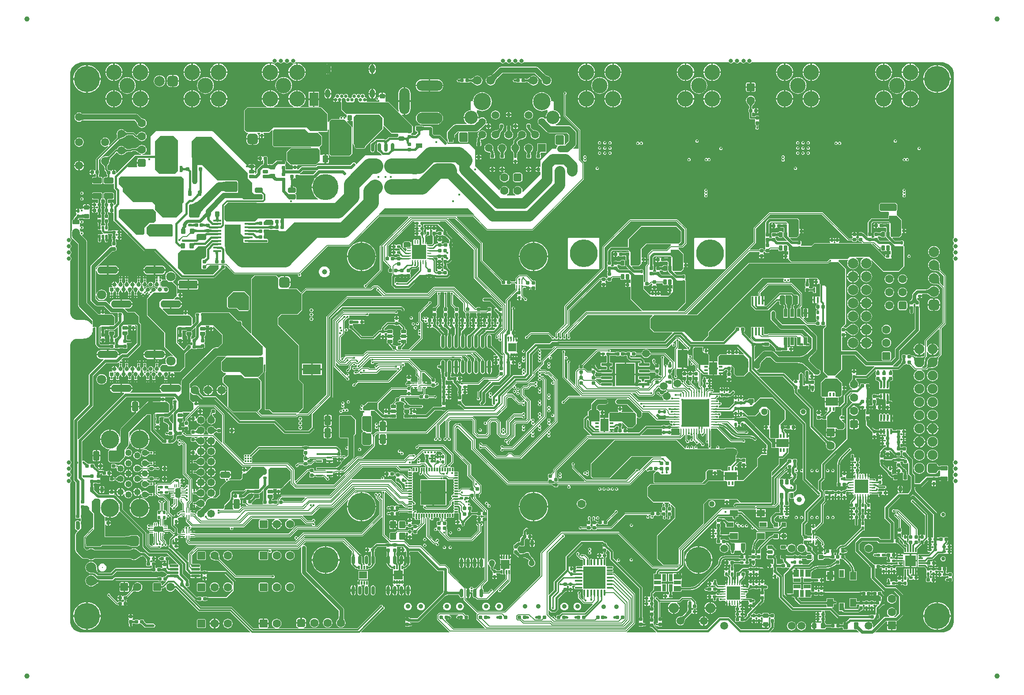
<source format=gbl>
G04*
G04 #@! TF.GenerationSoftware,Altium Limited,Altium Designer,19.1.6 (110)*
G04*
G04 Layer_Physical_Order=6*
G04 Layer_Color=16711680*
%FSLAX44Y44*%
%MOMM*%
G71*
G01*
G75*
%ADD10C,0.3000*%
%ADD11C,0.1000*%
%ADD12C,0.2500*%
%ADD13C,0.2000*%
%ADD14C,1.0000*%
%ADD16C,0.4000*%
%ADD19C,0.1500*%
%ADD23C,0.3500*%
G04:AMPARAMS|DCode=29|XSize=0.6mm|YSize=0.6mm|CornerRadius=0.06mm|HoleSize=0mm|Usage=FLASHONLY|Rotation=180.000|XOffset=0mm|YOffset=0mm|HoleType=Round|Shape=RoundedRectangle|*
%AMROUNDEDRECTD29*
21,1,0.6000,0.4800,0,0,180.0*
21,1,0.4800,0.6000,0,0,180.0*
1,1,0.1200,-0.2400,0.2400*
1,1,0.1200,0.2400,0.2400*
1,1,0.1200,0.2400,-0.2400*
1,1,0.1200,-0.2400,-0.2400*
%
%ADD29ROUNDEDRECTD29*%
G04:AMPARAMS|DCode=33|XSize=0.5mm|YSize=0.6mm|CornerRadius=0.05mm|HoleSize=0mm|Usage=FLASHONLY|Rotation=270.000|XOffset=0mm|YOffset=0mm|HoleType=Round|Shape=RoundedRectangle|*
%AMROUNDEDRECTD33*
21,1,0.5000,0.5000,0,0,270.0*
21,1,0.4000,0.6000,0,0,270.0*
1,1,0.1000,-0.2500,-0.2000*
1,1,0.1000,-0.2500,0.2000*
1,1,0.1000,0.2500,0.2000*
1,1,0.1000,0.2500,-0.2000*
%
%ADD33ROUNDEDRECTD33*%
%ADD34R,0.3000X0.3100*%
G04:AMPARAMS|DCode=35|XSize=0.5mm|YSize=0.6mm|CornerRadius=0.05mm|HoleSize=0mm|Usage=FLASHONLY|Rotation=0.000|XOffset=0mm|YOffset=0mm|HoleType=Round|Shape=RoundedRectangle|*
%AMROUNDEDRECTD35*
21,1,0.5000,0.5000,0,0,0.0*
21,1,0.4000,0.6000,0,0,0.0*
1,1,0.1000,0.2000,-0.2500*
1,1,0.1000,-0.2000,-0.2500*
1,1,0.1000,-0.2000,0.2500*
1,1,0.1000,0.2000,0.2500*
%
%ADD35ROUNDEDRECTD35*%
G04:AMPARAMS|DCode=36|XSize=0.6mm|YSize=0.6mm|CornerRadius=0.06mm|HoleSize=0mm|Usage=FLASHONLY|Rotation=90.000|XOffset=0mm|YOffset=0mm|HoleType=Round|Shape=RoundedRectangle|*
%AMROUNDEDRECTD36*
21,1,0.6000,0.4800,0,0,90.0*
21,1,0.4800,0.6000,0,0,90.0*
1,1,0.1200,0.2400,0.2400*
1,1,0.1200,0.2400,-0.2400*
1,1,0.1200,-0.2400,-0.2400*
1,1,0.1200,-0.2400,0.2400*
%
%ADD36ROUNDEDRECTD36*%
G04:AMPARAMS|DCode=37|XSize=1mm|YSize=0.9mm|CornerRadius=0.1125mm|HoleSize=0mm|Usage=FLASHONLY|Rotation=270.000|XOffset=0mm|YOffset=0mm|HoleType=Round|Shape=RoundedRectangle|*
%AMROUNDEDRECTD37*
21,1,1.0000,0.6750,0,0,270.0*
21,1,0.7750,0.9000,0,0,270.0*
1,1,0.2250,-0.3375,-0.3875*
1,1,0.2250,-0.3375,0.3875*
1,1,0.2250,0.3375,0.3875*
1,1,0.2250,0.3375,-0.3875*
%
%ADD37ROUNDEDRECTD37*%
%ADD38C,1.6000*%
%ADD41R,0.2000X0.8100*%
%ADD42R,0.2000X0.9100*%
G04:AMPARAMS|DCode=44|XSize=1mm|YSize=0.9mm|CornerRadius=0.1125mm|HoleSize=0mm|Usage=FLASHONLY|Rotation=180.000|XOffset=0mm|YOffset=0mm|HoleType=Round|Shape=RoundedRectangle|*
%AMROUNDEDRECTD44*
21,1,1.0000,0.6750,0,0,180.0*
21,1,0.7750,0.9000,0,0,180.0*
1,1,0.2250,-0.3875,0.3375*
1,1,0.2250,0.3875,0.3375*
1,1,0.2250,0.3875,-0.3375*
1,1,0.2250,-0.3875,-0.3375*
%
%ADD44ROUNDEDRECTD44*%
%ADD74R,3.7000X1.6000*%
G04:AMPARAMS|DCode=77|XSize=1.8mm|YSize=1.15mm|CornerRadius=0.1438mm|HoleSize=0mm|Usage=FLASHONLY|Rotation=180.000|XOffset=0mm|YOffset=0mm|HoleType=Round|Shape=RoundedRectangle|*
%AMROUNDEDRECTD77*
21,1,1.8000,0.8625,0,0,180.0*
21,1,1.5125,1.1500,0,0,180.0*
1,1,0.2875,-0.7563,0.4313*
1,1,0.2875,0.7563,0.4313*
1,1,0.2875,0.7563,-0.4313*
1,1,0.2875,-0.7563,-0.4313*
%
%ADD77ROUNDEDRECTD77*%
%ADD80R,0.3100X0.3000*%
G04:AMPARAMS|DCode=100|XSize=2.5mm|YSize=2mm|CornerRadius=0.25mm|HoleSize=0mm|Usage=FLASHONLY|Rotation=90.000|XOffset=0mm|YOffset=0mm|HoleType=Round|Shape=RoundedRectangle|*
%AMROUNDEDRECTD100*
21,1,2.5000,1.5000,0,0,90.0*
21,1,2.0000,2.0000,0,0,90.0*
1,1,0.5000,0.7500,1.0000*
1,1,0.5000,0.7500,-1.0000*
1,1,0.5000,-0.7500,-1.0000*
1,1,0.5000,-0.7500,1.0000*
%
%ADD100ROUNDEDRECTD100*%
%ADD101R,3.5000X1.9000*%
G04:AMPARAMS|DCode=102|XSize=0.6mm|YSize=0.7mm|CornerRadius=0.075mm|HoleSize=0mm|Usage=FLASHONLY|Rotation=270.000|XOffset=0mm|YOffset=0mm|HoleType=Round|Shape=RoundedRectangle|*
%AMROUNDEDRECTD102*
21,1,0.6000,0.5500,0,0,270.0*
21,1,0.4500,0.7000,0,0,270.0*
1,1,0.1500,-0.2750,-0.2250*
1,1,0.1500,-0.2750,0.2250*
1,1,0.1500,0.2750,0.2250*
1,1,0.1500,0.2750,-0.2250*
%
%ADD102ROUNDEDRECTD102*%
G04:AMPARAMS|DCode=107|XSize=1.4mm|YSize=1mm|CornerRadius=0.125mm|HoleSize=0mm|Usage=FLASHONLY|Rotation=90.000|XOffset=0mm|YOffset=0mm|HoleType=Round|Shape=RoundedRectangle|*
%AMROUNDEDRECTD107*
21,1,1.4000,0.7500,0,0,90.0*
21,1,1.1500,1.0000,0,0,90.0*
1,1,0.2500,0.3750,0.5750*
1,1,0.2500,0.3750,-0.5750*
1,1,0.2500,-0.3750,-0.5750*
1,1,0.2500,-0.3750,0.5750*
%
%ADD107ROUNDEDRECTD107*%
%ADD194R,2.5000X2.5000*%
%ADD195C,1.2500*%
%ADD199C,1.1000*%
%ADD207C,1.5080*%
%ADD215C,0.7500*%
%ADD216C,1.3000*%
%ADD224C,0.9000*%
%ADD226C,1.9000*%
%ADD230C,1.0000*%
%ADD232C,0.3250*%
%ADD233C,1.5000*%
%ADD234C,0.5000*%
%ADD235C,0.7000*%
%ADD236C,0.6000*%
%ADD237C,0.8000*%
%ADD241C,1.4780*%
G04:AMPARAMS|DCode=242|XSize=1.524mm|YSize=1.524mm|CornerRadius=0.1905mm|HoleSize=0mm|Usage=FLASHONLY|Rotation=180.000|XOffset=0mm|YOffset=0mm|HoleType=Round|Shape=RoundedRectangle|*
%AMROUNDEDRECTD242*
21,1,1.5240,1.1430,0,0,180.0*
21,1,1.1430,1.5240,0,0,180.0*
1,1,0.3810,-0.5715,0.5715*
1,1,0.3810,0.5715,0.5715*
1,1,0.3810,0.5715,-0.5715*
1,1,0.3810,-0.5715,-0.5715*
%
%ADD242ROUNDEDRECTD242*%
G04:AMPARAMS|DCode=243|XSize=1.6mm|YSize=1.6mm|CornerRadius=0.4mm|HoleSize=0mm|Usage=FLASHONLY|Rotation=0.000|XOffset=0mm|YOffset=0mm|HoleType=Round|Shape=RoundedRectangle|*
%AMROUNDEDRECTD243*
21,1,1.6000,0.8000,0,0,0.0*
21,1,0.8000,1.6000,0,0,0.0*
1,1,0.8000,0.4000,-0.4000*
1,1,0.8000,-0.4000,-0.4000*
1,1,0.8000,-0.4000,0.4000*
1,1,0.8000,0.4000,0.4000*
%
%ADD243ROUNDEDRECTD243*%
%ADD244C,3.5000*%
%ADD245C,2.0000*%
%ADD246C,5.3000*%
G04:AMPARAMS|DCode=247|XSize=1.524mm|YSize=1.524mm|CornerRadius=0.1905mm|HoleSize=0mm|Usage=FLASHONLY|Rotation=90.000|XOffset=0mm|YOffset=0mm|HoleType=Round|Shape=RoundedRectangle|*
%AMROUNDEDRECTD247*
21,1,1.5240,1.1430,0,0,90.0*
21,1,1.1430,1.5240,0,0,90.0*
1,1,0.3810,0.5715,0.5715*
1,1,0.3810,0.5715,-0.5715*
1,1,0.3810,-0.5715,-0.5715*
1,1,0.3810,-0.5715,0.5715*
%
%ADD247ROUNDEDRECTD247*%
%ADD248C,1.6800*%
%ADD249C,1.4080*%
%ADD250R,1.5080X1.5080*%
%ADD251C,2.5500*%
%ADD252C,3.3500*%
%ADD253C,1.5500*%
%ADD254O,2.0000X5.0000*%
%ADD255O,5.0000X2.2000*%
%ADD256O,5.0000X2.0000*%
%ADD257C,1.2000*%
%ADD258C,5.0000*%
%ADD259O,1.0000X1.6000*%
%ADD260C,0.6500*%
%ADD261C,1.9500*%
G04:AMPARAMS|DCode=262|XSize=2mm|YSize=2mm|CornerRadius=0.5mm|HoleSize=0mm|Usage=FLASHONLY|Rotation=90.000|XOffset=0mm|YOffset=0mm|HoleType=Round|Shape=RoundedRectangle|*
%AMROUNDEDRECTD262*
21,1,2.0000,1.0000,0,0,90.0*
21,1,1.0000,2.0000,0,0,90.0*
1,1,1.0000,0.5000,0.5000*
1,1,1.0000,0.5000,-0.5000*
1,1,1.0000,-0.5000,-0.5000*
1,1,1.0000,-0.5000,0.5000*
%
%ADD262ROUNDEDRECTD262*%
G04:AMPARAMS|DCode=263|XSize=1.6mm|YSize=1.6mm|CornerRadius=0.4mm|HoleSize=0mm|Usage=FLASHONLY|Rotation=90.000|XOffset=0mm|YOffset=0mm|HoleType=Round|Shape=RoundedRectangle|*
%AMROUNDEDRECTD263*
21,1,1.6000,0.8000,0,0,90.0*
21,1,0.8000,1.6000,0,0,90.0*
1,1,0.8000,0.4000,0.4000*
1,1,0.8000,0.4000,-0.4000*
1,1,0.8000,-0.4000,-0.4000*
1,1,0.8000,-0.4000,0.4000*
%
%ADD263ROUNDEDRECTD263*%
%ADD264O,4.0000X1.4000*%
%ADD265C,0.8000*%
%ADD266R,0.8000X0.8000*%
%ADD267C,1.8000*%
%ADD268C,3.0000*%
%ADD269C,0.2500*%
G04:AMPARAMS|DCode=270|XSize=1.9mm|YSize=1.9mm|CornerRadius=0.475mm|HoleSize=0mm|Usage=FLASHONLY|Rotation=90.000|XOffset=0mm|YOffset=0mm|HoleType=Round|Shape=RoundedRectangle|*
%AMROUNDEDRECTD270*
21,1,1.9000,0.9500,0,0,90.0*
21,1,0.9500,1.9000,0,0,90.0*
1,1,0.9500,0.4750,0.4750*
1,1,0.9500,0.4750,-0.4750*
1,1,0.9500,-0.4750,-0.4750*
1,1,0.9500,-0.4750,0.4750*
%
%ADD270ROUNDEDRECTD270*%
G04:AMPARAMS|DCode=271|XSize=2mm|YSize=2mm|CornerRadius=0.5mm|HoleSize=0mm|Usage=FLASHONLY|Rotation=180.000|XOffset=0mm|YOffset=0mm|HoleType=Round|Shape=RoundedRectangle|*
%AMROUNDEDRECTD271*
21,1,2.0000,1.0000,0,0,180.0*
21,1,1.0000,2.0000,0,0,180.0*
1,1,1.0000,-0.5000,0.5000*
1,1,1.0000,0.5000,0.5000*
1,1,1.0000,0.5000,-0.5000*
1,1,1.0000,-0.5000,-0.5000*
%
%ADD271ROUNDEDRECTD271*%
%ADD272C,0.4000*%
%ADD273C,0.5000*%
%ADD274C,1.5000*%
%ADD276C,2.0000*%
%ADD277C,1.3000*%
%ADD279C,1.7000*%
G04:AMPARAMS|DCode=280|XSize=0.6mm|YSize=0.5mm|CornerRadius=0.05mm|HoleSize=0mm|Usage=FLASHONLY|Rotation=90.000|XOffset=0mm|YOffset=0mm|HoleType=Round|Shape=RoundedRectangle|*
%AMROUNDEDRECTD280*
21,1,0.6000,0.4000,0,0,90.0*
21,1,0.5000,0.5000,0,0,90.0*
1,1,0.1000,0.2000,0.2500*
1,1,0.1000,0.2000,-0.2500*
1,1,0.1000,-0.2000,-0.2500*
1,1,0.1000,-0.2000,0.2500*
%
%ADD280ROUNDEDRECTD280*%
G04:AMPARAMS|DCode=281|XSize=0.55mm|YSize=2.1mm|CornerRadius=0.1375mm|HoleSize=0mm|Usage=FLASHONLY|Rotation=90.000|XOffset=0mm|YOffset=0mm|HoleType=Round|Shape=RoundedRectangle|*
%AMROUNDEDRECTD281*
21,1,0.5500,1.8250,0,0,90.0*
21,1,0.2750,2.1000,0,0,90.0*
1,1,0.2750,0.9125,0.1375*
1,1,0.2750,0.9125,-0.1375*
1,1,0.2750,-0.9125,-0.1375*
1,1,0.2750,-0.9125,0.1375*
%
%ADD281ROUNDEDRECTD281*%
%ADD282R,3.6000X4.2000*%
G04:AMPARAMS|DCode=283|XSize=0.6mm|YSize=0.7mm|CornerRadius=0.075mm|HoleSize=0mm|Usage=FLASHONLY|Rotation=0.000|XOffset=0mm|YOffset=0mm|HoleType=Round|Shape=RoundedRectangle|*
%AMROUNDEDRECTD283*
21,1,0.6000,0.5500,0,0,0.0*
21,1,0.4500,0.7000,0,0,0.0*
1,1,0.1500,0.2250,-0.2750*
1,1,0.1500,-0.2250,-0.2750*
1,1,0.1500,-0.2250,0.2750*
1,1,0.1500,0.2250,0.2750*
%
%ADD283ROUNDEDRECTD283*%
G04:AMPARAMS|DCode=284|XSize=0.9mm|YSize=0.9mm|CornerRadius=0.1125mm|HoleSize=0mm|Usage=FLASHONLY|Rotation=270.000|XOffset=0mm|YOffset=0mm|HoleType=Round|Shape=RoundedRectangle|*
%AMROUNDEDRECTD284*
21,1,0.9000,0.6750,0,0,270.0*
21,1,0.6750,0.9000,0,0,270.0*
1,1,0.2250,-0.3375,-0.3375*
1,1,0.2250,-0.3375,0.3375*
1,1,0.2250,0.3375,0.3375*
1,1,0.2250,0.3375,-0.3375*
%
%ADD284ROUNDEDRECTD284*%
G04:AMPARAMS|DCode=285|XSize=0.6mm|YSize=1mm|CornerRadius=0.075mm|HoleSize=0mm|Usage=FLASHONLY|Rotation=0.000|XOffset=0mm|YOffset=0mm|HoleType=Round|Shape=RoundedRectangle|*
%AMROUNDEDRECTD285*
21,1,0.6000,0.8500,0,0,0.0*
21,1,0.4500,1.0000,0,0,0.0*
1,1,0.1500,0.2250,-0.4250*
1,1,0.1500,-0.2250,-0.4250*
1,1,0.1500,-0.2250,0.4250*
1,1,0.1500,0.2250,0.4250*
%
%ADD285ROUNDEDRECTD285*%
G04:AMPARAMS|DCode=286|XSize=5.3mm|YSize=5.3mm|CornerRadius=0.265mm|HoleSize=0mm|Usage=FLASHONLY|Rotation=270.000|XOffset=0mm|YOffset=0mm|HoleType=Round|Shape=RoundedRectangle|*
%AMROUNDEDRECTD286*
21,1,5.3000,4.7700,0,0,270.0*
21,1,4.7700,5.3000,0,0,270.0*
1,1,0.5300,-2.3850,-2.3850*
1,1,0.5300,-2.3850,2.3850*
1,1,0.5300,2.3850,2.3850*
1,1,0.5300,2.3850,-2.3850*
%
%ADD286ROUNDEDRECTD286*%
G04:AMPARAMS|DCode=287|XSize=0.85mm|YSize=0.25mm|CornerRadius=0.0625mm|HoleSize=0mm|Usage=FLASHONLY|Rotation=270.000|XOffset=0mm|YOffset=0mm|HoleType=Round|Shape=RoundedRectangle|*
%AMROUNDEDRECTD287*
21,1,0.8500,0.1250,0,0,270.0*
21,1,0.7250,0.2500,0,0,270.0*
1,1,0.1250,-0.0625,-0.3625*
1,1,0.1250,-0.0625,0.3625*
1,1,0.1250,0.0625,0.3625*
1,1,0.1250,0.0625,-0.3625*
%
%ADD287ROUNDEDRECTD287*%
G04:AMPARAMS|DCode=288|XSize=0.85mm|YSize=0.25mm|CornerRadius=0.0625mm|HoleSize=0mm|Usage=FLASHONLY|Rotation=0.000|XOffset=0mm|YOffset=0mm|HoleType=Round|Shape=RoundedRectangle|*
%AMROUNDEDRECTD288*
21,1,0.8500,0.1250,0,0,0.0*
21,1,0.7250,0.2500,0,0,0.0*
1,1,0.1250,0.3625,-0.0625*
1,1,0.1250,-0.3625,-0.0625*
1,1,0.1250,-0.3625,0.0625*
1,1,0.1250,0.3625,0.0625*
%
%ADD288ROUNDEDRECTD288*%
%ADD289R,1.6000X2.3500*%
%ADD290R,0.7000X0.3000*%
G04:AMPARAMS|DCode=291|XSize=1.3mm|YSize=0.8mm|CornerRadius=0.1mm|HoleSize=0mm|Usage=FLASHONLY|Rotation=180.000|XOffset=0mm|YOffset=0mm|HoleType=Round|Shape=RoundedRectangle|*
%AMROUNDEDRECTD291*
21,1,1.3000,0.6000,0,0,180.0*
21,1,1.1000,0.8000,0,0,180.0*
1,1,0.2000,-0.5500,0.3000*
1,1,0.2000,0.5500,0.3000*
1,1,0.2000,0.5500,-0.3000*
1,1,0.2000,-0.5500,-0.3000*
%
%ADD291ROUNDEDRECTD291*%
G04:AMPARAMS|DCode=292|XSize=1.3mm|YSize=0.8mm|CornerRadius=0.1mm|HoleSize=0mm|Usage=FLASHONLY|Rotation=90.000|XOffset=0mm|YOffset=0mm|HoleType=Round|Shape=RoundedRectangle|*
%AMROUNDEDRECTD292*
21,1,1.3000,0.6000,0,0,90.0*
21,1,1.1000,0.8000,0,0,90.0*
1,1,0.2000,0.3000,0.5500*
1,1,0.2000,0.3000,-0.5500*
1,1,0.2000,-0.3000,-0.5500*
1,1,0.2000,-0.3000,0.5500*
%
%ADD292ROUNDEDRECTD292*%
%ADD293R,2.3500X1.6000*%
%ADD294R,0.3000X0.7000*%
%ADD295R,4.2000X4.2000*%
G04:AMPARAMS|DCode=296|XSize=0.3mm|YSize=1.15mm|CornerRadius=0.075mm|HoleSize=0mm|Usage=FLASHONLY|Rotation=0.000|XOffset=0mm|YOffset=0mm|HoleType=Round|Shape=RoundedRectangle|*
%AMROUNDEDRECTD296*
21,1,0.3000,1.0000,0,0,0.0*
21,1,0.1500,1.1500,0,0,0.0*
1,1,0.1500,0.0750,-0.5000*
1,1,0.1500,-0.0750,-0.5000*
1,1,0.1500,-0.0750,0.5000*
1,1,0.1500,0.0750,0.5000*
%
%ADD296ROUNDEDRECTD296*%
G04:AMPARAMS|DCode=297|XSize=0.3mm|YSize=1.15mm|CornerRadius=0.075mm|HoleSize=0mm|Usage=FLASHONLY|Rotation=270.000|XOffset=0mm|YOffset=0mm|HoleType=Round|Shape=RoundedRectangle|*
%AMROUNDEDRECTD297*
21,1,0.3000,1.0000,0,0,270.0*
21,1,0.1500,1.1500,0,0,270.0*
1,1,0.1500,-0.5000,-0.0750*
1,1,0.1500,-0.5000,0.0750*
1,1,0.1500,0.5000,0.0750*
1,1,0.1500,0.5000,-0.0750*
%
%ADD297ROUNDEDRECTD297*%
%ADD298R,1.3500X1.0000*%
%ADD299R,0.7000X1.3500*%
%ADD300R,1.3500X0.7000*%
%ADD301O,0.2500X0.9000*%
%ADD302O,0.9000X0.2500*%
%ADD303R,1.4000X0.9000*%
%ADD304R,1.5000X1.2000*%
%ADD305R,0.2500X0.5250*%
%ADD306R,0.7700X0.2000*%
G04:AMPARAMS|DCode=307|XSize=0.6mm|YSize=0.2mm|CornerRadius=0.075mm|HoleSize=0mm|Usage=FLASHONLY|Rotation=90.000|XOffset=0mm|YOffset=0mm|HoleType=Round|Shape=RoundedRectangle|*
%AMROUNDEDRECTD307*
21,1,0.6000,0.0500,0,0,90.0*
21,1,0.4500,0.2000,0,0,90.0*
1,1,0.1500,0.0250,0.2250*
1,1,0.1500,0.0250,-0.2250*
1,1,0.1500,-0.0250,-0.2250*
1,1,0.1500,-0.0250,0.2250*
%
%ADD307ROUNDEDRECTD307*%
G04:AMPARAMS|DCode=308|XSize=0.6mm|YSize=0.2mm|CornerRadius=0.05mm|HoleSize=0mm|Usage=FLASHONLY|Rotation=180.000|XOffset=0mm|YOffset=0mm|HoleType=Round|Shape=RoundedRectangle|*
%AMROUNDEDRECTD308*
21,1,0.6000,0.1000,0,0,180.0*
21,1,0.5000,0.2000,0,0,180.0*
1,1,0.1000,-0.2500,0.0500*
1,1,0.1000,0.2500,0.0500*
1,1,0.1000,0.2500,-0.0500*
1,1,0.1000,-0.2500,-0.0500*
%
%ADD308ROUNDEDRECTD308*%
G04:AMPARAMS|DCode=309|XSize=0.6mm|YSize=0.2mm|CornerRadius=0.075mm|HoleSize=0mm|Usage=FLASHONLY|Rotation=180.000|XOffset=0mm|YOffset=0mm|HoleType=Round|Shape=RoundedRectangle|*
%AMROUNDEDRECTD309*
21,1,0.6000,0.0500,0,0,180.0*
21,1,0.4500,0.2000,0,0,180.0*
1,1,0.1500,-0.2250,0.0250*
1,1,0.1500,0.2250,0.0250*
1,1,0.1500,0.2250,-0.0250*
1,1,0.1500,-0.2250,-0.0250*
%
%ADD309ROUNDEDRECTD309*%
G04:AMPARAMS|DCode=310|XSize=0.2mm|YSize=0.6mm|CornerRadius=0.075mm|HoleSize=0mm|Usage=FLASHONLY|Rotation=180.000|XOffset=0mm|YOffset=0mm|HoleType=Round|Shape=RoundedRectangle|*
%AMROUNDEDRECTD310*
21,1,0.2000,0.4500,0,0,180.0*
21,1,0.0500,0.6000,0,0,180.0*
1,1,0.1500,-0.0250,0.2250*
1,1,0.1500,0.0250,0.2250*
1,1,0.1500,0.0250,-0.2250*
1,1,0.1500,-0.0250,-0.2250*
%
%ADD310ROUNDEDRECTD310*%
G04:AMPARAMS|DCode=311|XSize=1mm|YSize=1.8mm|CornerRadius=0.25mm|HoleSize=0mm|Usage=FLASHONLY|Rotation=180.000|XOffset=0mm|YOffset=0mm|HoleType=Round|Shape=RoundedRectangle|*
%AMROUNDEDRECTD311*
21,1,1.0000,1.3000,0,0,180.0*
21,1,0.5000,1.8000,0,0,180.0*
1,1,0.5000,-0.2500,0.6500*
1,1,0.5000,0.2500,0.6500*
1,1,0.5000,0.2500,-0.6500*
1,1,0.5000,-0.2500,-0.6500*
%
%ADD311ROUNDEDRECTD311*%
G04:AMPARAMS|DCode=312|XSize=0.2mm|YSize=0.6mm|CornerRadius=0.075mm|HoleSize=0mm|Usage=FLASHONLY|Rotation=90.000|XOffset=0mm|YOffset=0mm|HoleType=Round|Shape=RoundedRectangle|*
%AMROUNDEDRECTD312*
21,1,0.2000,0.4500,0,0,90.0*
21,1,0.0500,0.6000,0,0,90.0*
1,1,0.1500,0.2250,0.0250*
1,1,0.1500,0.2250,-0.0250*
1,1,0.1500,-0.2250,-0.0250*
1,1,0.1500,-0.2250,0.0250*
%
%ADD312ROUNDEDRECTD312*%
G04:AMPARAMS|DCode=313|XSize=1mm|YSize=1.8mm|CornerRadius=0.25mm|HoleSize=0mm|Usage=FLASHONLY|Rotation=90.000|XOffset=0mm|YOffset=0mm|HoleType=Round|Shape=RoundedRectangle|*
%AMROUNDEDRECTD313*
21,1,1.0000,1.3000,0,0,90.0*
21,1,0.5000,1.8000,0,0,90.0*
1,1,0.5000,0.6500,0.2500*
1,1,0.5000,0.6500,-0.2500*
1,1,0.5000,-0.6500,-0.2500*
1,1,0.5000,-0.6500,0.2500*
%
%ADD313ROUNDEDRECTD313*%
G04:AMPARAMS|DCode=314|XSize=0.6mm|YSize=0.2mm|CornerRadius=0.05mm|HoleSize=0mm|Usage=FLASHONLY|Rotation=90.000|XOffset=0mm|YOffset=0mm|HoleType=Round|Shape=RoundedRectangle|*
%AMROUNDEDRECTD314*
21,1,0.6000,0.1000,0,0,90.0*
21,1,0.5000,0.2000,0,0,90.0*
1,1,0.1000,0.0500,0.2500*
1,1,0.1000,0.0500,-0.2500*
1,1,0.1000,-0.0500,-0.2500*
1,1,0.1000,-0.0500,0.2500*
%
%ADD314ROUNDEDRECTD314*%
%ADD315R,0.7500X0.2200*%
%ADD316R,0.2200X0.8100*%
%ADD317R,0.2200X0.9100*%
G04:AMPARAMS|DCode=318|XSize=0.31mm|YSize=0.3mm|CornerRadius=0mm|HoleSize=0mm|Usage=FLASHONLY|Rotation=225.000|XOffset=0mm|YOffset=0mm|HoleType=Round|Shape=Rectangle|*
%AMROTATEDRECTD318*
4,1,4,0.0035,0.2157,0.2157,0.0035,-0.0035,-0.2157,-0.2157,-0.0035,0.0035,0.2157,0.0*
%
%ADD318ROTATEDRECTD318*%

G04:AMPARAMS|DCode=319|XSize=1.7mm|YSize=0.45mm|CornerRadius=0.1125mm|HoleSize=0mm|Usage=FLASHONLY|Rotation=180.000|XOffset=0mm|YOffset=0mm|HoleType=Round|Shape=RoundedRectangle|*
%AMROUNDEDRECTD319*
21,1,1.7000,0.2250,0,0,180.0*
21,1,1.4750,0.4500,0,0,180.0*
1,1,0.2250,-0.7375,0.1125*
1,1,0.2250,0.7375,0.1125*
1,1,0.2250,0.7375,-0.1125*
1,1,0.2250,-0.7375,-0.1125*
%
%ADD319ROUNDEDRECTD319*%
G04:AMPARAMS|DCode=320|XSize=1.8mm|YSize=1.15mm|CornerRadius=0.1438mm|HoleSize=0mm|Usage=FLASHONLY|Rotation=270.000|XOffset=0mm|YOffset=0mm|HoleType=Round|Shape=RoundedRectangle|*
%AMROUNDEDRECTD320*
21,1,1.8000,0.8625,0,0,270.0*
21,1,1.5125,1.1500,0,0,270.0*
1,1,0.2875,-0.4313,-0.7563*
1,1,0.2875,-0.4313,0.7563*
1,1,0.2875,0.4313,0.7563*
1,1,0.2875,0.4313,-0.7563*
%
%ADD320ROUNDEDRECTD320*%
%ADD321R,0.3500X1.5000*%
G04:AMPARAMS|DCode=322|XSize=2.5mm|YSize=2mm|CornerRadius=0.25mm|HoleSize=0mm|Usage=FLASHONLY|Rotation=180.000|XOffset=0mm|YOffset=0mm|HoleType=Round|Shape=RoundedRectangle|*
%AMROUNDEDRECTD322*
21,1,2.5000,1.5000,0,0,180.0*
21,1,2.0000,2.0000,0,0,180.0*
1,1,0.5000,-1.0000,0.7500*
1,1,0.5000,1.0000,0.7500*
1,1,0.5000,1.0000,-0.7500*
1,1,0.5000,-1.0000,-0.7500*
%
%ADD322ROUNDEDRECTD322*%
G04:AMPARAMS|DCode=323|XSize=0.6mm|YSize=1mm|CornerRadius=0.075mm|HoleSize=0mm|Usage=FLASHONLY|Rotation=90.000|XOffset=0mm|YOffset=0mm|HoleType=Round|Shape=RoundedRectangle|*
%AMROUNDEDRECTD323*
21,1,0.6000,0.8500,0,0,90.0*
21,1,0.4500,1.0000,0,0,90.0*
1,1,0.1500,0.4250,0.2250*
1,1,0.1500,0.4250,-0.2250*
1,1,0.1500,-0.4250,-0.2250*
1,1,0.1500,-0.4250,0.2250*
%
%ADD323ROUNDEDRECTD323*%
G04:AMPARAMS|DCode=324|XSize=1.4mm|YSize=1.2mm|CornerRadius=0.15mm|HoleSize=0mm|Usage=FLASHONLY|Rotation=270.000|XOffset=0mm|YOffset=0mm|HoleType=Round|Shape=RoundedRectangle|*
%AMROUNDEDRECTD324*
21,1,1.4000,0.9000,0,0,270.0*
21,1,1.1000,1.2000,0,0,270.0*
1,1,0.3000,-0.4500,-0.5500*
1,1,0.3000,-0.4500,0.5500*
1,1,0.3000,0.4500,0.5500*
1,1,0.3000,0.4500,-0.5500*
%
%ADD324ROUNDEDRECTD324*%
%ADD325O,0.6000X1.7000*%
%ADD326R,1.7000X1.7000*%
%ADD327R,0.3000X0.6500*%
G04:AMPARAMS|DCode=328|XSize=0.3mm|YSize=0.7mm|CornerRadius=0.075mm|HoleSize=0mm|Usage=FLASHONLY|Rotation=270.000|XOffset=0mm|YOffset=0mm|HoleType=Round|Shape=RoundedRectangle|*
%AMROUNDEDRECTD328*
21,1,0.3000,0.5500,0,0,270.0*
21,1,0.1500,0.7000,0,0,270.0*
1,1,0.1500,-0.2750,-0.0750*
1,1,0.1500,-0.2750,0.0750*
1,1,0.1500,0.2750,0.0750*
1,1,0.1500,0.2750,-0.0750*
%
%ADD328ROUNDEDRECTD328*%
G04:AMPARAMS|DCode=329|XSize=0.3mm|YSize=0.7mm|CornerRadius=0.075mm|HoleSize=0mm|Usage=FLASHONLY|Rotation=0.000|XOffset=0mm|YOffset=0mm|HoleType=Round|Shape=RoundedRectangle|*
%AMROUNDEDRECTD329*
21,1,0.3000,0.5500,0,0,0.0*
21,1,0.1500,0.7000,0,0,0.0*
1,1,0.1500,0.0750,-0.2750*
1,1,0.1500,-0.0750,-0.2750*
1,1,0.1500,-0.0750,0.2750*
1,1,0.1500,0.0750,0.2750*
%
%ADD329ROUNDEDRECTD329*%
%ADD330R,4.7000X4.7000*%
%ADD331R,0.3000X0.7000*%
%ADD332R,1.6000X1.4000*%
G04:AMPARAMS|DCode=333|XSize=1.6mm|YSize=3.65mm|CornerRadius=0.4mm|HoleSize=0mm|Usage=FLASHONLY|Rotation=90.000|XOffset=0mm|YOffset=0mm|HoleType=Round|Shape=RoundedRectangle|*
%AMROUNDEDRECTD333*
21,1,1.6000,2.8500,0,0,90.0*
21,1,0.8000,3.6500,0,0,90.0*
1,1,0.8000,1.4250,0.4000*
1,1,0.8000,1.4250,-0.4000*
1,1,0.8000,-1.4250,-0.4000*
1,1,0.8000,-1.4250,0.4000*
%
%ADD333ROUNDEDRECTD333*%
G04:AMPARAMS|DCode=334|XSize=1mm|YSize=1.5mm|CornerRadius=0.25mm|HoleSize=0mm|Usage=FLASHONLY|Rotation=90.000|XOffset=0mm|YOffset=0mm|HoleType=Round|Shape=RoundedRectangle|*
%AMROUNDEDRECTD334*
21,1,1.0000,1.0000,0,0,90.0*
21,1,0.5000,1.5000,0,0,90.0*
1,1,0.5000,0.5000,0.2500*
1,1,0.5000,0.5000,-0.2500*
1,1,0.5000,-0.5000,-0.2500*
1,1,0.5000,-0.5000,0.2500*
%
%ADD334ROUNDEDRECTD334*%
G04:AMPARAMS|DCode=335|XSize=3.6mm|YSize=1.5mm|CornerRadius=0.1875mm|HoleSize=0mm|Usage=FLASHONLY|Rotation=0.000|XOffset=0mm|YOffset=0mm|HoleType=Round|Shape=RoundedRectangle|*
%AMROUNDEDRECTD335*
21,1,3.6000,1.1250,0,0,0.0*
21,1,3.2250,1.5000,0,0,0.0*
1,1,0.3750,1.6125,-0.5625*
1,1,0.3750,-1.6125,-0.5625*
1,1,0.3750,-1.6125,0.5625*
1,1,0.3750,1.6125,0.5625*
%
%ADD335ROUNDEDRECTD335*%
G04:AMPARAMS|DCode=336|XSize=0.45mm|YSize=0.7mm|CornerRadius=0.0563mm|HoleSize=0mm|Usage=FLASHONLY|Rotation=180.000|XOffset=0mm|YOffset=0mm|HoleType=Round|Shape=RoundedRectangle|*
%AMROUNDEDRECTD336*
21,1,0.4500,0.5875,0,0,180.0*
21,1,0.3375,0.7000,0,0,180.0*
1,1,0.1125,-0.1688,0.2938*
1,1,0.1125,0.1688,0.2938*
1,1,0.1125,0.1688,-0.2938*
1,1,0.1125,-0.1688,-0.2938*
%
%ADD336ROUNDEDRECTD336*%
%ADD337R,0.4000X1.0000*%
%ADD338R,2.1000X2.1000*%
%ADD339R,0.8500X0.3000*%
%ADD340R,0.3000X0.8500*%
%ADD341R,0.4000X0.8500*%
G04:AMPARAMS|DCode=342|XSize=1.6mm|YSize=3.65mm|CornerRadius=0.4mm|HoleSize=0mm|Usage=FLASHONLY|Rotation=180.000|XOffset=0mm|YOffset=0mm|HoleType=Round|Shape=RoundedRectangle|*
%AMROUNDEDRECTD342*
21,1,1.6000,2.8500,0,0,180.0*
21,1,0.8000,3.6500,0,0,180.0*
1,1,0.8000,-0.4000,1.4250*
1,1,0.8000,0.4000,1.4250*
1,1,0.8000,0.4000,-1.4250*
1,1,0.8000,-0.4000,-1.4250*
%
%ADD342ROUNDEDRECTD342*%
%ADD343R,1.7000X2.5000*%
G04:AMPARAMS|DCode=344|XSize=1.7mm|YSize=2mm|CornerRadius=0.425mm|HoleSize=0mm|Usage=FLASHONLY|Rotation=90.000|XOffset=0mm|YOffset=0mm|HoleType=Round|Shape=RoundedRectangle|*
%AMROUNDEDRECTD344*
21,1,1.7000,1.1500,0,0,90.0*
21,1,0.8500,2.0000,0,0,90.0*
1,1,0.8500,0.5750,0.4250*
1,1,0.8500,0.5750,-0.4250*
1,1,0.8500,-0.5750,-0.4250*
1,1,0.8500,-0.5750,0.4250*
%
%ADD344ROUNDEDRECTD344*%
%ADD345R,1.2000X1.5000*%
%ADD346R,0.9000X1.4000*%
%ADD347R,1.0000X1.3500*%
G04:AMPARAMS|DCode=348|XSize=0.9mm|YSize=0.9mm|CornerRadius=0.1125mm|HoleSize=0mm|Usage=FLASHONLY|Rotation=0.000|XOffset=0mm|YOffset=0mm|HoleType=Round|Shape=RoundedRectangle|*
%AMROUNDEDRECTD348*
21,1,0.9000,0.6750,0,0,0.0*
21,1,0.6750,0.9000,0,0,0.0*
1,1,0.2250,0.3375,-0.3375*
1,1,0.2250,-0.3375,-0.3375*
1,1,0.2250,-0.3375,0.3375*
1,1,0.2250,0.3375,0.3375*
%
%ADD348ROUNDEDRECTD348*%
%ADD349R,1.6000X1.6000*%
%ADD350R,0.2500X0.6250*%
%ADD351R,0.9000X1.8400*%
G04:AMPARAMS|DCode=352|XSize=1.22mm|YSize=0.91mm|CornerRadius=0.1138mm|HoleSize=0mm|Usage=FLASHONLY|Rotation=180.000|XOffset=0mm|YOffset=0mm|HoleType=Round|Shape=RoundedRectangle|*
%AMROUNDEDRECTD352*
21,1,1.2200,0.6825,0,0,180.0*
21,1,0.9925,0.9100,0,0,180.0*
1,1,0.2275,-0.4963,0.3413*
1,1,0.2275,0.4963,0.3413*
1,1,0.2275,0.4963,-0.3413*
1,1,0.2275,-0.4963,-0.3413*
%
%ADD352ROUNDEDRECTD352*%
%ADD353O,0.7000X2.5000*%
%ADD354R,3.1000X4.3000*%
%ADD355R,1.6000X0.3600*%
%ADD356R,0.6500X1.5250*%
%ADD357R,0.3600X1.0000*%
%ADD358R,1.9000X3.5000*%
%ADD359R,0.2550X0.5000*%
%ADD360R,0.6100X1.2700*%
%ADD361R,0.6100X0.7700*%
%ADD362R,3.9100X3.7500*%
G04:AMPARAMS|DCode=363|XSize=0.2393mm|YSize=0.7811mm|CornerRadius=0.0598mm|HoleSize=0mm|Usage=FLASHONLY|Rotation=180.000|XOffset=0mm|YOffset=0mm|HoleType=Round|Shape=RoundedRectangle|*
%AMROUNDEDRECTD363*
21,1,0.2393,0.6614,0,0,180.0*
21,1,0.1196,0.7811,0,0,180.0*
1,1,0.1196,-0.0598,0.3307*
1,1,0.1196,0.0598,0.3307*
1,1,0.1196,0.0598,-0.3307*
1,1,0.1196,-0.0598,-0.3307*
%
%ADD363ROUNDEDRECTD363*%
G04:AMPARAMS|DCode=364|XSize=0.7811mm|YSize=0.2393mm|CornerRadius=0.0598mm|HoleSize=0mm|Usage=FLASHONLY|Rotation=180.000|XOffset=0mm|YOffset=0mm|HoleType=Round|Shape=RoundedRectangle|*
%AMROUNDEDRECTD364*
21,1,0.7811,0.1196,0,0,180.0*
21,1,0.6614,0.2393,0,0,180.0*
1,1,0.1196,-0.3307,0.0598*
1,1,0.1196,0.3307,0.0598*
1,1,0.1196,0.3307,-0.0598*
1,1,0.1196,-0.3307,-0.0598*
%
%ADD364ROUNDEDRECTD364*%
%ADD365R,0.7811X0.2393*%
%ADD366R,2.7000X2.7000*%
%ADD367R,1.0000X0.3600*%
%ADD368C,0.9000*%
%ADD369C,3.0000*%
G36*
X1681117Y1096083D02*
X1685183Y1094399D01*
X1688842Y1091954D01*
X1691954Y1088842D01*
X1694399Y1085183D01*
X1696083Y1081117D01*
X1696941Y1076800D01*
Y1074600D01*
X1696941Y767500D01*
Y760220D01*
X1696395Y759855D01*
X1695290Y758201D01*
X1694902Y756250D01*
X1695290Y754299D01*
X1696395Y752645D01*
X1696941Y752280D01*
Y748470D01*
X1696395Y748105D01*
X1695290Y746451D01*
X1694902Y744500D01*
X1695290Y742549D01*
X1696395Y740895D01*
X1696941Y740530D01*
X1696941Y736470D01*
X1696395Y736105D01*
X1695290Y734451D01*
X1694902Y732500D01*
X1695290Y730549D01*
X1696395Y728895D01*
X1696941Y728530D01*
Y724470D01*
X1696395Y724105D01*
X1695290Y722451D01*
X1694902Y720500D01*
X1695290Y718549D01*
X1696395Y716895D01*
X1696941Y716530D01*
Y709250D01*
X1696942Y340750D01*
X1696942Y333470D01*
X1696395Y333105D01*
X1695290Y331451D01*
X1694902Y329500D01*
X1695290Y327549D01*
X1696395Y325895D01*
X1696942Y325530D01*
X1696941Y321470D01*
X1696395Y321105D01*
X1695290Y319451D01*
X1694902Y317500D01*
X1695290Y315549D01*
X1696395Y313895D01*
X1696941Y313530D01*
X1696941Y309470D01*
X1696395Y309105D01*
X1695290Y307451D01*
X1694902Y305500D01*
X1695290Y303549D01*
X1696395Y301895D01*
X1696941Y301530D01*
X1696941Y297720D01*
X1696395Y297355D01*
X1695290Y295701D01*
X1694902Y293750D01*
X1695290Y291799D01*
X1696395Y290145D01*
X1696941Y289780D01*
X1696941Y282500D01*
Y25400D01*
Y23200D01*
X1696083Y18883D01*
X1694399Y14817D01*
X1691954Y11158D01*
X1688842Y8046D01*
X1685183Y5601D01*
X1681117Y3917D01*
X1676800Y3059D01*
X1546736D01*
X1546250Y4232D01*
X1566939Y24922D01*
X1568353D01*
X1569029Y23652D01*
X1568813Y22565D01*
Y18350D01*
X1578000D01*
X1587187D01*
Y22565D01*
X1586954Y23736D01*
X1586926Y23899D01*
X1587644Y25099D01*
X1588311Y25232D01*
X1589634Y26116D01*
X1598634Y35116D01*
X1598634Y35116D01*
X1599518Y36439D01*
X1599828Y38000D01*
X1599828Y38000D01*
Y74250D01*
X1599828Y74250D01*
X1599518Y75811D01*
X1598634Y77134D01*
X1598634Y77134D01*
X1586884Y88884D01*
X1585561Y89768D01*
X1584000Y90078D01*
X1584000Y90078D01*
X1566439D01*
X1546078Y110439D01*
Y126500D01*
X1548411D01*
X1548447Y126446D01*
X1548976Y126093D01*
X1549600Y125969D01*
X1554400D01*
X1555024Y126093D01*
X1555093Y126139D01*
X1555164Y126132D01*
X1555362Y126299D01*
X1555601Y126399D01*
X1555667Y126556D01*
X1555797Y126666D01*
X1555885Y126837D01*
X1555946Y126917D01*
X1556032Y126997D01*
X1556157Y127082D01*
X1556330Y127167D01*
X1556557Y127248D01*
X1556841Y127318D01*
X1557180Y127372D01*
X1557497Y127399D01*
X1557810Y127371D01*
X1558141Y127317D01*
X1558418Y127247D01*
X1558640Y127166D01*
X1558810Y127079D01*
X1558934Y126993D01*
X1559000Y126930D01*
Y123855D01*
X1558616Y123280D01*
X1558461Y122500D01*
Y121500D01*
X1564978D01*
Y122492D01*
X1565003Y122303D01*
X1565079Y122135D01*
X1565205Y121986D01*
X1565381Y121857D01*
X1565608Y121748D01*
X1565886Y121659D01*
X1566214Y121589D01*
X1566539Y121547D01*
Y122500D01*
X1566384Y123280D01*
X1566000Y123855D01*
Y126930D01*
X1566066Y126993D01*
X1566190Y127079D01*
X1566360Y127166D01*
X1566582Y127247D01*
X1566859Y127317D01*
X1567190Y127371D01*
X1567500Y127399D01*
X1567810Y127371D01*
X1568141Y127317D01*
X1568418Y127247D01*
X1568640Y127166D01*
X1568810Y127079D01*
X1568934Y126993D01*
X1569000Y126930D01*
Y123855D01*
X1568616Y123280D01*
X1568461Y122500D01*
Y121500D01*
X1572500D01*
X1576539D01*
Y122500D01*
X1576384Y123280D01*
X1576000Y123855D01*
Y126930D01*
X1576066Y126993D01*
X1576190Y127079D01*
X1576360Y127166D01*
X1576582Y127247D01*
X1576859Y127317D01*
X1577190Y127371D01*
X1577500Y127399D01*
X1577810Y127371D01*
X1578141Y127317D01*
X1578418Y127247D01*
X1578640Y127166D01*
X1578810Y127079D01*
X1578934Y126993D01*
X1579000Y126930D01*
Y123855D01*
X1578616Y123280D01*
X1578461Y122500D01*
Y121557D01*
X1578786Y121589D01*
X1579114Y121659D01*
X1579392Y121748D01*
X1579619Y121857D01*
X1579795Y121986D01*
X1579921Y122135D01*
X1579997Y122303D01*
X1580022Y122492D01*
Y121500D01*
X1582500D01*
X1586539D01*
Y122500D01*
X1586384Y123280D01*
X1586000Y123855D01*
Y127000D01*
X1586000D01*
X1586083Y127403D01*
X1586124Y127500D01*
Y127597D01*
X1586242Y128170D01*
X1586394Y128231D01*
X1586674Y128305D01*
X1587039Y128365D01*
X1587487Y128404D01*
X1588036Y128418D01*
X1588110Y128451D01*
X1595000D01*
X1595246Y128500D01*
X1600250D01*
Y137230D01*
X1600250Y138500D01*
X1600250D01*
Y138500D01*
X1600250D01*
Y141929D01*
X1600257Y141944D01*
X1600730Y142328D01*
X1602000Y141724D01*
Y129000D01*
X1612500D01*
Y141000D01*
Y153000D01*
X1602020D01*
X1602000Y153000D01*
X1600750Y153048D01*
Y154000D01*
X1596500D01*
Y151000D01*
X1595000D01*
Y149500D01*
X1589250D01*
Y147500D01*
X1595000D01*
Y144500D01*
X1589250D01*
Y144055D01*
X1588074Y143593D01*
X1587980Y143584D01*
X1587060Y143615D01*
X1586688Y143652D01*
X1586367Y143701D01*
X1586113Y143759D01*
X1585930Y143819D01*
X1585823Y143868D01*
X1585811Y143876D01*
X1585793Y143906D01*
X1585728Y143956D01*
X1585648Y144148D01*
X1585265Y144307D01*
X1585133Y144406D01*
X1585051Y144395D01*
X1584500Y144624D01*
X1579500D01*
X1579077Y144448D01*
X1579000Y144500D01*
Y144500D01*
X1575070D01*
X1575007Y144566D01*
X1574921Y144690D01*
X1574834Y144860D01*
X1574753Y145082D01*
X1574683Y145359D01*
X1574629Y145690D01*
X1574595Y146074D01*
X1574590Y146251D01*
X1574595Y146427D01*
X1574628Y146820D01*
X1574682Y147159D01*
X1574752Y147443D01*
X1574833Y147670D01*
X1574918Y147843D01*
X1575003Y147968D01*
X1575083Y148054D01*
X1575163Y148115D01*
X1575334Y148203D01*
X1575444Y148333D01*
X1575601Y148399D01*
X1575643Y148500D01*
X1577809D01*
X1578086Y148086D01*
X1578781Y147622D01*
X1579600Y147459D01*
X1580500D01*
Y152000D01*
Y154850D01*
X1579278D01*
X1579415Y154879D01*
X1579538Y154966D01*
X1579646Y155111D01*
X1579740Y155314D01*
X1579819Y155575D01*
X1579884Y155894D01*
X1579935Y156271D01*
X1579952Y156541D01*
X1579600D01*
X1578781Y156378D01*
X1578086Y155914D01*
X1577809Y155500D01*
X1575589D01*
X1575553Y155554D01*
X1575024Y155907D01*
X1574400Y156031D01*
X1569600D01*
X1568976Y155907D01*
X1568907Y155861D01*
X1568836Y155868D01*
X1568638Y155701D01*
X1568399Y155601D01*
X1568333Y155444D01*
X1568203Y155333D01*
X1568115Y155163D01*
X1568054Y155083D01*
X1567968Y155003D01*
X1567843Y154918D01*
X1567670Y154833D01*
X1567443Y154752D01*
X1567159Y154682D01*
X1566859Y154635D01*
X1566688Y154652D01*
X1566367Y154701D01*
X1566113Y154759D01*
X1565930Y154819D01*
X1565823Y154868D01*
X1565811Y154876D01*
X1565793Y154906D01*
X1565728Y154956D01*
X1565648Y155148D01*
X1565265Y155307D01*
X1565133Y155407D01*
X1565051Y155395D01*
X1564500Y155624D01*
X1559500D01*
X1559077Y155449D01*
X1559000Y155500D01*
Y155500D01*
X1555000D01*
Y155500D01*
X1554923Y155449D01*
X1554500Y155624D01*
X1549500D01*
X1548971Y155405D01*
X1548906Y155416D01*
X1548771Y155322D01*
X1548352Y155148D01*
X1548286Y154988D01*
X1548255Y154972D01*
X1548125Y154923D01*
X1547907Y154867D01*
X1547634Y154818D01*
X1546557Y154735D01*
X1546420Y154826D01*
X1545250Y155059D01*
X1544079Y154826D01*
X1543087Y154163D01*
X1542424Y153170D01*
X1542191Y152000D01*
X1542424Y150829D01*
X1543087Y149837D01*
X1544079Y149174D01*
X1545250Y148941D01*
X1546420Y149174D01*
X1546564Y149270D01*
X1547251Y149230D01*
X1547610Y149187D01*
X1547907Y149133D01*
X1548125Y149077D01*
X1548255Y149029D01*
X1548286Y149011D01*
X1548352Y148852D01*
X1548771Y148678D01*
X1548906Y148584D01*
X1548971Y148596D01*
X1549500Y148376D01*
X1554500D01*
X1554923Y148552D01*
X1555000Y148500D01*
Y148500D01*
X1559000D01*
Y148500D01*
X1559077Y148552D01*
X1559500Y148376D01*
X1564500D01*
X1565051Y148605D01*
X1565133Y148594D01*
X1565265Y148693D01*
X1565648Y148852D01*
X1565728Y149044D01*
X1565793Y149094D01*
X1565811Y149124D01*
X1565823Y149132D01*
X1565930Y149181D01*
X1566113Y149241D01*
X1566367Y149299D01*
X1566675Y149347D01*
X1566881Y149362D01*
X1567159Y149318D01*
X1567443Y149248D01*
X1567670Y149167D01*
X1567843Y149082D01*
X1567968Y148997D01*
X1568054Y148917D01*
X1568115Y148837D01*
X1568203Y148667D01*
X1568333Y148556D01*
X1568399Y148399D01*
X1568557Y148333D01*
X1568667Y148203D01*
X1568837Y148115D01*
X1568917Y148054D01*
X1568997Y147968D01*
X1569082Y147843D01*
X1569167Y147670D01*
X1569248Y147443D01*
X1569318Y147159D01*
X1569371Y146820D01*
X1569406Y146427D01*
X1569410Y146251D01*
X1569405Y146074D01*
X1569371Y145690D01*
X1569317Y145359D01*
X1569247Y145083D01*
X1569166Y144860D01*
X1569079Y144690D01*
X1568993Y144566D01*
X1568909Y144478D01*
X1568823Y144413D01*
X1568645Y144322D01*
X1568577Y144241D01*
X1568352Y144148D01*
X1568212Y143810D01*
X1568110Y143690D01*
X1568119Y143585D01*
X1567876Y143000D01*
Y139000D01*
X1568352Y137852D01*
X1569500Y137376D01*
X1574500D01*
X1574923Y137551D01*
X1575000Y137500D01*
Y137500D01*
X1579000D01*
Y137500D01*
X1579077Y137551D01*
X1579500Y137376D01*
X1584500D01*
X1585051Y137605D01*
X1585133Y137593D01*
X1585265Y137693D01*
X1585648Y137852D01*
X1585728Y138044D01*
X1585793Y138094D01*
X1585811Y138124D01*
X1585823Y138132D01*
X1585930Y138181D01*
X1586113Y138241D01*
X1586367Y138299D01*
X1586675Y138347D01*
X1587523Y138410D01*
X1588026Y138418D01*
X1588102Y138451D01*
X1589750D01*
Y133549D01*
X1588106D01*
X1588031Y133582D01*
X1586518Y133614D01*
X1585837Y133666D01*
X1585617Y133697D01*
X1585476Y133726D01*
X1585451Y133733D01*
X1585424Y133748D01*
X1585403Y133750D01*
X1584500Y134124D01*
X1580500D01*
X1579915Y133881D01*
X1579810Y133890D01*
X1579689Y133788D01*
X1579352Y133648D01*
X1579259Y133423D01*
X1579178Y133354D01*
X1579087Y133177D01*
X1579022Y133091D01*
X1578934Y133007D01*
X1578810Y132921D01*
X1578640Y132834D01*
X1578418Y132753D01*
X1578141Y132683D01*
X1577810Y132629D01*
X1577500Y132601D01*
X1577190Y132629D01*
X1576859Y132683D01*
X1576582Y132753D01*
X1576360Y132834D01*
X1576190Y132921D01*
X1576066Y133007D01*
X1575978Y133091D01*
X1575913Y133177D01*
X1575822Y133354D01*
X1575741Y133423D01*
X1575648Y133648D01*
X1575310Y133788D01*
X1575190Y133890D01*
X1575085Y133881D01*
X1574500Y134124D01*
X1570500D01*
X1569915Y133881D01*
X1569810Y133890D01*
X1569689Y133788D01*
X1569352Y133648D01*
X1569259Y133423D01*
X1569178Y133354D01*
X1569087Y133177D01*
X1569022Y133091D01*
X1568934Y133007D01*
X1568810Y132921D01*
X1568640Y132834D01*
X1568418Y132753D01*
X1568141Y132683D01*
X1567810Y132629D01*
X1567500Y132601D01*
X1567190Y132629D01*
X1566859Y132683D01*
X1566582Y132753D01*
X1566360Y132834D01*
X1566190Y132921D01*
X1566066Y133007D01*
X1565978Y133091D01*
X1565913Y133177D01*
X1565822Y133354D01*
X1565741Y133423D01*
X1565648Y133648D01*
X1565310Y133788D01*
X1565190Y133890D01*
X1565085Y133881D01*
X1564500Y134124D01*
X1560500D01*
X1559915Y133881D01*
X1559810Y133890D01*
X1559689Y133788D01*
X1559352Y133648D01*
X1559259Y133423D01*
X1559178Y133354D01*
X1559087Y133177D01*
X1559022Y133091D01*
X1558934Y133007D01*
X1558810Y132921D01*
X1558640Y132834D01*
X1558418Y132753D01*
X1558141Y132683D01*
X1557810Y132629D01*
X1557497Y132601D01*
X1557180Y132628D01*
X1556841Y132682D01*
X1556557Y132752D01*
X1556330Y132833D01*
X1556157Y132918D01*
X1556032Y133003D01*
X1555946Y133083D01*
X1555885Y133163D01*
X1555797Y133333D01*
X1555667Y133443D01*
X1555601Y133601D01*
X1555362Y133700D01*
X1555164Y133867D01*
X1555093Y133861D01*
X1555024Y133907D01*
X1554400Y134031D01*
X1549600D01*
X1548976Y133907D01*
X1548447Y133553D01*
X1548411Y133500D01*
X1545643D01*
X1545601Y133601D01*
X1545419Y133677D01*
X1545284Y133821D01*
X1544816Y134034D01*
X1544365Y134273D01*
X1543337Y134924D01*
X1542826Y135296D01*
X1540389Y137398D01*
X1539741Y138033D01*
X1539731Y138036D01*
X1515828Y161939D01*
Y172561D01*
X1521439Y178172D01*
X1549311D01*
X1551966Y175516D01*
X1551966Y175516D01*
X1553289Y174632D01*
X1554850Y174322D01*
X1578640D01*
X1578876Y174369D01*
X1581040D01*
X1581664Y174493D01*
X1582194Y174846D01*
X1582229Y174900D01*
X1585051D01*
X1585087Y174846D01*
X1585616Y174493D01*
X1586240Y174369D01*
X1587204D01*
X1587242Y174345D01*
X1587330Y174366D01*
X1587414Y174332D01*
X1587503Y174369D01*
X1588616D01*
X1588861Y174228D01*
X1589270Y173941D01*
X1590312Y173057D01*
X1590904Y172484D01*
X1590982Y172453D01*
X1599599Y163836D01*
X1599629Y163759D01*
X1600153Y163215D01*
X1600586Y162724D01*
X1600941Y162275D01*
X1601218Y161872D01*
X1601418Y161522D01*
X1601470Y161404D01*
X1601500Y161254D01*
Y156250D01*
X1610230D01*
X1611500Y156250D01*
Y156250D01*
X1611500D01*
Y156250D01*
X1626500D01*
Y161254D01*
X1626549Y161500D01*
Y162982D01*
X1626706Y163255D01*
X1626983Y163655D01*
X1627827Y164656D01*
X1628370Y165218D01*
X1628391Y165271D01*
X1628441Y165299D01*
X1628455Y165350D01*
X1633647Y170542D01*
X1633721Y170570D01*
X1634885Y171652D01*
X1635358Y172033D01*
X1635780Y172328D01*
X1636024Y172469D01*
X1637137D01*
X1637226Y172432D01*
X1637310Y172466D01*
X1637398Y172445D01*
X1637436Y172469D01*
X1638400D01*
X1639024Y172593D01*
X1639554Y172946D01*
X1639907Y173476D01*
X1640031Y174100D01*
Y175016D01*
X1640086Y175105D01*
X1640065Y175191D01*
X1640099Y175274D01*
X1640031Y175437D01*
Y176459D01*
X1640187Y176731D01*
X1640470Y177138D01*
X1641347Y178175D01*
X1641916Y178765D01*
X1641947Y178842D01*
X1645191Y182086D01*
X1646461Y181560D01*
Y180000D01*
X1646616Y179220D01*
X1647058Y178558D01*
X1647720Y178116D01*
X1648500Y177961D01*
X1648864D01*
X1648862Y177976D01*
X1648785Y178426D01*
X1648691Y178806D01*
X1648579Y179118D01*
X1648450Y179361D01*
X1648304Y179535D01*
X1648141Y179641D01*
X1649500D01*
Y182000D01*
Y184359D01*
X1648141D01*
X1648304Y184457D01*
X1648450Y184609D01*
X1648579Y184814D01*
X1648691Y185073D01*
X1648785Y185385D01*
X1648862Y185751D01*
X1648904Y186039D01*
X1648500D01*
X1647819Y185904D01*
X1647668Y185917D01*
X1646549Y186629D01*
Y229250D01*
X1646355Y230225D01*
X1645802Y231052D01*
X1620923Y255932D01*
X1620826Y256420D01*
X1620163Y257413D01*
X1619171Y258076D01*
X1618000Y258309D01*
X1616830Y258076D01*
X1615837Y257413D01*
X1615174Y256420D01*
X1614941Y255250D01*
X1615174Y254079D01*
X1615837Y253087D01*
X1616830Y252424D01*
X1617318Y252327D01*
X1641451Y228194D01*
Y190340D01*
X1640181Y190014D01*
X1639914Y190414D01*
X1639219Y190878D01*
X1638400Y191041D01*
X1637500D01*
Y186500D01*
X1636000D01*
Y185000D01*
X1631459D01*
Y184100D01*
X1631622Y183281D01*
X1632086Y182586D01*
X1632500Y182309D01*
Y180089D01*
X1632446Y180054D01*
X1632093Y179524D01*
X1631969Y178900D01*
Y177936D01*
X1631945Y177898D01*
X1631966Y177810D01*
X1631932Y177726D01*
X1631969Y177637D01*
Y176523D01*
X1631828Y176279D01*
X1631541Y175870D01*
X1630657Y174828D01*
X1630301Y174461D01*
X1629354Y174688D01*
X1629031Y174932D01*
Y178900D01*
X1628907Y179524D01*
X1628553Y180054D01*
X1628500Y180089D01*
Y182911D01*
X1628553Y182946D01*
X1628907Y183476D01*
X1629031Y184100D01*
Y188900D01*
X1628907Y189524D01*
X1628553Y190053D01*
X1628024Y190407D01*
X1627400Y190531D01*
X1627200D01*
X1627189Y190559D01*
X1627150Y190708D01*
X1627115Y190920D01*
X1627091Y191191D01*
X1627082Y191544D01*
X1627039Y191641D01*
Y202000D01*
X1626884Y202780D01*
X1626442Y203442D01*
X1591942Y237942D01*
X1591280Y238384D01*
X1590500Y238539D01*
X1584566D01*
X1584474Y238582D01*
X1584095Y238596D01*
X1583974Y238609D01*
X1583866Y238627D01*
X1583780Y238646D01*
X1583719Y238665D01*
X1583683Y238680D01*
X1583676Y238683D01*
X1583647Y238709D01*
X1583626Y238717D01*
X1583623Y238719D01*
X1583614Y238721D01*
X1583536Y238748D01*
X1582671Y239326D01*
X1581500Y239559D01*
X1580329Y239326D01*
X1579337Y238663D01*
X1578674Y237670D01*
X1578441Y236500D01*
X1578674Y235329D01*
X1579337Y234337D01*
X1580329Y233674D01*
X1581500Y233441D01*
X1582671Y233674D01*
X1583536Y234252D01*
X1583614Y234279D01*
X1583623Y234281D01*
X1583626Y234283D01*
X1583647Y234291D01*
X1583676Y234317D01*
X1583683Y234321D01*
X1583719Y234335D01*
X1583780Y234354D01*
X1583866Y234373D01*
X1583962Y234389D01*
X1584272Y234414D01*
X1584452Y234418D01*
X1584551Y234461D01*
X1585041D01*
X1585829Y233191D01*
X1585691Y232500D01*
X1585731Y232301D01*
X1585523Y231183D01*
X1584809Y230921D01*
X1584330Y230826D01*
X1583337Y230163D01*
X1582674Y229170D01*
X1582441Y228000D01*
X1582674Y226829D01*
X1583337Y225837D01*
X1584330Y225174D01*
X1585350Y224971D01*
X1585425Y224935D01*
X1585432Y224930D01*
X1585436Y224929D01*
X1585456Y224920D01*
X1585495Y224917D01*
X1585503Y224915D01*
X1585539Y224900D01*
X1585595Y224870D01*
X1585669Y224823D01*
X1585748Y224767D01*
X1585985Y224565D01*
X1586115Y224440D01*
X1586215Y224401D01*
X1590961Y219655D01*
Y204641D01*
X1590918Y204544D01*
X1590909Y204191D01*
X1590885Y203920D01*
X1590851Y203708D01*
X1590811Y203559D01*
X1590800Y203531D01*
X1590600D01*
X1589976Y203407D01*
X1589447Y203053D01*
X1589093Y202524D01*
X1588969Y201900D01*
Y197100D01*
X1589093Y196476D01*
X1589447Y195946D01*
X1589500Y195911D01*
Y193089D01*
X1589447Y193053D01*
X1589093Y192524D01*
X1588969Y191900D01*
Y187100D01*
X1589093Y186476D01*
X1589447Y185946D01*
X1589976Y185593D01*
X1590600Y185469D01*
X1591957D01*
X1592145Y184524D01*
X1592698Y183697D01*
X1597005Y179390D01*
X1597037Y179311D01*
X1597794Y178534D01*
X1598999Y177167D01*
X1599427Y176607D01*
X1599751Y176118D01*
X1599876Y175887D01*
Y174000D01*
X1600352Y172852D01*
X1601500Y172376D01*
X1603680D01*
X1604067Y172103D01*
X1605140Y171188D01*
X1605756Y170592D01*
X1605833Y170562D01*
X1606451Y169944D01*
Y167659D01*
X1605181Y166818D01*
X1605175Y166819D01*
X1604874Y166866D01*
X1604564Y166946D01*
X1604243Y167061D01*
X1603911Y167215D01*
X1603567Y167408D01*
X1603211Y167643D01*
X1602845Y167920D01*
X1602469Y168242D01*
X1602067Y168625D01*
X1601991Y168654D01*
X1594598Y176047D01*
X1594570Y176121D01*
X1593488Y177285D01*
X1593107Y177758D01*
X1592812Y178180D01*
X1592671Y178424D01*
Y179537D01*
X1592708Y179626D01*
X1592674Y179710D01*
X1592695Y179798D01*
X1592671Y179836D01*
Y180800D01*
X1592547Y181424D01*
X1592193Y181954D01*
X1591664Y182307D01*
X1591040Y182431D01*
X1586240D01*
X1585616Y182307D01*
X1585087Y181954D01*
X1585051Y181900D01*
X1582718D01*
Y213110D01*
X1582718Y213110D01*
X1582408Y214671D01*
X1581524Y215994D01*
X1581524Y215994D01*
X1572078Y225439D01*
Y240811D01*
X1593439Y262172D01*
X1611000D01*
X1611000Y262172D01*
X1612561Y262482D01*
X1613884Y263366D01*
X1614976Y264458D01*
X1614981Y264460D01*
X1615781Y265180D01*
X1616510Y265690D01*
X1617203Y266037D01*
X1617863Y266234D01*
X1618500Y266298D01*
X1619137Y266234D01*
X1619797Y266037D01*
X1620490Y265690D01*
X1621219Y265180D01*
X1622018Y264460D01*
X1622024Y264458D01*
X1656922Y229561D01*
Y185500D01*
X1654855D01*
X1654280Y185884D01*
X1653500Y186039D01*
X1653096D01*
X1653138Y185751D01*
X1653215Y185385D01*
X1653309Y185073D01*
X1653421Y184814D01*
X1653550Y184609D01*
X1653696Y184457D01*
X1653859Y184359D01*
X1652500D01*
Y182000D01*
Y179641D01*
X1653859D01*
X1653696Y179535D01*
X1653550Y179361D01*
X1653421Y179118D01*
X1653309Y178806D01*
X1653215Y178426D01*
X1653138Y177976D01*
X1653136Y177961D01*
X1653500D01*
X1654280Y178116D01*
X1654855Y178500D01*
X1657650D01*
X1657653Y178492D01*
X1657725Y178203D01*
X1657787Y177845D01*
X1657854Y176929D01*
X1657856Y176848D01*
X1657844Y176634D01*
X1657791Y176178D01*
X1657725Y175797D01*
X1657653Y175508D01*
X1657650Y175500D01*
X1654855D01*
X1654280Y175884D01*
X1653500Y176039D01*
X1653136D01*
X1653138Y176024D01*
X1653215Y175574D01*
X1653309Y175194D01*
X1653421Y174882D01*
X1653550Y174639D01*
X1653696Y174465D01*
X1653859Y174359D01*
X1652500D01*
Y172000D01*
Y169641D01*
X1653859D01*
X1653696Y169535D01*
X1653550Y169361D01*
X1653421Y169118D01*
X1653309Y168806D01*
X1653215Y168425D01*
X1653138Y167976D01*
X1653136Y167961D01*
X1653500D01*
X1654280Y168116D01*
X1654855Y168500D01*
X1657650D01*
X1657653Y168492D01*
X1657725Y168203D01*
X1657787Y167845D01*
X1657857Y166881D01*
X1657844Y166634D01*
X1657791Y166178D01*
X1657725Y165797D01*
X1657653Y165508D01*
X1657650Y165500D01*
X1654855D01*
X1654280Y165884D01*
X1653500Y166039D01*
X1653136D01*
X1653138Y166024D01*
X1653215Y165574D01*
X1653309Y165194D01*
X1653421Y164882D01*
X1653550Y164639D01*
X1653696Y164465D01*
X1653859Y164359D01*
X1652500D01*
Y162000D01*
X1651000D01*
Y160500D01*
X1646461D01*
Y160000D01*
X1646616Y159220D01*
X1647058Y158558D01*
X1647720Y158116D01*
X1648500Y157961D01*
X1651197D01*
X1651683Y156788D01*
X1648444Y153549D01*
X1640240D01*
X1633000Y153549D01*
X1632754Y153500D01*
X1627750D01*
Y148500D01*
Y139770D01*
X1627750Y138500D01*
X1627750D01*
Y138500D01*
X1627750D01*
Y128500D01*
X1632754D01*
X1633000Y128451D01*
X1640934D01*
X1641495Y127890D01*
X1641527Y127811D01*
X1642284Y127034D01*
X1643489Y125667D01*
X1643917Y125107D01*
X1644241Y124618D01*
X1644366Y124387D01*
Y122500D01*
X1644541Y122077D01*
X1644490Y122000D01*
X1644490D01*
Y118000D01*
X1644490D01*
X1644541Y117923D01*
X1644366Y117500D01*
Y112500D01*
X1644595Y111949D01*
X1644583Y111867D01*
X1644683Y111735D01*
X1644842Y111352D01*
X1645034Y111272D01*
X1645084Y111207D01*
X1645114Y111189D01*
X1645122Y111177D01*
X1645171Y111070D01*
X1645231Y110887D01*
X1645289Y110633D01*
X1645336Y110325D01*
X1645394Y109554D01*
X1645361Y109180D01*
X1645308Y108841D01*
X1645238Y108557D01*
X1645157Y108330D01*
X1645072Y108157D01*
X1644987Y108032D01*
X1644907Y107946D01*
X1644827Y107885D01*
X1644657Y107797D01*
X1644547Y107667D01*
X1644389Y107601D01*
X1644290Y107362D01*
X1644122Y107164D01*
X1644129Y107093D01*
X1644083Y107024D01*
X1643959Y106400D01*
Y101600D01*
X1644083Y100976D01*
X1644436Y100447D01*
X1644966Y100093D01*
X1645590Y99969D01*
X1650390D01*
X1651014Y100093D01*
X1651543Y100447D01*
X1651579Y100500D01*
X1653799D01*
X1654076Y100086D01*
X1654771Y99622D01*
X1655590Y99459D01*
X1656490D01*
Y104000D01*
Y106957D01*
X1655528Y106958D01*
X1655712Y106983D01*
X1655876Y107059D01*
X1656021Y107186D01*
X1656147Y107363D01*
X1656253Y107592D01*
X1656340Y107871D01*
X1656408Y108201D01*
X1656451Y108541D01*
X1655590D01*
X1654771Y108378D01*
X1654076Y107914D01*
X1653799Y107500D01*
X1651633D01*
X1651591Y107601D01*
X1651434Y107667D01*
X1651324Y107797D01*
X1651153Y107885D01*
X1651073Y107946D01*
X1650993Y108032D01*
X1650908Y108157D01*
X1650823Y108330D01*
X1650742Y108557D01*
X1650672Y108841D01*
X1650618Y109180D01*
X1650590Y109506D01*
X1650605Y109940D01*
X1650641Y110312D01*
X1650691Y110633D01*
X1650749Y110887D01*
X1650809Y111070D01*
X1650858Y111177D01*
X1650866Y111189D01*
X1650896Y111207D01*
X1650946Y111272D01*
X1651138Y111352D01*
X1651297Y111735D01*
X1651396Y111867D01*
X1651385Y111949D01*
X1651614Y112500D01*
Y117500D01*
X1651438Y117923D01*
X1651490Y118000D01*
X1651490D01*
Y121930D01*
X1651556Y121993D01*
X1651680Y122079D01*
X1651850Y122166D01*
X1652072Y122247D01*
X1652350Y122317D01*
X1652680Y122371D01*
X1652990Y122399D01*
X1653300Y122371D01*
X1653631Y122317D01*
X1653907Y122247D01*
X1654130Y122166D01*
X1654300Y122079D01*
X1654424Y121993D01*
X1654490Y121930D01*
Y118855D01*
X1654106Y118280D01*
X1653951Y117500D01*
Y116500D01*
X1660450D01*
X1660468Y117252D01*
X1660490Y117014D01*
X1660570Y116801D01*
X1660706Y116613D01*
X1660840Y116500D01*
X1662029D01*
Y117500D01*
X1661874Y118280D01*
X1661490Y118855D01*
Y121930D01*
X1661556Y121993D01*
X1661680Y122079D01*
X1661850Y122166D01*
X1662072Y122247D01*
X1662350Y122317D01*
X1662680Y122371D01*
X1663064Y122405D01*
X1663486Y122417D01*
X1663917Y122406D01*
X1664310Y122372D01*
X1664649Y122318D01*
X1664933Y122248D01*
X1665160Y122167D01*
X1665333Y122082D01*
X1665458Y121997D01*
X1665544Y121917D01*
X1665605Y121837D01*
X1665693Y121666D01*
X1665823Y121557D01*
X1665889Y121399D01*
X1666128Y121300D01*
X1666326Y121133D01*
X1666397Y121139D01*
X1666466Y121093D01*
X1667090Y120969D01*
X1671890D01*
X1672514Y121093D01*
X1673044Y121447D01*
X1673079Y121500D01*
X1675847D01*
X1675889Y121399D01*
X1676037Y121337D01*
X1676139Y121212D01*
X1676272Y121140D01*
X1676316Y121103D01*
X1676380Y121025D01*
X1676458Y120891D01*
X1676541Y120692D01*
X1676620Y120426D01*
X1676684Y120111D01*
X1676749Y119456D01*
X1676739Y119310D01*
X1676687Y118924D01*
X1676618Y118598D01*
X1676539Y118338D01*
X1676454Y118142D01*
X1676375Y118009D01*
X1676368Y118000D01*
X1673345D01*
X1672770Y118384D01*
X1671990Y118539D01*
X1670990D01*
Y114500D01*
Y110461D01*
X1671990D01*
X1672770Y110616D01*
X1673345Y111000D01*
X1676490D01*
Y111000D01*
X1676567Y111052D01*
X1676990Y110877D01*
X1681990D01*
X1682519Y111096D01*
X1682584Y111084D01*
X1682719Y111178D01*
X1683138Y111352D01*
X1683204Y111512D01*
X1683235Y111529D01*
X1683365Y111577D01*
X1683583Y111633D01*
X1683856Y111683D01*
X1684704Y111747D01*
X1685084Y111698D01*
X1685416Y111630D01*
X1685682Y111551D01*
X1685881Y111468D01*
X1686015Y111390D01*
X1686093Y111327D01*
X1686130Y111282D01*
X1686202Y111149D01*
X1686327Y111047D01*
X1686389Y110899D01*
X1686490Y110857D01*
Y108143D01*
X1686389Y108101D01*
X1686345Y107996D01*
X1686310Y107966D01*
X1686242Y107918D01*
X1686239Y107915D01*
X1686208Y107898D01*
X1686040Y107836D01*
X1685775Y107767D01*
X1685446Y107709D01*
X1683882Y107590D01*
X1683237Y107582D01*
X1683123Y107533D01*
X1682079Y107326D01*
X1681087Y106663D01*
X1680424Y105670D01*
X1680191Y104500D01*
X1680424Y103329D01*
X1681087Y102337D01*
X1682079Y101674D01*
X1683123Y101467D01*
X1683237Y101418D01*
X1683892Y101410D01*
X1685000Y101346D01*
X1685423Y101295D01*
X1685776Y101233D01*
X1686040Y101165D01*
X1686208Y101103D01*
X1686239Y101086D01*
X1686242Y101082D01*
X1686310Y101034D01*
X1686345Y101004D01*
X1686389Y100899D01*
X1686671Y100782D01*
X1686921Y100607D01*
X1686939Y100611D01*
X1686966Y100593D01*
X1687590Y100469D01*
X1692390D01*
X1693014Y100593D01*
X1693544Y100947D01*
X1693897Y101476D01*
X1694021Y102100D01*
Y106900D01*
X1693897Y107524D01*
X1693544Y108054D01*
X1693490Y108089D01*
Y110911D01*
X1693544Y110947D01*
X1693897Y111476D01*
X1694021Y112100D01*
Y116900D01*
X1693897Y117524D01*
X1693544Y118054D01*
X1693014Y118407D01*
X1692390Y118531D01*
X1687590D01*
X1686966Y118407D01*
X1686906Y118367D01*
X1686846Y118373D01*
X1686637Y118204D01*
X1686389Y118101D01*
X1686327Y117953D01*
X1686202Y117851D01*
X1686130Y117718D01*
X1686093Y117674D01*
X1686015Y117610D01*
X1685881Y117532D01*
X1685682Y117449D01*
X1685416Y117370D01*
X1685101Y117306D01*
X1684554Y117252D01*
X1684239Y117270D01*
X1683880Y117313D01*
X1683583Y117367D01*
X1683365Y117423D01*
X1683235Y117472D01*
X1683204Y117489D01*
X1683138Y117648D01*
X1682924Y117737D01*
X1682862Y117813D01*
X1682722Y117888D01*
X1682671Y117930D01*
X1682605Y118009D01*
X1682525Y118142D01*
X1682442Y118338D01*
X1682362Y118598D01*
X1682297Y118906D01*
X1682231Y119555D01*
X1682241Y119700D01*
X1682292Y120094D01*
X1682360Y120426D01*
X1682439Y120692D01*
X1682522Y120891D01*
X1682600Y121025D01*
X1682664Y121103D01*
X1682708Y121140D01*
X1682841Y121212D01*
X1682943Y121337D01*
X1683091Y121399D01*
X1683194Y121647D01*
X1683363Y121856D01*
X1683357Y121916D01*
X1683397Y121976D01*
X1683521Y122600D01*
Y127400D01*
X1683397Y128024D01*
X1683044Y128554D01*
X1682514Y128907D01*
X1681890Y129031D01*
X1677090D01*
X1676466Y128907D01*
X1675936Y128554D01*
X1675901Y128500D01*
X1673079D01*
X1673044Y128554D01*
X1672514Y128907D01*
X1671890Y129031D01*
X1667090D01*
X1666466Y128907D01*
X1666397Y128862D01*
X1666326Y128868D01*
X1666128Y128701D01*
X1665889Y128601D01*
X1665823Y128444D01*
X1665693Y128334D01*
X1665605Y128163D01*
X1665544Y128083D01*
X1665458Y128003D01*
X1665333Y127918D01*
X1665160Y127833D01*
X1664933Y127752D01*
X1664649Y127682D01*
X1664310Y127628D01*
X1663917Y127594D01*
X1663486Y127583D01*
X1663064Y127595D01*
X1662680Y127629D01*
X1662349Y127683D01*
X1662072Y127753D01*
X1661850Y127834D01*
X1661680Y127921D01*
X1661556Y128007D01*
X1661468Y128091D01*
X1661403Y128177D01*
X1661312Y128355D01*
X1661231Y128423D01*
X1661138Y128648D01*
X1660800Y128788D01*
X1660680Y128890D01*
X1660575Y128881D01*
X1659990Y129124D01*
X1655990D01*
X1655405Y128881D01*
X1655300Y128890D01*
X1655179Y128788D01*
X1654842Y128648D01*
X1654749Y128423D01*
X1654668Y128354D01*
X1654577Y128177D01*
X1654512Y128091D01*
X1654424Y128007D01*
X1654300Y127921D01*
X1654130Y127834D01*
X1653907Y127753D01*
X1653630Y127683D01*
X1653300Y127629D01*
X1652990Y127601D01*
X1652680Y127629D01*
X1652349Y127683D01*
X1652072Y127753D01*
X1651850Y127834D01*
X1651680Y127921D01*
X1651556Y128007D01*
X1651468Y128091D01*
X1651403Y128177D01*
X1651312Y128355D01*
X1651231Y128423D01*
X1651138Y128648D01*
X1650800Y128788D01*
X1650680Y128890D01*
X1650575Y128881D01*
X1649990Y129124D01*
X1647811D01*
X1647423Y129397D01*
X1646350Y130312D01*
X1645911Y130737D01*
X1645976Y131185D01*
X1646090Y131522D01*
X1646422Y131969D01*
X1650890D01*
X1651514Y132093D01*
X1652043Y132446D01*
X1652079Y132500D01*
X1654299D01*
X1654576Y132086D01*
X1655271Y131622D01*
X1656090Y131459D01*
X1656990D01*
Y136000D01*
Y140541D01*
X1656090D01*
X1655271Y140378D01*
X1654576Y139914D01*
X1654299Y139500D01*
X1652079D01*
X1652043Y139553D01*
X1651514Y139907D01*
X1650890Y140031D01*
X1646422D01*
X1645943Y140850D01*
X1645867Y141272D01*
X1648046Y143451D01*
X1655000D01*
X1655975Y143645D01*
X1656802Y144198D01*
X1667056Y154451D01*
X1672657D01*
X1672740Y154418D01*
X1674121Y154430D01*
X1674140Y154438D01*
X1674158Y154431D01*
X1674617Y154451D01*
X1675570D01*
X1675750Y154376D01*
X1680750D01*
X1681173Y154552D01*
X1681250Y154500D01*
Y154500D01*
X1684395D01*
X1684970Y154116D01*
X1685750Y153961D01*
X1686750D01*
Y158000D01*
Y162039D01*
X1685750D01*
X1684970Y161884D01*
X1684395Y161500D01*
X1681320D01*
X1681257Y161566D01*
X1681171Y161690D01*
X1681084Y161860D01*
X1681003Y162082D01*
X1680933Y162360D01*
X1680879Y162690D01*
X1680851Y163000D01*
X1680879Y163310D01*
X1680933Y163640D01*
X1681003Y163918D01*
X1681084Y164140D01*
X1681171Y164310D01*
X1681257Y164434D01*
X1681320Y164500D01*
X1684395D01*
X1684970Y164116D01*
X1685750Y163961D01*
X1686750D01*
Y168000D01*
Y172039D01*
X1685750D01*
X1684970Y171884D01*
X1684395Y171500D01*
X1682901D01*
X1682375Y172770D01*
X1684052Y174448D01*
X1684605Y175275D01*
X1684763Y176069D01*
X1684832Y176226D01*
X1684844Y176749D01*
X1684876Y177178D01*
X1684926Y177534D01*
X1684988Y177809D01*
X1685053Y177999D01*
X1685082Y178055D01*
X1685274Y178093D01*
X1685668Y178356D01*
X1685737Y178385D01*
X1685747Y178409D01*
X1685804Y178447D01*
X1686157Y178976D01*
X1686281Y179600D01*
Y184400D01*
X1686157Y185024D01*
X1685804Y185554D01*
X1685274Y185907D01*
X1684650Y186031D01*
X1679850D01*
X1679226Y185907D01*
X1678696Y185554D01*
X1678661Y185500D01*
X1675839D01*
X1675804Y185554D01*
X1675274Y185907D01*
X1674650Y186031D01*
X1669850D01*
X1669226Y185907D01*
X1669205Y185893D01*
X1669194Y185896D01*
X1668936Y185720D01*
X1668649Y185601D01*
X1668607Y185500D01*
X1668575Y185475D01*
X1668510Y185430D01*
X1668465Y185407D01*
X1668275Y185341D01*
X1667980Y185270D01*
X1667616Y185210D01*
X1666326Y185119D01*
X1665078Y185238D01*
Y231250D01*
X1665078Y231250D01*
X1664768Y232811D01*
X1663884Y234134D01*
X1663884Y234134D01*
X1626538Y271480D01*
X1626535Y271487D01*
X1625756Y272324D01*
X1625087Y273161D01*
X1624499Y274026D01*
X1623991Y274921D01*
X1623561Y275847D01*
X1623210Y276804D01*
X1622937Y277797D01*
X1622741Y278824D01*
X1622623Y279889D01*
X1622602Y280464D01*
X1623548Y281730D01*
X1623553Y281735D01*
X1633313D01*
X1633313Y281734D01*
X1634874Y282045D01*
X1636197Y282929D01*
X1647689Y294422D01*
X1655000D01*
Y292355D01*
X1654616Y291780D01*
X1654461Y291000D01*
Y290000D01*
X1662539D01*
Y291000D01*
X1662384Y291780D01*
X1662000Y292355D01*
Y294422D01*
X1665992D01*
X1666002Y294418D01*
X1666995Y294409D01*
X1668733Y294338D01*
X1670146Y294198D01*
X1670706Y294107D01*
X1671185Y294003D01*
X1671567Y293891D01*
X1671844Y293780D01*
X1672096Y293641D01*
X1672201Y293629D01*
X1672220Y293616D01*
X1672474Y293565D01*
X1672622Y293504D01*
X1672673Y293526D01*
X1673000Y293461D01*
X1684000D01*
X1684780Y293616D01*
X1685442Y294058D01*
X1685884Y294720D01*
X1686039Y295500D01*
Y301246D01*
X1686039Y301500D01*
X1686000Y302500D01*
X1686000Y302500D01*
Y314500D01*
X1686000Y314500D01*
X1686039Y315500D01*
Y321500D01*
X1685884Y322280D01*
X1685442Y322942D01*
X1684780Y323384D01*
X1684000Y323539D01*
X1673000D01*
X1672673Y323474D01*
X1672622Y323496D01*
X1672474Y323435D01*
X1672220Y323384D01*
X1672188Y323363D01*
X1672074Y323347D01*
X1671729Y323144D01*
X1671370Y322981D01*
X1670955Y322833D01*
X1669849Y322566D01*
X1669246Y322470D01*
X1669174Y322465D01*
X1668772Y322529D01*
X1668079Y322709D01*
X1667538Y322923D01*
X1667146Y323154D01*
X1666888Y323385D01*
X1666729Y323614D01*
X1666636Y323869D01*
X1666588Y324306D01*
X1666517Y324436D01*
X1666366Y325193D01*
X1665095Y327095D01*
X1663193Y328366D01*
X1660950Y328813D01*
X1651450D01*
X1649206Y328366D01*
X1647304Y327095D01*
X1646034Y325193D01*
X1645587Y322950D01*
Y313450D01*
X1646034Y311206D01*
X1647304Y309305D01*
X1649206Y308034D01*
X1651450Y307587D01*
X1660950D01*
X1663193Y308034D01*
X1665095Y309305D01*
X1666366Y311206D01*
X1666517Y311964D01*
X1666588Y312094D01*
X1666636Y312531D01*
X1666729Y312786D01*
X1666888Y313015D01*
X1667146Y313246D01*
X1667538Y313477D01*
X1668079Y313691D01*
X1668772Y313871D01*
X1669611Y314005D01*
X1669774Y314019D01*
X1670999Y313905D01*
X1671000Y313905D01*
Y302957D01*
X1670706Y302893D01*
X1670163Y302805D01*
X1666980Y302591D01*
X1666002Y302582D01*
X1665992Y302578D01*
X1660609D01*
X1660500Y302624D01*
X1656500D01*
X1656391Y302578D01*
X1646000D01*
X1646000Y302578D01*
X1644439Y302268D01*
X1643116Y301384D01*
X1631624Y289891D01*
X1622578D01*
Y303626D01*
X1622578Y303626D01*
X1622268Y305186D01*
X1621384Y306509D01*
X1621384Y306509D01*
X1617828Y310065D01*
Y333338D01*
X1617970Y333427D01*
X1617970Y333428D01*
X1618000Y333561D01*
X1618096Y333660D01*
X1618090Y333951D01*
X1618154Y334235D01*
X1618114Y334469D01*
X1618114Y334470D01*
X1617957Y334720D01*
X1617863Y335000D01*
X1617556Y335352D01*
X1617518Y335541D01*
X1616634Y336865D01*
X1616634Y336865D01*
X1612722Y340777D01*
X1612112Y341392D01*
X1612102Y341396D01*
X1610023Y343475D01*
X1610020Y343484D01*
X1609380Y344138D01*
X1607732Y345996D01*
X1607305Y346540D01*
X1606555Y347617D01*
X1606266Y348097D01*
X1606021Y348560D01*
X1605809Y349027D01*
X1605664Y349162D01*
X1605588Y349345D01*
X1605487Y349387D01*
Y352154D01*
X1605541Y352190D01*
X1605894Y352719D01*
X1606019Y353344D01*
Y358144D01*
X1605894Y358768D01*
X1605541Y359297D01*
X1605011Y359651D01*
X1604387Y359775D01*
X1599587D01*
X1598963Y359651D01*
X1598942Y359637D01*
X1598931Y359639D01*
X1598674Y359464D01*
X1598386Y359345D01*
X1598344Y359244D01*
X1598313Y359218D01*
X1598247Y359174D01*
X1598203Y359151D01*
X1598012Y359085D01*
X1597718Y359014D01*
X1597353Y358953D01*
X1596369Y358884D01*
X1596106Y358898D01*
X1595643Y358950D01*
X1595257Y359014D01*
X1594962Y359085D01*
X1594772Y359151D01*
X1594727Y359174D01*
X1594662Y359218D01*
X1594630Y359244D01*
X1594588Y359345D01*
X1594488Y359387D01*
X1594462Y359418D01*
X1594417Y359483D01*
X1594394Y359528D01*
X1594328Y359719D01*
X1594258Y360013D01*
X1594197Y360378D01*
X1594077Y362072D01*
X1594073Y362442D01*
X1594078Y362824D01*
X1594143Y364011D01*
X1594196Y364468D01*
X1594261Y364849D01*
X1594332Y365139D01*
X1594334Y365144D01*
X1597126Y365144D01*
X1597700Y364760D01*
X1598481Y364604D01*
X1599480D01*
Y368644D01*
Y372683D01*
X1598481D01*
X1597700Y372528D01*
X1597126Y372144D01*
X1594334Y372144D01*
X1594332Y372148D01*
X1594261Y372438D01*
X1594199Y372797D01*
X1594129Y373762D01*
X1594143Y374011D01*
X1594196Y374468D01*
X1594261Y374850D01*
X1594332Y375139D01*
X1594334Y375144D01*
X1597126D01*
X1597700Y374760D01*
X1598481Y374604D01*
X1599480D01*
Y378643D01*
Y382683D01*
X1598481D01*
X1597700Y382528D01*
X1597126Y382144D01*
X1594334D01*
X1594332Y382148D01*
X1594261Y382438D01*
X1594199Y382797D01*
X1594129Y383762D01*
X1594143Y384011D01*
X1594196Y384468D01*
X1594261Y384849D01*
X1594332Y385139D01*
X1594334Y385144D01*
X1597126D01*
X1597700Y384760D01*
X1598481Y384604D01*
X1599480D01*
Y388644D01*
Y392683D01*
X1598481D01*
X1597700Y392528D01*
X1597126Y392144D01*
X1594947D01*
X1593887Y392167D01*
X1593481Y392267D01*
X1592762Y392267D01*
X1592762Y392267D01*
X1592460Y392267D01*
X1588481D01*
X1588024Y392078D01*
X1588016Y392080D01*
X1587968Y392055D01*
X1587333Y391792D01*
X1587327Y391779D01*
X1587203Y391752D01*
X1584682Y391581D01*
X1583965Y391576D01*
X1583960Y391574D01*
X1583956Y391576D01*
X1583901Y391552D01*
X1582537D01*
X1582485Y391576D01*
X1581753Y391595D01*
X1581141Y391648D01*
X1580629Y391733D01*
X1580222Y391842D01*
X1579921Y391964D01*
X1579725Y392083D01*
X1579616Y392183D01*
X1579562Y392264D01*
X1579529Y392355D01*
X1579503Y392608D01*
X1579487Y392636D01*
Y394994D01*
X1573487D01*
X1573487Y394994D01*
X1572987D01*
Y394994D01*
X1572217Y394994D01*
X1566987D01*
X1566987Y394994D01*
X1566487D01*
Y394994D01*
X1565717Y394994D01*
X1560487D01*
Y394994D01*
X1559987Y394994D01*
Y394994D01*
X1553987D01*
Y392986D01*
X1553972Y392958D01*
X1553945Y392705D01*
X1553913Y392614D01*
X1553858Y392533D01*
X1553749Y392433D01*
X1553553Y392314D01*
X1553253Y392192D01*
X1552845Y392083D01*
X1552333Y391998D01*
X1551722Y391945D01*
X1551119Y391929D01*
X1549908Y391955D01*
X1548867Y392041D01*
X1548489Y392098D01*
X1548193Y392163D01*
X1548001Y392224D01*
X1547943Y392252D01*
X1547885Y392392D01*
X1547431Y392580D01*
X1547426Y392583D01*
X1547423Y392589D01*
X1547411Y392593D01*
X1547299Y392666D01*
X1547248Y392656D01*
X1546737Y392867D01*
X1546369D01*
X1546096Y392918D01*
X1545734Y393027D01*
X1545344Y393188D01*
X1544927Y393403D01*
X1544484Y393674D01*
X1544029Y393996D01*
X1543012Y394849D01*
X1542479Y395361D01*
X1542425Y395382D01*
X1542367Y395439D01*
X1542349Y395467D01*
X1542337Y395470D01*
X1534456Y403351D01*
Y407810D01*
X1534479Y407865D01*
X1534487Y408574D01*
X1534552Y409775D01*
X1534603Y410238D01*
X1534668Y410624D01*
X1534738Y410919D01*
X1534804Y411109D01*
X1534827Y411154D01*
X1534872Y411219D01*
X1534897Y411251D01*
X1534998Y411292D01*
X1535117Y411580D01*
X1535293Y411837D01*
X1535291Y411849D01*
X1535304Y411869D01*
X1535428Y412494D01*
Y417294D01*
X1535304Y417918D01*
X1534951Y418447D01*
X1534897Y418483D01*
X1534897Y421304D01*
X1534951Y421340D01*
X1535304Y421869D01*
X1535428Y422494D01*
Y427294D01*
X1535304Y427918D01*
X1535291Y427938D01*
X1535293Y427950D01*
X1535117Y428207D01*
X1534998Y428495D01*
X1534897Y428537D01*
X1534872Y428568D01*
X1534827Y428634D01*
X1534804Y428678D01*
X1534738Y428869D01*
X1534668Y429163D01*
X1534607Y429528D01*
X1534536Y430539D01*
X1534553Y430859D01*
X1534606Y431316D01*
X1534672Y431696D01*
X1534744Y431986D01*
X1534811Y432173D01*
X1534836Y432220D01*
X1534844Y432225D01*
X1534856Y432243D01*
X1537677Y432408D01*
X1537854Y432409D01*
X1538327Y432403D01*
X1539528Y432339D01*
X1539991Y432287D01*
X1540378Y432223D01*
X1540672Y432153D01*
X1540863Y432086D01*
X1540907Y432063D01*
X1540972Y432019D01*
X1541004Y431993D01*
X1541046Y431892D01*
X1541333Y431773D01*
X1541591Y431598D01*
X1541602Y431600D01*
X1541623Y431586D01*
X1542247Y431462D01*
X1547047D01*
X1547671Y431586D01*
X1548201Y431940D01*
X1548236Y431994D01*
X1550457Y431994D01*
X1550733Y431580D01*
X1551428Y431115D01*
X1552247Y430952D01*
X1553147D01*
Y435494D01*
Y438330D01*
X1551811D01*
X1551970Y438427D01*
X1552112Y438581D01*
X1552238Y438792D01*
X1552346Y439059D01*
X1552438Y439383D01*
X1552513Y439763D01*
X1552550Y440035D01*
X1552247D01*
X1551428Y439872D01*
X1550733Y439408D01*
X1550457Y438994D01*
X1548290Y438994D01*
X1548248Y439095D01*
X1548147Y439137D01*
X1548122Y439168D01*
X1548077Y439234D01*
X1548054Y439278D01*
X1547988Y439469D01*
X1547918Y439763D01*
X1547857Y440128D01*
X1547787Y441112D01*
X1547802Y441375D01*
X1547853Y441838D01*
X1547917Y442224D01*
X1547988Y442518D01*
X1548054Y442709D01*
X1548077Y442754D01*
X1548122Y442819D01*
X1548147Y442851D01*
X1548248Y442892D01*
X1548367Y443180D01*
X1548543Y443437D01*
X1548540Y443449D01*
X1548554Y443469D01*
X1548678Y444094D01*
Y448894D01*
X1548554Y449518D01*
X1548201Y450047D01*
X1548147Y450083D01*
X1548147Y452850D01*
X1548248Y452892D01*
X1548290Y452993D01*
X1548322Y453019D01*
X1548387Y453064D01*
X1548432Y453087D01*
X1548622Y453153D01*
X1548917Y453223D01*
X1549281Y453284D01*
X1550976Y453403D01*
X1551207Y453406D01*
X1551722Y453392D01*
X1552333Y453339D01*
X1552845Y453254D01*
X1553253Y453145D01*
X1553553Y453023D01*
X1553749Y452904D01*
X1553858Y452804D01*
X1553913Y452723D01*
X1553945Y452632D01*
X1553972Y452379D01*
X1553987Y452351D01*
Y451244D01*
X1559987D01*
Y450744D01*
X1561987D01*
Y456494D01*
Y462244D01*
X1559987D01*
Y461744D01*
X1553987D01*
Y460636D01*
X1553972Y460608D01*
X1553945Y460355D01*
X1553913Y460264D01*
X1553858Y460183D01*
X1553749Y460083D01*
X1553553Y459964D01*
X1553253Y459842D01*
X1552845Y459733D01*
X1552333Y459648D01*
X1551722Y459595D01*
X1551206Y459581D01*
X1550967Y459584D01*
X1549766Y459648D01*
X1549303Y459700D01*
X1548916Y459764D01*
X1548622Y459835D01*
X1548432Y459901D01*
X1548387Y459924D01*
X1548322Y459968D01*
X1548290Y459994D01*
X1548248Y460095D01*
X1547961Y460214D01*
X1547704Y460389D01*
X1547692Y460387D01*
X1547671Y460401D01*
X1547047Y460525D01*
X1542247D01*
X1541623Y460401D01*
X1541094Y460047D01*
X1540740Y459518D01*
X1540616Y458894D01*
Y454094D01*
X1540740Y453469D01*
X1541094Y452940D01*
X1541147Y452904D01*
X1541147Y450083D01*
X1541094Y450047D01*
X1540740Y449518D01*
X1540616Y448894D01*
Y444094D01*
X1540740Y443469D01*
X1540754Y443449D01*
X1540751Y443437D01*
X1540927Y443180D01*
X1541046Y442892D01*
X1541147Y442851D01*
X1541173Y442819D01*
X1541217Y442754D01*
X1541240Y442709D01*
X1541306Y442518D01*
X1541377Y442224D01*
X1541437Y441859D01*
X1541507Y440875D01*
X1541493Y440612D01*
X1541441Y440149D01*
X1541377Y439763D01*
X1541306Y439469D01*
X1541240Y439278D01*
X1541217Y439234D01*
X1541173Y439168D01*
X1541147Y439137D01*
X1541046Y439095D01*
X1541004Y438994D01*
X1540972Y438968D01*
X1540907Y438924D01*
X1540862Y438901D01*
X1540672Y438835D01*
X1540378Y438764D01*
X1540013Y438703D01*
X1538318Y438584D01*
X1537854Y438579D01*
X1537661Y438579D01*
X1535884Y438632D01*
X1535122Y438698D01*
X1534904Y438732D01*
X1534857Y438744D01*
X1534844Y438762D01*
X1534836Y438767D01*
X1534811Y438814D01*
X1534744Y439001D01*
X1534672Y439291D01*
X1534610Y439649D01*
X1534520Y440882D01*
X1534552Y441475D01*
X1534603Y441938D01*
X1534668Y442324D01*
X1534738Y442618D01*
X1534804Y442809D01*
X1534827Y442854D01*
X1534872Y442919D01*
X1534897Y442951D01*
X1534998Y442992D01*
X1535117Y443280D01*
X1535293Y443537D01*
X1535291Y443549D01*
X1535304Y443569D01*
X1535428Y444194D01*
Y448994D01*
X1535304Y449618D01*
X1535291Y449638D01*
X1535293Y449650D01*
X1535117Y449907D01*
X1534998Y450195D01*
X1534897Y450237D01*
X1534872Y450268D01*
X1534827Y450334D01*
X1534804Y450378D01*
X1534738Y450569D01*
X1534668Y450863D01*
X1534607Y451228D01*
X1534487Y452922D01*
X1534480Y453622D01*
X1534456Y453677D01*
Y469666D01*
X1534480Y469721D01*
X1534488Y470430D01*
X1534552Y471631D01*
X1534603Y472094D01*
X1534668Y472481D01*
X1534738Y472775D01*
X1534804Y472966D01*
X1534827Y473010D01*
X1534872Y473075D01*
X1534898Y473107D01*
X1534998Y473149D01*
X1535118Y473436D01*
X1535293Y473694D01*
X1535291Y473705D01*
X1535304Y473726D01*
X1535428Y474350D01*
Y479150D01*
X1535304Y479774D01*
X1534951Y480303D01*
X1534421Y480657D01*
X1533797Y480781D01*
X1528997D01*
X1528373Y480657D01*
X1527844Y480303D01*
X1527808Y480250D01*
X1524987D01*
X1524951Y480303D01*
X1524422Y480657D01*
X1523797Y480781D01*
X1518997D01*
X1518373Y480657D01*
X1517844Y480303D01*
X1517490Y479774D01*
X1517433Y479485D01*
X1517300Y479209D01*
X1517275Y478746D01*
X1517208Y478332D01*
X1517094Y477904D01*
X1516929Y477461D01*
X1516713Y477002D01*
X1516442Y476529D01*
X1516124Y476053D01*
X1515277Y475013D01*
X1514769Y474481D01*
X1514695Y474510D01*
X1513994Y476130D01*
X1514268Y476793D01*
X1514578Y479143D01*
X1514268Y481492D01*
X1513362Y483682D01*
X1511919Y485562D01*
X1511889Y485584D01*
X1511881Y485605D01*
X1511316Y486194D01*
X1510836Y486764D01*
X1510418Y487338D01*
X1510059Y487918D01*
X1509758Y488502D01*
X1509514Y489092D01*
X1509476Y489212D01*
X1509471Y489247D01*
X1509512Y489529D01*
X1509864Y490136D01*
X1510410Y490588D01*
X1510433Y490594D01*
X1511330Y490659D01*
X1512021Y490668D01*
X1512076Y490691D01*
X1529250D01*
X1529250Y490691D01*
X1530421Y490924D01*
X1531413Y491587D01*
X1546635Y506809D01*
X1547325Y506715D01*
X1547381Y506687D01*
X1548260Y505404D01*
X1548178Y504993D01*
Y504378D01*
X1547684Y504047D01*
X1547330Y503518D01*
X1547206Y502893D01*
Y498093D01*
X1547330Y497469D01*
X1547684Y496940D01*
X1547737Y496904D01*
Y494083D01*
X1547684Y494047D01*
X1547330Y493518D01*
X1547206Y492894D01*
Y488094D01*
X1547330Y487469D01*
X1547684Y486940D01*
X1548213Y486586D01*
X1548502Y486529D01*
X1548778Y486396D01*
X1549241Y486371D01*
X1549655Y486304D01*
X1550083Y486190D01*
X1550526Y486026D01*
X1550985Y485809D01*
X1551458Y485538D01*
X1551934Y485220D01*
X1552974Y484373D01*
X1553506Y483866D01*
X1553560Y483845D01*
X1553928Y483476D01*
Y475494D01*
X1553987Y475198D01*
Y470244D01*
X1559987D01*
Y470243D01*
X1560487D01*
Y470244D01*
X1566487D01*
Y470243D01*
X1566987D01*
Y470244D01*
X1572987D01*
Y475198D01*
X1573046Y475494D01*
Y481817D01*
X1573052Y481850D01*
X1573046Y481883D01*
Y483476D01*
X1573414Y483845D01*
X1573468Y483866D01*
X1574011Y484384D01*
X1574525Y484827D01*
X1575027Y485211D01*
X1575516Y485538D01*
X1575990Y485809D01*
X1576448Y486026D01*
X1576891Y486190D01*
X1577319Y486304D01*
X1577733Y486371D01*
X1578196Y486396D01*
X1578473Y486529D01*
X1578761Y486586D01*
X1579291Y486940D01*
X1579644Y487469D01*
X1579769Y488094D01*
Y492894D01*
X1579644Y493518D01*
X1579291Y494047D01*
X1579237Y494083D01*
Y496904D01*
X1579291Y496940D01*
X1579644Y497469D01*
X1579769Y498094D01*
Y502894D01*
X1579644Y503518D01*
X1579291Y504047D01*
X1578796Y504378D01*
Y504993D01*
X1578563Y506164D01*
X1578558Y506171D01*
X1579237Y507441D01*
X1590000D01*
X1590000Y507441D01*
X1591171Y507674D01*
X1592163Y508337D01*
X1598677Y514851D01*
X1598731Y514872D01*
X1599274Y515390D01*
X1599788Y515833D01*
X1600290Y516217D01*
X1600778Y516545D01*
X1601252Y516816D01*
X1601711Y517032D01*
X1602154Y517196D01*
X1602582Y517311D01*
X1602996Y517378D01*
X1603459Y517403D01*
X1603735Y517535D01*
X1604024Y517593D01*
X1604554Y517947D01*
X1604589Y518000D01*
X1607411D01*
X1607446Y517947D01*
X1607976Y517593D01*
X1608600Y517469D01*
X1610977D01*
X1611014Y517446D01*
X1611104Y517467D01*
X1611188Y517432D01*
X1611277Y517469D01*
X1611859D01*
X1611954Y517414D01*
X1612201Y517240D01*
X1612876Y516666D01*
X1613264Y516291D01*
X1613365Y516251D01*
X1622058Y507558D01*
X1622058Y507558D01*
X1622720Y507116D01*
X1623500Y506961D01*
X1626505D01*
X1626758Y505691D01*
X1625505Y505172D01*
X1623311Y503489D01*
X1621628Y501295D01*
X1620570Y498741D01*
X1620209Y496000D01*
X1620570Y493259D01*
X1621628Y490705D01*
X1623311Y488511D01*
X1625505Y486828D01*
X1628059Y485770D01*
X1630800Y485409D01*
X1633541Y485770D01*
X1636095Y486828D01*
X1638289Y488511D01*
X1639972Y490705D01*
X1641030Y493259D01*
X1641391Y496000D01*
X1641030Y498741D01*
X1639972Y501295D01*
X1638289Y503489D01*
X1636095Y505172D01*
X1634842Y505691D01*
X1635095Y506961D01*
X1643800D01*
X1644580Y507116D01*
X1645242Y507558D01*
X1646807Y509124D01*
X1646886Y509148D01*
X1647277Y509471D01*
X1647719Y509729D01*
X1648301Y509977D01*
X1649023Y510202D01*
X1649880Y510398D01*
X1650846Y510555D01*
X1654621Y510813D01*
X1656108Y510818D01*
X1656115Y510821D01*
X1656200Y510809D01*
X1658941Y511170D01*
X1661495Y512228D01*
X1663689Y513911D01*
X1665372Y516105D01*
X1666430Y518659D01*
X1666790Y521400D01*
X1666779Y521485D01*
X1666782Y521492D01*
X1666787Y522998D01*
X1666832Y524357D01*
X1667043Y526743D01*
X1667202Y527720D01*
X1667398Y528577D01*
X1667623Y529299D01*
X1667871Y529881D01*
X1668129Y530323D01*
X1668452Y530714D01*
X1668476Y530793D01*
X1672192Y534508D01*
X1672192Y534508D01*
X1672634Y535170D01*
X1672789Y535950D01*
Y585913D01*
X1681192Y594315D01*
X1681192Y594315D01*
X1681634Y594977D01*
X1681789Y595757D01*
X1681789Y595757D01*
Y687178D01*
X1681634Y687959D01*
X1681192Y688620D01*
X1681192Y688620D01*
X1671595Y698217D01*
X1671571Y698295D01*
X1671235Y698704D01*
X1670965Y699171D01*
X1670706Y699788D01*
X1670471Y700554D01*
X1670267Y701464D01*
X1670103Y702492D01*
X1669836Y706499D01*
X1669832Y708080D01*
X1669845Y708178D01*
X1669467Y711050D01*
X1668358Y713726D01*
X1666595Y716024D01*
X1664297Y717787D01*
X1661621Y718895D01*
X1658750Y719273D01*
X1655878Y718895D01*
X1653202Y717787D01*
X1650905Y716024D01*
X1649141Y713726D01*
X1648033Y711050D01*
X1647655Y708178D01*
X1648033Y705307D01*
X1649141Y702631D01*
X1650905Y700333D01*
X1653202Y698570D01*
X1655878Y697462D01*
X1658750Y697084D01*
X1658849Y697097D01*
X1660448Y697092D01*
X1661893Y697046D01*
X1664426Y696827D01*
X1665465Y696661D01*
X1666375Y696457D01*
X1667140Y696222D01*
X1667758Y695963D01*
X1668225Y695693D01*
X1668634Y695357D01*
X1668711Y695333D01*
X1677711Y686334D01*
Y668332D01*
X1676537Y667846D01*
X1671595Y672789D01*
X1671571Y672866D01*
X1671235Y673275D01*
X1670965Y673742D01*
X1670706Y674360D01*
X1670471Y675125D01*
X1670267Y676035D01*
X1670103Y677063D01*
X1669836Y681071D01*
X1669832Y682651D01*
X1669845Y682750D01*
X1669467Y685621D01*
X1668358Y688297D01*
X1666595Y690595D01*
X1664297Y692358D01*
X1661622Y693467D01*
X1658750Y693845D01*
X1655878Y693467D01*
X1653202Y692358D01*
X1650905Y690595D01*
X1649141Y688297D01*
X1648033Y685621D01*
X1647655Y682750D01*
X1648033Y679878D01*
X1649141Y677203D01*
X1650905Y674905D01*
X1653202Y673141D01*
X1655878Y672033D01*
X1658750Y671655D01*
X1658849Y671668D01*
X1660448Y671663D01*
X1661893Y671617D01*
X1664426Y671398D01*
X1665465Y671232D01*
X1666375Y671029D01*
X1667140Y670794D01*
X1667758Y670535D01*
X1668225Y670265D01*
X1668634Y669929D01*
X1668711Y669905D01*
X1674711Y663905D01*
Y597845D01*
X1641558Y564692D01*
X1641116Y564030D01*
X1640961Y563250D01*
Y553714D01*
X1639691Y553283D01*
X1638645Y554645D01*
X1636347Y556409D01*
X1633672Y557517D01*
X1632300Y557697D01*
Y546800D01*
Y535903D01*
X1633672Y536083D01*
X1636347Y537192D01*
X1638645Y538955D01*
X1639691Y540317D01*
X1640961Y539886D01*
Y534445D01*
X1640193Y533676D01*
X1640114Y533652D01*
X1639723Y533329D01*
X1639281Y533071D01*
X1638699Y532823D01*
X1637977Y532598D01*
X1637120Y532402D01*
X1636154Y532245D01*
X1632379Y531987D01*
X1630891Y531982D01*
X1630885Y531979D01*
X1630800Y531991D01*
X1630715Y531979D01*
X1630708Y531982D01*
X1629202Y531987D01*
X1627843Y532032D01*
X1625457Y532243D01*
X1624480Y532402D01*
X1623623Y532598D01*
X1622901Y532823D01*
X1622319Y533071D01*
X1621877Y533330D01*
X1621485Y533652D01*
X1621407Y533676D01*
X1621142Y533942D01*
X1620480Y534384D01*
X1619700Y534539D01*
X1616141D01*
X1616044Y534582D01*
X1615691Y534591D01*
X1615420Y534615D01*
X1615208Y534650D01*
X1615059Y534689D01*
X1615031Y534700D01*
Y534900D01*
X1614907Y535524D01*
X1614554Y536054D01*
X1614024Y536407D01*
X1613400Y536531D01*
X1608600D01*
X1607976Y536407D01*
X1607446Y536054D01*
X1607411Y536000D01*
X1604589D01*
X1604554Y536054D01*
X1604024Y536407D01*
X1603400Y536531D01*
X1598600D01*
X1597976Y536407D01*
X1597446Y536054D01*
X1597093Y535524D01*
X1596969Y534900D01*
Y530100D01*
X1597093Y529476D01*
X1597107Y529455D01*
X1597104Y529444D01*
X1597280Y529186D01*
X1597399Y528899D01*
X1597500Y528857D01*
X1597525Y528825D01*
X1597570Y528760D01*
X1597593Y528715D01*
X1597659Y528525D01*
X1597730Y528231D01*
X1597790Y527866D01*
X1597860Y526882D01*
X1597846Y526619D01*
X1597794Y526156D01*
X1597730Y525770D01*
X1597659Y525475D01*
X1597593Y525285D01*
X1597570Y525240D01*
X1597525Y525175D01*
X1597500Y525143D01*
X1597399Y525101D01*
X1597280Y524814D01*
X1597104Y524556D01*
X1597107Y524545D01*
X1597093Y524524D01*
X1597035Y524235D01*
X1596903Y523959D01*
X1596878Y523496D01*
X1596811Y523082D01*
X1596696Y522654D01*
X1596532Y522211D01*
X1596316Y521752D01*
X1596045Y521279D01*
X1595726Y520803D01*
X1594880Y519763D01*
X1594372Y519231D01*
X1594351Y519177D01*
X1588733Y513559D01*
X1580647D01*
X1580509Y513762D01*
X1580842Y515487D01*
X1581244Y515756D01*
X1591744Y526256D01*
X1592739Y527744D01*
X1593088Y529500D01*
Y543349D01*
X1630244Y580506D01*
X1631239Y581994D01*
X1631588Y583750D01*
X1631588Y613250D01*
Y626000D01*
X1631239Y627756D01*
X1631031Y628066D01*
Y628400D01*
X1630907Y629024D01*
X1630553Y629554D01*
X1630500Y629589D01*
Y632411D01*
X1630553Y632447D01*
X1630907Y632976D01*
X1631031Y633600D01*
Y635764D01*
X1631078Y636000D01*
X1631031Y636236D01*
Y638400D01*
X1630907Y639024D01*
X1630553Y639553D01*
X1630024Y639907D01*
X1629786Y639954D01*
X1629779Y639962D01*
X1629736Y639964D01*
X1629402Y640031D01*
X1629312Y640068D01*
X1629246Y640041D01*
X1629155Y640087D01*
X1628867Y640277D01*
X1627985Y641061D01*
X1627499Y641776D01*
X1626991Y642671D01*
X1626561Y643597D01*
X1626517Y643718D01*
X1627207Y645009D01*
X1628094Y645200D01*
X1628220Y645116D01*
X1629000Y644961D01*
X1630000D01*
Y649000D01*
X1631500D01*
Y650500D01*
X1636039D01*
Y651000D01*
X1635884Y651780D01*
X1635755Y651973D01*
X1636355Y653243D01*
X1643156D01*
X1643162Y653240D01*
X1644003Y653202D01*
X1644784Y653096D01*
X1645556Y652917D01*
X1646322Y652667D01*
X1647083Y652343D01*
X1647841Y651944D01*
X1648594Y651467D01*
X1649345Y650913D01*
X1650092Y650278D01*
X1650845Y649554D01*
X1650905Y649476D01*
X1653202Y647713D01*
X1655878Y646605D01*
X1658750Y646226D01*
X1661621Y646605D01*
X1664297Y647713D01*
X1666595Y649476D01*
X1668358Y651774D01*
X1669467Y654450D01*
X1669845Y657321D01*
X1669467Y660193D01*
X1668358Y662869D01*
X1666595Y665167D01*
X1664297Y666930D01*
X1661621Y668038D01*
X1658750Y668416D01*
X1655878Y668038D01*
X1653202Y666930D01*
X1650905Y665167D01*
X1650845Y665089D01*
X1650092Y664365D01*
X1649345Y663730D01*
X1648594Y663175D01*
X1647840Y662699D01*
X1647083Y662300D01*
X1646322Y661976D01*
X1645556Y661725D01*
X1644784Y661547D01*
X1644003Y661441D01*
X1643162Y661403D01*
X1643156Y661400D01*
X1627072D01*
X1627071Y661400D01*
X1625511Y661089D01*
X1624187Y660205D01*
X1624187Y660205D01*
X1618616Y654634D01*
X1617732Y653311D01*
X1617422Y651750D01*
X1617422Y651750D01*
Y651109D01*
X1617376Y651000D01*
Y647631D01*
X1617259Y646574D01*
X1617063Y645546D01*
X1616790Y644554D01*
X1616439Y643597D01*
X1616009Y642671D01*
X1615501Y641776D01*
X1614913Y640911D01*
X1614905Y640901D01*
X1614612Y640648D01*
X1614178Y640321D01*
X1613859Y640113D01*
X1613766Y640067D01*
X1613688Y640099D01*
X1613469Y640008D01*
X1613233Y639998D01*
X1613188Y639949D01*
X1612976Y639907D01*
X1612446Y639553D01*
X1612093Y639024D01*
X1611969Y638400D01*
Y636236D01*
X1611922Y636000D01*
X1611969Y635764D01*
Y633600D01*
X1612093Y632976D01*
X1612446Y632447D01*
X1612500Y632411D01*
Y629589D01*
X1612446Y629554D01*
X1612093Y629024D01*
X1611969Y628400D01*
Y626236D01*
X1611922Y626000D01*
Y618500D01*
X1612232Y616939D01*
X1613116Y615616D01*
X1614439Y614732D01*
X1616000Y614422D01*
X1617561Y614732D01*
X1618884Y615616D01*
X1619768Y616939D01*
X1620078Y618500D01*
Y626000D01*
X1620031Y626236D01*
Y628400D01*
X1619907Y629024D01*
X1619554Y629554D01*
X1619500Y629589D01*
Y632411D01*
X1619554Y632447D01*
X1619907Y632976D01*
X1619949Y633187D01*
X1619998Y633232D01*
X1620008Y633469D01*
X1620099Y633688D01*
X1620860Y634294D01*
X1621056Y634436D01*
X1621500Y634480D01*
X1621965Y634434D01*
X1621976Y634430D01*
X1622932Y633688D01*
X1622969Y633598D01*
X1623035Y633264D01*
X1623038Y633221D01*
X1623046Y633214D01*
X1623093Y632976D01*
X1623447Y632447D01*
X1623500Y632411D01*
X1623500Y629589D01*
X1623447Y629554D01*
X1623093Y629024D01*
X1622969Y628400D01*
Y628066D01*
X1622761Y627756D01*
X1622412Y626000D01*
Y613250D01*
X1622412Y585650D01*
X1585256Y548494D01*
X1584261Y547006D01*
X1583912Y545250D01*
Y531400D01*
X1576100Y523588D01*
X1531151Y523588D01*
X1511994Y542744D01*
X1510506Y543739D01*
X1508750Y544088D01*
X1482332D01*
X1482332Y569329D01*
X1483100Y569959D01*
X1484000D01*
Y574500D01*
X1485500D01*
Y576000D01*
X1490041D01*
Y576900D01*
X1489878Y577719D01*
X1489414Y578414D01*
X1489000Y578691D01*
Y580519D01*
X1489984Y581305D01*
X1490585Y581127D01*
X1490628Y581100D01*
X1491462Y580487D01*
X1494445Y577831D01*
X1495546Y576713D01*
X1495546Y576713D01*
X1495546Y576713D01*
X1495549Y576710D01*
X1495574Y576699D01*
X1495690Y576548D01*
X1497988Y574784D01*
X1500664Y573676D01*
X1503536Y573298D01*
X1506407Y573676D01*
X1509083Y574784D01*
X1511381Y576548D01*
X1513144Y578845D01*
X1514253Y581521D01*
X1514631Y584393D01*
X1514253Y587265D01*
X1513144Y589940D01*
X1511381Y592238D01*
X1509083Y594001D01*
X1506407Y595110D01*
X1503536Y595488D01*
X1500664Y595110D01*
X1497988Y594001D01*
X1495690Y592238D01*
X1495638Y592170D01*
X1494561Y591121D01*
X1493490Y590136D01*
X1491520Y588507D01*
X1490660Y587892D01*
X1490599Y587853D01*
X1489407Y587524D01*
X1489054Y588054D01*
X1488524Y588407D01*
X1487900Y588531D01*
X1485471D01*
X1484986Y589705D01*
X1489765Y594485D01*
X1490083Y595250D01*
X1490082Y700750D01*
X1490082Y700750D01*
X1489765Y701515D01*
X1477015Y714265D01*
X1476250Y714582D01*
Y717520D01*
X1477148Y718418D01*
X1493000Y718418D01*
X1493514Y718630D01*
X1494418Y717761D01*
X1494432Y717741D01*
X1493927Y717083D01*
X1492819Y714407D01*
X1492441Y711536D01*
X1492819Y708664D01*
X1493927Y705988D01*
X1495690Y703690D01*
X1497988Y701927D01*
X1500664Y700819D01*
X1503536Y700441D01*
X1506407Y700819D01*
X1509083Y701927D01*
X1511381Y703690D01*
X1513144Y705988D01*
X1514253Y708664D01*
X1514631Y711536D01*
X1514253Y714407D01*
X1513144Y717083D01*
X1511381Y719381D01*
X1509083Y721144D01*
X1508471Y721398D01*
X1508724Y722668D01*
X1523776Y722668D01*
X1524029Y721398D01*
X1523417Y721144D01*
X1521119Y719381D01*
X1519356Y717083D01*
X1518248Y714407D01*
X1517869Y711536D01*
X1518248Y708664D01*
X1519356Y705988D01*
X1521119Y703690D01*
X1523417Y701927D01*
X1526093Y700819D01*
X1528964Y700441D01*
X1531836Y700819D01*
X1534512Y701927D01*
X1536810Y703690D01*
X1538573Y705988D01*
X1539681Y708664D01*
X1540059Y711536D01*
X1539681Y714407D01*
X1538737Y716686D01*
X1539814Y717405D01*
X1561485Y695735D01*
X1562250Y695418D01*
X1590750Y695418D01*
X1590750Y695417D01*
X1591515Y695735D01*
X1591516Y695735D01*
X1601495Y705714D01*
X1601812Y706480D01*
Y722650D01*
X1601812Y744000D01*
X1601495Y744765D01*
X1600730Y745082D01*
X1600730Y745082D01*
X1600730Y748000D01*
X1600730D01*
X1600678Y748077D01*
X1600854Y748500D01*
Y753500D01*
X1600378Y754648D01*
X1599230Y755124D01*
X1595230D01*
X1594475Y754811D01*
X1594436Y754813D01*
X1594404Y754802D01*
X1590640Y754586D01*
X1589718Y754582D01*
X1589685Y754568D01*
X1584108D01*
X1579129Y759548D01*
X1579655Y760818D01*
X1591980D01*
X1592745Y761135D01*
X1592745Y761135D01*
X1596995Y765385D01*
X1597312Y766150D01*
Y768697D01*
X1597396Y768838D01*
X1598582Y769640D01*
X1598730Y769611D01*
X1599730D01*
Y773650D01*
Y777689D01*
X1598730D01*
X1598582Y777660D01*
X1597396Y778462D01*
X1597312Y778604D01*
Y794400D01*
X1596995Y795165D01*
X1588515Y803645D01*
X1587750Y803962D01*
Y812469D01*
X1588515Y813235D01*
X1588515Y813235D01*
X1588832Y814000D01*
Y824250D01*
X1588832Y824250D01*
X1588515Y825015D01*
X1586265Y827265D01*
X1585500Y827582D01*
X1557000D01*
X1556235Y827265D01*
X1554235Y825265D01*
X1553918Y824500D01*
X1553918Y813750D01*
X1553917Y813750D01*
X1554234Y812984D01*
X1554235Y812984D01*
X1556234Y810984D01*
X1556234Y810984D01*
X1556737Y810776D01*
X1557000Y810667D01*
X1571852Y810667D01*
X1572750Y809770D01*
Y803962D01*
X1571985Y803645D01*
X1571668Y802880D01*
Y797719D01*
X1540230D01*
X1538864Y797447D01*
X1537707Y796673D01*
X1533107Y792073D01*
X1532333Y790916D01*
X1532061Y789550D01*
Y775024D01*
X1532048Y774993D01*
X1531994Y771797D01*
X1531931Y770824D01*
X1531895Y770520D01*
X1531864Y770355D01*
X1531830Y770250D01*
X1531834Y770191D01*
X1531723Y770024D01*
X1531599Y769400D01*
Y764600D01*
X1531723Y763976D01*
X1531936Y763657D01*
X1530949Y762847D01*
X1524773Y769023D01*
X1523616Y769797D01*
X1522397Y770039D01*
X1522054Y770554D01*
X1521524Y770907D01*
X1520900Y771031D01*
X1516100D01*
X1515476Y770907D01*
X1514946Y770554D01*
X1514593Y770024D01*
X1514469Y769400D01*
Y764600D01*
X1514593Y763976D01*
X1514946Y763447D01*
X1515000Y763411D01*
Y760589D01*
X1514946Y760554D01*
X1514593Y760024D01*
X1514469Y759400D01*
Y759200D01*
X1514441Y759189D01*
X1514292Y759150D01*
X1514080Y759115D01*
X1513809Y759091D01*
X1513456Y759082D01*
X1513359Y759039D01*
X1511391D01*
X1511295Y759082D01*
X1510941Y759091D01*
X1510670Y759115D01*
X1510458Y759150D01*
X1510309Y759189D01*
X1510281Y759200D01*
Y759400D01*
X1510157Y760024D01*
X1509803Y760554D01*
X1509750Y760589D01*
Y762809D01*
X1510164Y763086D01*
X1510628Y763781D01*
X1510791Y764600D01*
Y765500D01*
X1501709D01*
Y764600D01*
X1501872Y763781D01*
X1502336Y763086D01*
X1502750Y762809D01*
Y760589D01*
X1502697Y760554D01*
X1502343Y760024D01*
X1502219Y759400D01*
Y759200D01*
X1502191Y759189D01*
X1502042Y759150D01*
X1501830Y759115D01*
X1501559Y759091D01*
X1501205Y759082D01*
X1501109Y759039D01*
X1496095D01*
X1446442Y808692D01*
X1445780Y809134D01*
X1445000Y809289D01*
X1343750D01*
X1342970Y809134D01*
X1342308Y808692D01*
X1342308Y808692D01*
X1313808Y780192D01*
X1313366Y779530D01*
X1313211Y778750D01*
X1313211Y752095D01*
X1180655Y619539D01*
X1168366D01*
X1167840Y620809D01*
X1183015Y635984D01*
X1183332Y636750D01*
Y657250D01*
X1183332Y678600D01*
X1183015Y679365D01*
X1182250Y679682D01*
X1182250Y679682D01*
X1182250Y682600D01*
X1182250D01*
X1182198Y682677D01*
X1182374Y683100D01*
Y688100D01*
X1181898Y689248D01*
X1180750Y689724D01*
X1176750D01*
X1175995Y689411D01*
X1175956Y689413D01*
X1175924Y689402D01*
X1172160Y689186D01*
X1171238Y689182D01*
X1171205Y689168D01*
X1165628D01*
X1160649Y694148D01*
X1161175Y695418D01*
X1173500D01*
X1174265Y695735D01*
X1174265Y695735D01*
X1178515Y699985D01*
X1178832Y700750D01*
Y703297D01*
X1178916Y703438D01*
X1180102Y704240D01*
X1180250Y704211D01*
X1181250D01*
Y708250D01*
Y712289D01*
X1180250D01*
X1180102Y712260D01*
X1178916Y713063D01*
X1178832Y713204D01*
Y729000D01*
X1178515Y729765D01*
X1170035Y738245D01*
X1169270Y738562D01*
Y741441D01*
X1176230D01*
X1177010Y741596D01*
X1177672Y742038D01*
X1184192Y748558D01*
X1184634Y749220D01*
X1184789Y750000D01*
Y777000D01*
X1184789Y777000D01*
X1184634Y777780D01*
X1184192Y778442D01*
X1184192Y778442D01*
X1167692Y794942D01*
X1167030Y795384D01*
X1166250Y795539D01*
X1076250D01*
X1076250Y795539D01*
X1075470Y795384D01*
X1074808Y794942D01*
X1023558Y743692D01*
X1023116Y743030D01*
X1022961Y742250D01*
Y702595D01*
X951058Y630692D01*
X950616Y630030D01*
X950461Y629250D01*
Y595345D01*
X933808Y578692D01*
X933366Y578030D01*
X933211Y577250D01*
Y571816D01*
X933168Y571724D01*
X933154Y571345D01*
X933141Y571224D01*
X933123Y571116D01*
X933104Y571030D01*
X933085Y570969D01*
X933071Y570933D01*
X933067Y570927D01*
X933041Y570897D01*
X933033Y570876D01*
X933031Y570872D01*
X933029Y570864D01*
X933002Y570785D01*
X932424Y569921D01*
X932397Y569787D01*
X931103D01*
X931076Y569921D01*
X930413Y570913D01*
X929420Y571576D01*
X928400Y571779D01*
X928325Y571815D01*
X928318Y571820D01*
X928314Y571821D01*
X928294Y571830D01*
X928255Y571833D01*
X928247Y571835D01*
X928212Y571850D01*
X928155Y571880D01*
X928081Y571927D01*
X928002Y571983D01*
X927765Y572185D01*
X927635Y572310D01*
X927535Y572349D01*
X921692Y578192D01*
X921030Y578634D01*
X920250Y578789D01*
X885500D01*
X884720Y578634D01*
X884058Y578192D01*
X884058Y578192D01*
X878726Y572860D01*
X878631Y572825D01*
X878353Y572567D01*
X878259Y572491D01*
X878169Y572427D01*
X878094Y572380D01*
X878038Y572350D01*
X878003Y572335D01*
X877995Y572333D01*
X877956Y572330D01*
X877936Y572321D01*
X877932Y572320D01*
X877925Y572315D01*
X877850Y572279D01*
X876830Y572076D01*
X875837Y571413D01*
X875174Y570420D01*
X874941Y569250D01*
X875174Y568079D01*
X875837Y567087D01*
X876830Y566424D01*
X878000Y566191D01*
X879171Y566424D01*
X880163Y567087D01*
X880826Y568079D01*
X881029Y569100D01*
X881065Y569175D01*
X881070Y569182D01*
X881071Y569186D01*
X881080Y569206D01*
X881083Y569245D01*
X881085Y569253D01*
X881100Y569288D01*
X881130Y569345D01*
X881177Y569419D01*
X881233Y569498D01*
X881435Y569735D01*
X881560Y569865D01*
X881599Y569965D01*
X886345Y574711D01*
X919405D01*
X924640Y569476D01*
X924675Y569381D01*
X924933Y569103D01*
X925009Y569008D01*
X925073Y568919D01*
X925120Y568844D01*
X925150Y568788D01*
X925165Y568753D01*
X925167Y568745D01*
X925170Y568706D01*
X925179Y568686D01*
X925180Y568682D01*
X925185Y568675D01*
X925221Y568600D01*
X925424Y567579D01*
X926087Y566587D01*
X927079Y565924D01*
X928250Y565691D01*
X929420Y565924D01*
X930413Y566587D01*
X931076Y567579D01*
X931103Y567713D01*
X932397D01*
X932424Y567579D01*
X933087Y566587D01*
X934080Y565924D01*
X935250Y565691D01*
X936421Y565924D01*
X937413Y566587D01*
X938076Y567579D01*
X938309Y568750D01*
X938076Y569921D01*
X937498Y570785D01*
X937471Y570864D01*
X937469Y570872D01*
X937467Y570876D01*
X937459Y570897D01*
X937433Y570927D01*
X937430Y570933D01*
X937415Y570969D01*
X937396Y571030D01*
X937377Y571116D01*
X937361Y571212D01*
X937336Y571521D01*
X937332Y571702D01*
X937289Y571801D01*
Y576405D01*
X939548Y578664D01*
X940719Y578039D01*
X940711Y578000D01*
Y571816D01*
X940668Y571724D01*
X940654Y571345D01*
X940641Y571224D01*
X940623Y571116D01*
X940604Y571030D01*
X940585Y570969D01*
X940571Y570933D01*
X940567Y570927D01*
X940541Y570897D01*
X940533Y570876D01*
X940531Y570872D01*
X940529Y570864D01*
X940502Y570785D01*
X939924Y569921D01*
X939691Y568750D01*
X939924Y567579D01*
X940587Y566587D01*
X941580Y565924D01*
X942750Y565691D01*
X943921Y565924D01*
X944913Y566587D01*
X945576Y567579D01*
X945809Y568750D01*
X945576Y569921D01*
X944998Y570785D01*
X944971Y570864D01*
X944969Y570872D01*
X944967Y570876D01*
X944959Y570897D01*
X944933Y570927D01*
X944930Y570933D01*
X944915Y570969D01*
X944896Y571030D01*
X944877Y571116D01*
X944861Y571212D01*
X944836Y571521D01*
X944832Y571702D01*
X944789Y571801D01*
Y577155D01*
X959692Y592058D01*
X959692Y592058D01*
X960134Y592720D01*
X960289Y593500D01*
X960289Y593500D01*
Y620155D01*
X1019095Y678961D01*
X1020359D01*
X1020455Y678918D01*
X1020809Y678909D01*
X1021080Y678885D01*
X1021292Y678850D01*
X1021441Y678811D01*
X1021469Y678800D01*
Y678600D01*
X1021593Y677976D01*
X1021946Y677446D01*
X1022000Y677411D01*
Y675191D01*
X1021586Y674914D01*
X1021122Y674219D01*
X1020959Y673400D01*
Y672500D01*
X1025500D01*
X1030041D01*
Y673400D01*
X1029878Y674219D01*
X1029414Y674914D01*
X1029000Y675191D01*
Y677411D01*
X1029053Y677446D01*
X1029407Y677976D01*
X1029531Y678600D01*
Y678800D01*
X1029559Y678811D01*
X1029708Y678850D01*
X1029920Y678885D01*
X1030191Y678909D01*
X1030545Y678918D01*
X1030641Y678961D01*
X1031359D01*
X1031456Y678918D01*
X1031809Y678909D01*
X1032080Y678885D01*
X1032292Y678850D01*
X1032441Y678811D01*
X1032469Y678800D01*
Y678600D01*
X1032593Y677976D01*
X1032946Y677447D01*
X1033476Y677093D01*
X1034100Y676969D01*
X1038900D01*
X1039524Y677093D01*
X1040053Y677447D01*
X1040407Y677976D01*
X1040531Y678600D01*
Y680466D01*
X1040552Y680498D01*
X1040531Y680589D01*
Y681315D01*
X1040648Y681517D01*
X1040815Y681757D01*
X1041358Y682400D01*
X1041710Y682765D01*
X1041749Y682865D01*
X1042845Y683961D01*
X1056892D01*
X1056988Y683918D01*
X1057341Y683909D01*
X1057613Y683885D01*
X1057825Y683850D01*
X1057966Y683813D01*
Y681750D01*
X1058102Y681067D01*
X1058488Y680488D01*
X1059067Y680101D01*
X1059750Y679966D01*
X1064250D01*
X1064933Y680101D01*
X1065512Y680488D01*
X1065820Y680950D01*
X1066316Y680993D01*
X1067149Y680844D01*
X1067628Y680128D01*
X1068372Y679631D01*
X1069250Y679456D01*
X1069305D01*
X1069268Y679662D01*
X1069166Y680090D01*
X1069045Y680485D01*
X1068906Y680847D01*
X1068748Y681175D01*
X1068572Y681469D01*
X1070000D01*
Y686000D01*
X1073000D01*
Y681469D01*
X1074428D01*
X1074251Y681175D01*
X1074094Y680847D01*
X1073955Y680485D01*
X1073834Y680090D01*
X1073732Y679662D01*
X1073695Y679456D01*
X1073750D01*
X1074628Y679631D01*
X1075372Y680128D01*
X1075628Y680510D01*
X1076898Y680125D01*
Y673650D01*
X1075355Y673650D01*
X1074780Y674034D01*
X1074000Y674189D01*
X1073636D01*
X1073637Y674174D01*
X1073715Y673725D01*
X1073809Y673344D01*
X1073921Y673032D01*
X1074050Y672789D01*
X1074196Y672615D01*
X1074359Y672509D01*
X1073000D01*
Y670150D01*
Y666111D01*
X1074000D01*
X1074780Y666266D01*
X1075355Y666650D01*
X1076898D01*
Y665150D01*
X1076898Y665150D01*
X1076898Y665150D01*
Y659020D01*
X1076898Y659020D01*
X1076898Y659020D01*
Y643270D01*
X1076898Y643270D01*
X1077215Y642505D01*
X1098910Y620809D01*
X1098384Y619539D01*
X1076250D01*
X992250D01*
X991470Y619384D01*
X990808Y618942D01*
X990808Y618942D01*
X948808Y576942D01*
X948366Y576280D01*
X948211Y575500D01*
Y571816D01*
X948168Y571724D01*
X948154Y571345D01*
X948141Y571224D01*
X948123Y571116D01*
X948104Y571030D01*
X948085Y570969D01*
X948071Y570933D01*
X948067Y570927D01*
X948041Y570897D01*
X948033Y570876D01*
X948031Y570872D01*
X948029Y570864D01*
X948002Y570785D01*
X947424Y569921D01*
X947191Y568750D01*
X947424Y567579D01*
X948087Y566587D01*
X949080Y565924D01*
X950250Y565691D01*
X951421Y565924D01*
X952413Y566587D01*
X953076Y567579D01*
X953309Y568750D01*
X953076Y569921D01*
X952498Y570785D01*
X952471Y570864D01*
X952469Y570872D01*
X952467Y570876D01*
X952459Y570897D01*
X952433Y570927D01*
X952430Y570933D01*
X952415Y570969D01*
X952396Y571030D01*
X952377Y571116D01*
X952361Y571212D01*
X952336Y571521D01*
X952332Y571702D01*
X952289Y571801D01*
Y574655D01*
X955287Y577654D01*
X956461Y577168D01*
Y571816D01*
X956418Y571724D01*
X956404Y571345D01*
X956391Y571224D01*
X956373Y571116D01*
X956354Y571030D01*
X956335Y570969D01*
X956320Y570933D01*
X956317Y570927D01*
X956291Y570897D01*
X956283Y570876D01*
X956281Y570872D01*
X956279Y570864D01*
X956252Y570785D01*
X955674Y569921D01*
X955441Y568750D01*
X955674Y567579D01*
X956337Y566587D01*
X957329Y565924D01*
X958500Y565691D01*
X959670Y565924D01*
X960663Y566587D01*
X961326Y567579D01*
X961559Y568750D01*
X961326Y569921D01*
X960748Y570785D01*
X960721Y570864D01*
X960719Y570872D01*
X960717Y570876D01*
X960709Y570897D01*
X960683Y570927D01*
X960679Y570933D01*
X960665Y570969D01*
X960646Y571030D01*
X960627Y571116D01*
X960611Y571212D01*
X960586Y571521D01*
X960582Y571702D01*
X960539Y571801D01*
Y578663D01*
X994337Y612461D01*
X1077493D01*
X1119021Y612461D01*
X1119507Y611287D01*
X1114735Y606515D01*
X1114418Y605750D01*
Y587500D01*
X1114417Y587500D01*
X1114735Y586735D01*
X1114735Y586735D01*
X1121985Y579485D01*
X1121985Y579485D01*
X1122750Y579168D01*
X1156933Y579168D01*
X1157419Y577994D01*
X1141983Y562559D01*
X938250D01*
X938250Y562559D01*
X937079Y562326D01*
X937054Y562309D01*
X927179D01*
X927179Y562309D01*
X926009Y562076D01*
X925016Y561413D01*
X921662Y558059D01*
X894750D01*
X894750Y558059D01*
X893579Y557826D01*
X892587Y557163D01*
X877337Y541913D01*
X876674Y540920D01*
X876441Y539750D01*
X876441Y539750D01*
Y501864D01*
X876427Y501824D01*
X876172Y501662D01*
X874826Y501921D01*
X874163Y502913D01*
X874053Y502986D01*
Y504514D01*
X874163Y504587D01*
X874826Y505579D01*
X875059Y506750D01*
X874826Y507920D01*
X874163Y508913D01*
X873170Y509576D01*
X872000Y509809D01*
X870829Y509576D01*
X869837Y508913D01*
X869174Y507920D01*
X868941Y506750D01*
X869174Y505579D01*
X869837Y504587D01*
X869947Y504514D01*
Y502986D01*
X869837Y502913D01*
X869174Y501921D01*
X868941Y500750D01*
X869174Y499579D01*
X869837Y498587D01*
X870224Y498329D01*
X869838Y497059D01*
X853250D01*
X853250Y497059D01*
X852079Y496826D01*
X851087Y496163D01*
X851087Y496163D01*
X812255Y457331D01*
X811491Y457263D01*
X810417Y457785D01*
Y459264D01*
X810527Y459337D01*
X811190Y460330D01*
X811423Y461500D01*
X811190Y462671D01*
X810527Y463663D01*
X809535Y464326D01*
X808364Y464559D01*
X807194Y464326D01*
X806201Y463663D01*
X805538Y462671D01*
X805306Y461500D01*
X805538Y460330D01*
X806201Y459337D01*
X806311Y459264D01*
Y457736D01*
X806202Y457663D01*
X805538Y456670D01*
X805306Y455500D01*
X805538Y454329D01*
X806202Y453337D01*
X807194Y452674D01*
X808364Y452441D01*
X809535Y452674D01*
X809921Y452932D01*
X811191Y452253D01*
Y442500D01*
X811424Y441329D01*
X812087Y440337D01*
X813080Y439674D01*
X813780Y439535D01*
X814289Y438313D01*
X813676Y437559D01*
X760127D01*
X756409Y441277D01*
X756388Y441331D01*
X755870Y441874D01*
X755427Y442388D01*
X755042Y442890D01*
X754715Y443378D01*
X754444Y443852D01*
X754228Y444311D01*
X754064Y444754D01*
X753949Y445182D01*
X753882Y445596D01*
X753857Y446059D01*
X753725Y446335D01*
X753667Y446624D01*
X753314Y447154D01*
X753260Y447189D01*
Y450011D01*
X753314Y450047D01*
X753667Y450576D01*
X753791Y451200D01*
Y456000D01*
X753667Y456624D01*
X753603Y456720D01*
X753415Y459598D01*
X754185Y460850D01*
X755905D01*
X756480Y460466D01*
X757260Y460311D01*
X758260D01*
Y464350D01*
Y468389D01*
X757260D01*
X756480Y468234D01*
X755905Y467850D01*
X753523Y467850D01*
X753423Y469594D01*
X754297Y470850D01*
X755905D01*
X756480Y470466D01*
X757260Y470311D01*
X758260D01*
Y474350D01*
X759760D01*
Y475850D01*
X764299D01*
Y476350D01*
X764144Y477130D01*
X763937Y477441D01*
X764388Y478583D01*
X764499Y478711D01*
X785361D01*
X786142Y478866D01*
X786803Y479308D01*
X796456Y488961D01*
X804566D01*
X804963Y487993D01*
X804986Y487691D01*
X783988Y466693D01*
X783602Y466114D01*
X783466Y465431D01*
Y455195D01*
X783418Y455090D01*
X783413Y454934D01*
X783402Y454825D01*
X783384Y454727D01*
X783360Y454637D01*
X783332Y454556D01*
X783298Y454480D01*
X783258Y454408D01*
X783211Y454339D01*
X783156Y454270D01*
X783063Y454171D01*
X783023Y454067D01*
X782424Y453171D01*
X782191Y452000D01*
X782424Y450830D01*
X783087Y449837D01*
X784080Y449174D01*
X785250Y448941D01*
X786421Y449174D01*
X787413Y449837D01*
X788076Y450830D01*
X788309Y452000D01*
X788076Y453171D01*
X787477Y454067D01*
X787437Y454171D01*
X787344Y454270D01*
X787289Y454339D01*
X787242Y454408D01*
X787202Y454480D01*
X787168Y454556D01*
X787140Y454637D01*
X787116Y454726D01*
X787098Y454825D01*
X787087Y454934D01*
X787082Y455090D01*
X787034Y455195D01*
Y464692D01*
X807058Y484716D01*
X809402D01*
X809928Y483446D01*
X792616Y466134D01*
X791732Y464811D01*
X791422Y463250D01*
X791422Y463250D01*
Y448439D01*
X789116Y446134D01*
X788232Y444811D01*
X787922Y443250D01*
X788232Y441689D01*
X789116Y440366D01*
X790439Y439482D01*
X792000Y439172D01*
X793561Y439482D01*
X794884Y440366D01*
X798384Y443866D01*
X799268Y445189D01*
X799578Y446750D01*
X799578Y446750D01*
Y461561D01*
X815064Y477047D01*
X825625D01*
X825625Y477047D01*
X827186Y477357D01*
X828509Y478241D01*
X845384Y495116D01*
X846268Y496439D01*
X846578Y498000D01*
X846578Y498000D01*
Y517990D01*
X848645D01*
X849220Y517606D01*
X850000Y517451D01*
X851000D01*
Y521490D01*
Y525529D01*
X850000D01*
X849220Y525374D01*
X848645Y524990D01*
X845850D01*
X845847Y524998D01*
X845775Y525287D01*
X845713Y525645D01*
X845646Y526561D01*
X845582Y529748D01*
X845559Y529801D01*
Y531375D01*
X846000D01*
Y536000D01*
X848500D01*
Y538000D01*
X848719Y538003D01*
Y539095D01*
X848760Y538886D01*
X848879Y538700D01*
X849080Y538536D01*
X849360Y538394D01*
X849719Y538274D01*
X850160Y538175D01*
X850378Y538143D01*
X850608Y538195D01*
X850861Y538281D01*
X851058Y538382D01*
X851199Y538499D01*
X851283Y538632D01*
X851311Y538780D01*
Y538043D01*
X852578Y538004D01*
X853040Y538011D01*
X853719Y538057D01*
Y539095D01*
X853760Y538886D01*
X853879Y538700D01*
X854080Y538536D01*
X854360Y538394D01*
X854719Y538274D01*
X855000Y538211D01*
X855281Y538274D01*
X855640Y538394D01*
X855920Y538536D01*
X856121Y538700D01*
X856240Y538886D01*
X856281Y539095D01*
Y538044D01*
X857719Y538000D01*
Y537500D01*
X858719D01*
Y538530D01*
X858745Y538430D01*
X858821Y538340D01*
X858947Y538260D01*
X859124Y538191D01*
X859352Y538133D01*
X859630Y538085D01*
X859959Y538048D01*
X860250Y538032D01*
Y540625D01*
X860115D01*
X859000Y541000D01*
Y559000D01*
X860115Y559375D01*
X860250D01*
Y561959D01*
X859611Y561915D01*
X859329Y561867D01*
X859099Y561809D01*
X858920Y561740D01*
X858791Y561660D01*
X858715Y561570D01*
X858689Y561469D01*
Y562500D01*
X857500D01*
Y564000D01*
X856000D01*
Y568625D01*
X854794D01*
Y572881D01*
X854832Y572966D01*
X854844Y573422D01*
X854875Y573787D01*
X854922Y574082D01*
X854979Y574302D01*
X855035Y574445D01*
X855057Y574482D01*
X855106Y574487D01*
X855199Y574538D01*
X855524Y574603D01*
X856053Y574957D01*
X856407Y575486D01*
X856531Y576110D01*
Y580910D01*
X856407Y581534D01*
X856053Y582064D01*
X855524Y582417D01*
X855199Y582482D01*
X855106Y582533D01*
X855057Y582538D01*
X855035Y582575D01*
X854979Y582718D01*
X854922Y582938D01*
X854875Y583233D01*
X854844Y583598D01*
X854832Y584054D01*
X854794Y584139D01*
Y622629D01*
X854832Y622715D01*
X854845Y623303D01*
X854864Y623551D01*
X854873Y623615D01*
X854878Y623644D01*
X854886Y623671D01*
X855326Y624329D01*
X855559Y625500D01*
X855326Y626670D01*
X854663Y627663D01*
X853671Y628326D01*
X852500Y628559D01*
X851329Y628326D01*
X850337Y627663D01*
X849674Y626670D01*
X849441Y625500D01*
X849674Y624329D01*
X850114Y623671D01*
X850120Y623648D01*
X850166Y622928D01*
X850168Y622732D01*
X850206Y622641D01*
Y584139D01*
X850168Y584054D01*
X850156Y583598D01*
X850125Y583233D01*
X850078Y582938D01*
X850021Y582718D01*
X849965Y582575D01*
X849943Y582538D01*
X849894Y582533D01*
X849801Y582482D01*
X849476Y582417D01*
X848947Y582064D01*
X848911Y582010D01*
X846559D01*
Y584406D01*
X846581Y584901D01*
X846559Y584963D01*
Y638430D01*
X858980Y650851D01*
X860250Y650325D01*
Y648855D01*
X859866Y648280D01*
X859711Y647500D01*
Y646500D01*
X863750D01*
Y645000D01*
X865250D01*
Y640461D01*
X865750D01*
X866530Y640616D01*
X867192Y641058D01*
X867634Y641720D01*
X867789Y642500D01*
Y645781D01*
X869059Y646307D01*
X872140Y643226D01*
X872175Y643131D01*
X872433Y642853D01*
X872509Y642759D01*
X872573Y642669D01*
X872620Y642595D01*
X872650Y642539D01*
X872665Y642503D01*
X872667Y642495D01*
X872670Y642456D01*
X872679Y642436D01*
X872680Y642432D01*
X872685Y642425D01*
X872721Y642349D01*
X872924Y641329D01*
X873587Y640337D01*
X874579Y639674D01*
X875750Y639441D01*
X876920Y639674D01*
X877913Y640337D01*
X878576Y641329D01*
X878809Y642500D01*
X878576Y643671D01*
X877913Y644663D01*
X876920Y645326D01*
X875900Y645529D01*
X875825Y645565D01*
X875818Y645570D01*
X875814Y645571D01*
X875794Y645580D01*
X875755Y645583D01*
X875747Y645585D01*
X875712Y645600D01*
X875655Y645630D01*
X875581Y645677D01*
X875502Y645733D01*
X875265Y645935D01*
X875135Y646060D01*
X875035Y646099D01*
X870789Y650345D01*
Y662256D01*
X871000Y663500D01*
X871331Y664633D01*
X872225Y664961D01*
X875075D01*
X875155Y664921D01*
X876219Y664274D01*
Y661850D01*
X876343Y661226D01*
X876696Y660696D01*
X877226Y660343D01*
X877850Y660219D01*
X882650D01*
X883274Y660343D01*
X883803Y660696D01*
X884157Y661226D01*
X884281Y661850D01*
Y662050D01*
X884309Y662061D01*
X884458Y662100D01*
X884670Y662135D01*
X884941Y662159D01*
X885294Y662168D01*
X885391Y662211D01*
X886109D01*
X886206Y662168D01*
X886559Y662159D01*
X886830Y662135D01*
X887042Y662100D01*
X887191Y662061D01*
X887219Y662050D01*
Y661850D01*
X887343Y661226D01*
X887697Y660696D01*
X888226Y660343D01*
X888850Y660219D01*
X893650D01*
X894274Y660343D01*
X894803Y660696D01*
X895157Y661226D01*
X895281Y661850D01*
Y666650D01*
X895157Y667274D01*
X894803Y667803D01*
X894750Y667839D01*
Y670661D01*
X894803Y670696D01*
X895157Y671226D01*
X895281Y671850D01*
Y676650D01*
X895157Y677274D01*
X894803Y677803D01*
X894274Y678157D01*
X893650Y678281D01*
X891273D01*
X891236Y678304D01*
X891146Y678283D01*
X891062Y678318D01*
X890973Y678281D01*
X890390D01*
X890296Y678336D01*
X890049Y678510D01*
X889374Y679084D01*
X888986Y679459D01*
X888885Y679499D01*
X879692Y688692D01*
X879030Y689134D01*
X878250Y689289D01*
X863750D01*
X862970Y689134D01*
X862308Y688692D01*
X862308Y688692D01*
X857308Y683692D01*
X856866Y683030D01*
X856711Y682250D01*
Y679244D01*
X856500Y678000D01*
X856220Y676846D01*
X855502Y676457D01*
X855406Y676414D01*
X848641D01*
X848544Y676457D01*
X848191Y676466D01*
X847920Y676490D01*
X847708Y676525D01*
X847559Y676564D01*
X847531Y676575D01*
Y676900D01*
X847407Y677524D01*
X847054Y678054D01*
X846524Y678407D01*
X845900Y678531D01*
X841100D01*
X840476Y678407D01*
X839947Y678054D01*
X839911Y678000D01*
X837089D01*
X837054Y678054D01*
X836524Y678407D01*
X835900Y678531D01*
X833523D01*
X833486Y678554D01*
X833397Y678533D01*
X833312Y678568D01*
X833223Y678531D01*
X832641D01*
X832546Y678586D01*
X832299Y678760D01*
X831624Y679334D01*
X831236Y679709D01*
X831135Y679749D01*
X793289Y717595D01*
Y750000D01*
X793289Y750000D01*
X793134Y750780D01*
X792692Y751442D01*
X792692Y751442D01*
X748692Y795442D01*
X748030Y795884D01*
X747876Y795915D01*
X744248Y799542D01*
X744734Y800716D01*
X775511D01*
X800738Y775488D01*
X801317Y775101D01*
X802000Y774966D01*
X888750D01*
X889433Y775101D01*
X890012Y775488D01*
X986762Y872238D01*
X987149Y872817D01*
X987284Y873500D01*
Y903500D01*
X987149Y904183D01*
X986762Y904762D01*
X980784Y910739D01*
Y966500D01*
X980648Y967183D01*
X980262Y967762D01*
X953034Y994989D01*
Y1034805D01*
X953082Y1034910D01*
X953087Y1035066D01*
X953098Y1035175D01*
X953116Y1035273D01*
X953140Y1035363D01*
X953168Y1035444D01*
X953202Y1035520D01*
X953242Y1035592D01*
X953289Y1035661D01*
X953344Y1035730D01*
X953437Y1035829D01*
X953477Y1035933D01*
X954076Y1036830D01*
X954309Y1038000D01*
X954076Y1039171D01*
X953413Y1040163D01*
X952421Y1040826D01*
X951250Y1041059D01*
X950079Y1040826D01*
X949087Y1040163D01*
X948424Y1039171D01*
X948191Y1038000D01*
X948424Y1036830D01*
X949023Y1035933D01*
X949062Y1035829D01*
X949156Y1035730D01*
X949211Y1035661D01*
X949258Y1035592D01*
X949298Y1035520D01*
X949332Y1035444D01*
X949360Y1035363D01*
X949384Y1035274D01*
X949402Y1035175D01*
X949413Y1035066D01*
X949418Y1034910D01*
X949466Y1034805D01*
Y994250D01*
X949602Y993567D01*
X949988Y992988D01*
X977216Y965761D01*
Y931500D01*
X967607D01*
X967122Y932673D01*
X971099Y936651D01*
X971099Y936651D01*
X972301Y938218D01*
X973057Y940042D01*
X973315Y942000D01*
Y948500D01*
Y960750D01*
X973057Y962708D01*
X972301Y964532D01*
X971099Y966099D01*
X962849Y974349D01*
X961282Y975551D01*
X959458Y976307D01*
X957500Y976565D01*
X933844D01*
X933591Y977835D01*
X935686Y978703D01*
X938663Y980987D01*
X940947Y983963D01*
X942383Y987430D01*
X942675Y989650D01*
X928500D01*
X914324D01*
X914381Y989219D01*
X913166Y988716D01*
X912884Y989084D01*
X911205Y990373D01*
X909249Y991183D01*
X907150Y991459D01*
X905051Y991183D01*
X903095Y990373D01*
X901416Y989084D01*
X900127Y987405D01*
X899317Y985449D01*
X899041Y983350D01*
X899317Y981251D01*
X900127Y979295D01*
X901416Y977616D01*
X903095Y976327D01*
X903743Y976059D01*
X916151Y963651D01*
X917718Y962449D01*
X919542Y961693D01*
X920521Y961564D01*
X921500Y961435D01*
X921500Y961435D01*
X954367D01*
X958185Y957617D01*
Y946568D01*
X957751Y945906D01*
X951969Y939016D01*
X951578Y938614D01*
X950517Y938716D01*
X950056Y939875D01*
X950265Y940085D01*
X950582Y940850D01*
Y955850D01*
X950265Y956616D01*
X948515Y958365D01*
X947750Y958682D01*
X947250D01*
Y958700D01*
X936250D01*
Y958682D01*
X935000D01*
X934235Y958365D01*
X934235Y958365D01*
X932485Y956616D01*
X932168Y955850D01*
Y941600D01*
X932485Y940835D01*
X932485Y940835D01*
X934985Y938335D01*
X935750Y938018D01*
X936989D01*
X937421Y936748D01*
X936901Y936349D01*
X935699Y934782D01*
X934943Y932958D01*
X934751Y931500D01*
X926500D01*
X904078Y909078D01*
Y897014D01*
X903200Y896294D01*
X901950D01*
Y891750D01*
Y887206D01*
X903200D01*
X904078Y886485D01*
Y881749D01*
X870763Y848435D01*
X869560Y849028D01*
X869792Y850786D01*
X869483Y853135D01*
X868576Y855324D01*
X867133Y857205D01*
X865253Y858647D01*
X863064Y859554D01*
X860714Y859863D01*
X858365Y859554D01*
X856176Y858647D01*
X854295Y857205D01*
X852853Y855324D01*
X851946Y853135D01*
X851637Y850786D01*
X851946Y848436D01*
X852853Y846247D01*
X854295Y844367D01*
X856105Y842978D01*
X856113Y842845D01*
X855529Y841708D01*
X840471D01*
X839887Y842845D01*
X839895Y842978D01*
X841705Y844367D01*
X843147Y846247D01*
X844054Y848436D01*
X844363Y850786D01*
X844054Y853135D01*
X843147Y855324D01*
X841705Y857205D01*
X839825Y858647D01*
X837635Y859554D01*
X835286Y859863D01*
X832936Y859554D01*
X830747Y858647D01*
X828867Y857205D01*
X827424Y855324D01*
X826517Y853135D01*
X826395Y852209D01*
X825193Y851801D01*
X779000Y897994D01*
Y929750D01*
X767750Y941000D01*
X726525D01*
X725483Y942270D01*
X725578Y942750D01*
X725268Y944311D01*
X724384Y945634D01*
X713134Y956884D01*
X711811Y957768D01*
X710250Y958078D01*
X710250Y958078D01*
X700439D01*
X698078Y960439D01*
Y970250D01*
X697768Y971811D01*
X696884Y973134D01*
X695561Y974018D01*
X694000Y974328D01*
X683618D01*
X683609Y974332D01*
X682748Y974346D01*
X681967Y974387D01*
X680513Y974554D01*
X679888Y974672D01*
X679305Y974816D01*
X678774Y974984D01*
X678297Y975172D01*
X677871Y975380D01*
X677453Y975632D01*
X677335Y975650D01*
X677297Y975676D01*
X677042Y975727D01*
X676894Y975788D01*
X676843Y975766D01*
X676462Y975842D01*
X666537D01*
X665704Y975676D01*
X664996Y975203D01*
X664524Y974497D01*
X664358Y973662D01*
Y966837D01*
X664524Y966003D01*
X664996Y965296D01*
X665704Y964824D01*
X666537Y964658D01*
X667431D01*
X667638Y964636D01*
X667729Y964604D01*
X667811Y964549D01*
X667911Y964441D01*
X668030Y964244D01*
X668152Y963944D01*
X668261Y963536D01*
X668345Y963024D01*
X668399Y962413D01*
X668418Y961681D01*
X668441Y961628D01*
Y961517D01*
X664483Y957559D01*
X660334D01*
X660279Y957582D01*
X659570Y957590D01*
X658369Y957654D01*
X657906Y957706D01*
X657520Y957770D01*
X657225Y957841D01*
X657035Y957907D01*
X656990Y957930D01*
X656925Y957974D01*
X656893Y958000D01*
X656851Y958101D01*
X656750Y958143D01*
Y960418D01*
X656750Y960418D01*
X657515Y960735D01*
X659015Y962235D01*
X659332Y963000D01*
Y974750D01*
X659015Y975515D01*
X659015Y975515D01*
X646515Y988015D01*
X646515Y988015D01*
X638554Y995976D01*
X639273Y997053D01*
X640498Y996546D01*
X642000Y996348D01*
Y1021250D01*
X631901D01*
Y1007750D01*
X632296Y1004748D01*
X632803Y1003523D01*
X631727Y1002804D01*
X613265Y1021265D01*
X613265Y1021265D01*
X612500Y1021582D01*
X607000Y1021582D01*
Y1027580D01*
X607348Y1028101D01*
X607551Y1029125D01*
Y1031000D01*
X601000D01*
X594449D01*
Y1029882D01*
X594030Y1029591D01*
X593179Y1029320D01*
X592421Y1029826D01*
X591250Y1030059D01*
X590079Y1029826D01*
X589087Y1029163D01*
X588424Y1028170D01*
X588191Y1027000D01*
X588424Y1025829D01*
X589087Y1024837D01*
X590079Y1024174D01*
X591250Y1023941D01*
X592421Y1024174D01*
X593413Y1024837D01*
X593730Y1025312D01*
X595000Y1024927D01*
Y1021582D01*
X571906Y1021582D01*
X571227Y1022852D01*
X571724Y1023597D01*
X571795Y1023950D01*
X567250D01*
Y1026950D01*
X571795D01*
X571724Y1027303D01*
X570675Y1028875D01*
X569103Y1029924D01*
X568307Y1030083D01*
X567304Y1030758D01*
X567387Y1031462D01*
X567583Y1032450D01*
X567253Y1034108D01*
X566314Y1035514D01*
X564908Y1036453D01*
X563250Y1036783D01*
X561592Y1036453D01*
X560186Y1035514D01*
X559885Y1035064D01*
X558615D01*
X558314Y1035514D01*
X556908Y1036453D01*
X555250Y1036783D01*
X553592Y1036453D01*
X552186Y1035514D01*
X551885Y1035064D01*
X550615D01*
X550314Y1035514D01*
X548908Y1036453D01*
X547250Y1036783D01*
X545592Y1036453D01*
X544186Y1035514D01*
X543247Y1034108D01*
X542917Y1032450D01*
X543211Y1030972D01*
X543218Y1030748D01*
X542494Y1029633D01*
X541592Y1029453D01*
X540186Y1028514D01*
X539885Y1028064D01*
X538615D01*
X538314Y1028514D01*
X536908Y1029453D01*
X536006Y1029633D01*
X535282Y1030748D01*
X535289Y1030972D01*
X535583Y1032450D01*
X535253Y1034108D01*
X534314Y1035514D01*
X532908Y1036453D01*
X531250Y1036783D01*
X529592Y1036453D01*
X528186Y1035514D01*
X527885Y1035064D01*
X526615D01*
X526314Y1035514D01*
X524908Y1036453D01*
X523250Y1036783D01*
X521592Y1036453D01*
X520186Y1035514D01*
X519885Y1035064D01*
X518615D01*
X518314Y1035514D01*
X516908Y1036453D01*
X515250Y1036783D01*
X513592Y1036453D01*
X512186Y1035514D01*
X511247Y1034108D01*
X510917Y1032450D01*
X511113Y1031462D01*
X511196Y1030758D01*
X510193Y1030083D01*
X509397Y1029924D01*
X507825Y1028875D01*
X506776Y1027303D01*
X506705Y1026950D01*
X511250D01*
Y1025450D01*
X512750D01*
Y1020905D01*
X513103Y1020976D01*
X514414Y1021852D01*
X515250Y1021954D01*
X516086Y1021852D01*
X517397Y1020976D01*
X517750Y1020905D01*
Y1025450D01*
X520750D01*
Y1020905D01*
X521103Y1020976D01*
X521548Y1021272D01*
X522668Y1020674D01*
X522668Y1006000D01*
X522668Y1006000D01*
X522985Y1005235D01*
X522985Y1005235D01*
X524497Y1003723D01*
X524587Y1003587D01*
X524722Y1003497D01*
X530734Y997485D01*
X530734Y997485D01*
X531500Y997168D01*
X531972D01*
X532652Y995899D01*
X532449Y994875D01*
Y991280D01*
X531179Y991154D01*
X531076Y991671D01*
X530413Y992663D01*
X529421Y993326D01*
X528250Y993559D01*
X527080Y993326D01*
X526087Y992663D01*
X526014Y992553D01*
X524486D01*
X524413Y992663D01*
X523420Y993326D01*
X522250Y993559D01*
X521079Y993326D01*
X520087Y992663D01*
X519424Y991671D01*
X519191Y990500D01*
X519424Y989330D01*
X518730Y988082D01*
X503500Y988082D01*
X503500Y988083D01*
X502734Y987765D01*
X502734Y987765D01*
X498984Y984015D01*
X498667Y983250D01*
X498418Y983000D01*
X496332D01*
Y998000D01*
X496015Y998765D01*
X496015Y998765D01*
X484265Y1010515D01*
X483500Y1010832D01*
X444481D01*
X444163Y1012102D01*
X446711Y1013464D01*
X449224Y1015526D01*
X451286Y1018039D01*
X452818Y1020905D01*
X453761Y1024015D01*
X453932Y1025750D01*
X437500D01*
X421068D01*
X421239Y1024015D01*
X422182Y1020905D01*
X423714Y1018039D01*
X425776Y1015526D01*
X428289Y1013464D01*
X430837Y1012102D01*
X430519Y1010832D01*
X393481D01*
X393163Y1012102D01*
X395711Y1013464D01*
X398224Y1015526D01*
X400285Y1018039D01*
X401818Y1020905D01*
X402761Y1024016D01*
X402932Y1025750D01*
X386500D01*
X370068D01*
X370239Y1024016D01*
X371182Y1020905D01*
X372714Y1018039D01*
X374776Y1015526D01*
X377289Y1013464D01*
X379837Y1012102D01*
X379519Y1010832D01*
X342250D01*
X342250Y1010833D01*
X341485Y1010515D01*
X341484Y1010515D01*
X336234Y1005265D01*
X335917Y1004500D01*
X335918Y967500D01*
X335918Y967500D01*
X336235Y966735D01*
X336235Y966735D01*
X340485Y962485D01*
X341250Y962168D01*
X343426D01*
X344141Y961035D01*
X344136Y960898D01*
X342864Y959922D01*
X341822Y958564D01*
X341167Y956983D01*
X340944Y955286D01*
Y951786D01*
X352500D01*
X364056D01*
Y955286D01*
X363833Y956983D01*
X363178Y958564D01*
X362136Y959922D01*
X360864Y960898D01*
X360859Y961035D01*
X361574Y962168D01*
X366750Y962168D01*
Y960355D01*
X366366Y959780D01*
X366211Y959000D01*
Y958000D01*
X370250D01*
X374289D01*
Y959000D01*
X374134Y959780D01*
X373750Y960355D01*
Y962168D01*
X383500Y962168D01*
X384265Y962485D01*
X389761Y967980D01*
X390735Y967266D01*
X390418Y966500D01*
X390417Y938000D01*
X390526Y937738D01*
X390734Y937235D01*
X390734Y937235D01*
X392735Y935234D01*
X392735Y935234D01*
X393501Y934917D01*
X425000Y934917D01*
X464173Y934918D01*
X465021Y933648D01*
X464891Y933332D01*
X426500D01*
X425735Y933015D01*
X425735Y933015D01*
X423219Y930500D01*
X422750D01*
Y930031D01*
X417985Y925265D01*
X417668Y924500D01*
Y908250D01*
X417668Y908250D01*
X417985Y907485D01*
X417985Y907485D01*
X425235Y900235D01*
X426000Y899918D01*
X428797D01*
X428937Y899834D01*
X429740Y898648D01*
X429711Y898500D01*
Y897500D01*
X433750D01*
X437789D01*
Y898500D01*
X437760Y898648D01*
X438563Y899834D01*
X438704Y899918D01*
X473250Y899918D01*
X473250Y899917D01*
X474015Y900235D01*
X474015Y900235D01*
X476965Y903185D01*
X478000Y903750D01*
Y903750D01*
X478000Y903750D01*
X486000D01*
X486000Y903750D01*
Y903750D01*
X486000Y903750D01*
X487139Y903435D01*
X487177Y903410D01*
X488250Y903196D01*
X490500D01*
Y911750D01*
Y920304D01*
X488250D01*
X487177Y920090D01*
X487139Y920065D01*
X486000Y919750D01*
X486000Y919750D01*
Y919750D01*
X486000Y919750D01*
X482980D01*
X482082Y920648D01*
X482082Y929250D01*
X482082Y929250D01*
X481765Y930015D01*
X481765Y930015D01*
X481000Y930781D01*
Y935021D01*
X481515Y935235D01*
X481515Y935235D01*
X485265Y938985D01*
X485582Y939750D01*
Y955250D01*
X485583Y955250D01*
X485265Y956015D01*
X485265Y956015D01*
X478765Y962515D01*
X478446Y962648D01*
X478699Y963918D01*
X495250D01*
X496015Y964235D01*
X496332Y965000D01*
Y968000D01*
X498667D01*
X498668Y921500D01*
X498668Y921500D01*
X498985Y920735D01*
X502485Y917235D01*
X503250Y916918D01*
X538250Y916917D01*
X538250Y916917D01*
X539015Y917234D01*
X539015Y917234D01*
X543016Y921235D01*
X543332Y922000D01*
Y973250D01*
X543016Y974015D01*
X543015Y974016D01*
X533763Y983268D01*
X534117Y984578D01*
X534193Y984634D01*
X535125Y984449D01*
X537000D01*
Y991000D01*
X540000D01*
Y984449D01*
X541875D01*
X542899Y984652D01*
X543420Y985000D01*
X544020D01*
X544918Y984102D01*
X544917Y940749D01*
X544917Y940749D01*
X544917Y940749D01*
X545053Y940422D01*
X545234Y939983D01*
X545234Y939983D01*
X545234Y939983D01*
X547431Y937787D01*
Y935250D01*
X547703Y933884D01*
X548477Y932727D01*
X549634Y931953D01*
X551000Y931681D01*
X553967D01*
X554001Y931667D01*
X565000Y931668D01*
X565000Y931668D01*
X565033Y931681D01*
X566000D01*
X567366Y931953D01*
X568523Y932727D01*
X569297Y933884D01*
X569569Y935250D01*
Y935788D01*
X602265Y968484D01*
X602582Y969250D01*
Y974841D01*
X603852Y975367D01*
X618485Y960735D01*
X619250Y960418D01*
X630852D01*
X631750Y959520D01*
X631750Y955250D01*
X631750Y955250D01*
X631309Y954163D01*
X631148Y954101D01*
X630707Y953990D01*
X630158Y953905D01*
X629507Y953851D01*
X628732Y953832D01*
X628680Y953809D01*
X614435D01*
X613264Y953576D01*
X612272Y952913D01*
X612272Y952913D01*
X609606Y950247D01*
X609553Y950227D01*
X609026Y949730D01*
X608563Y949348D01*
X608146Y949060D01*
X607784Y948864D01*
X607487Y948751D01*
X607261Y948706D01*
X607096Y948708D01*
X606968Y948739D01*
X606836Y948807D01*
X606603Y948999D01*
X606475Y949038D01*
X605671Y949576D01*
X604500Y949809D01*
X604500Y949809D01*
X590000D01*
X590000Y949809D01*
X588829Y949576D01*
X587837Y948913D01*
X587837Y948913D01*
X585298Y946374D01*
X585281Y946370D01*
X585260Y946336D01*
X585212Y946288D01*
X585157Y946266D01*
X584652Y945774D01*
X584189Y945351D01*
X583311Y944630D01*
X582931Y944360D01*
X582575Y944135D01*
X582253Y943961D01*
X581969Y943837D01*
X581729Y943758D01*
X581461Y943704D01*
X581308Y943601D01*
X581217Y943583D01*
X581109Y943566D01*
X581106Y943561D01*
X580889Y943518D01*
X579566Y942634D01*
X578682Y941311D01*
X578372Y939750D01*
Y928750D01*
X578682Y927189D01*
X579566Y925866D01*
X580889Y924982D01*
X582450Y924672D01*
X584011Y924982D01*
X585334Y925866D01*
X586218Y927189D01*
X586528Y928750D01*
Y938245D01*
X586567Y938334D01*
X586851Y938831D01*
X587231Y939382D01*
X588344Y940708D01*
X589053Y941444D01*
X589075Y941499D01*
X590528Y942953D01*
X590960Y943034D01*
X590998Y943021D01*
X591517Y941512D01*
X591382Y941311D01*
X591072Y939750D01*
Y928750D01*
X591382Y927189D01*
X592266Y925866D01*
X593589Y924982D01*
X593808Y924939D01*
X593813Y924932D01*
X593942Y924912D01*
X594009Y924899D01*
X594164Y924795D01*
X594444Y924740D01*
X594696Y924659D01*
X594987Y924533D01*
X595316Y924359D01*
X595676Y924135D01*
X596049Y923872D01*
X597413Y922715D01*
X597901Y922240D01*
X597957Y922218D01*
X598022Y922152D01*
X598039Y922126D01*
X598050Y922124D01*
X599963Y920211D01*
X599437Y918941D01*
X568520D01*
X551656Y902077D01*
X550441Y902446D01*
X550393Y902686D01*
X549509Y904009D01*
X548186Y904893D01*
X546625Y905203D01*
X545064Y904893D01*
X543741Y904009D01*
X539811Y900078D01*
X478000D01*
X478000Y900078D01*
X476439Y899768D01*
X475116Y898884D01*
X473561Y897328D01*
X447300D01*
X445739Y897018D01*
X444416Y896134D01*
X444416Y896134D01*
X439836Y891553D01*
X438382D01*
X437671Y892662D01*
X437655Y892823D01*
X437789Y893500D01*
Y894500D01*
X433750D01*
X429711D01*
Y893500D01*
X429845Y892823D01*
X429829Y892662D01*
X429118Y891553D01*
X415623D01*
Y894705D01*
X415531Y895168D01*
Y897150D01*
X415407Y897774D01*
X415053Y898304D01*
X415000Y898339D01*
Y901161D01*
X415053Y901196D01*
X415407Y901726D01*
X415531Y902350D01*
Y904514D01*
X415578Y904750D01*
X415531Y904986D01*
Y907150D01*
X415407Y907774D01*
X415053Y908304D01*
X414524Y908657D01*
X413900Y908781D01*
X411736D01*
X411500Y908828D01*
X399500D01*
X399500Y908828D01*
X397939Y908518D01*
X396616Y907634D01*
X394777Y905794D01*
X394772Y905793D01*
X394769Y905787D01*
X394762Y905779D01*
X394754Y905776D01*
X392398Y903586D01*
X391393Y902781D01*
X390484Y902146D01*
X389868Y901792D01*
X387016D01*
X387013Y901793D01*
X387010Y901792D01*
X386375D01*
X386026Y901722D01*
X385994Y901737D01*
X385863Y901690D01*
X385707Y901659D01*
X385706Y901659D01*
X381960Y901424D01*
X381899Y901527D01*
X381734Y901914D01*
X381582Y902401D01*
X381452Y902984D01*
X381349Y903650D01*
X381223Y905301D01*
X381207Y906252D01*
X381203Y906261D01*
Y912625D01*
X381156Y912861D01*
Y915025D01*
X381032Y915649D01*
X380678Y916179D01*
X380149Y916532D01*
X379525Y916656D01*
X377361D01*
X377125Y916703D01*
X376889Y916656D01*
X374725D01*
X374101Y916532D01*
X373571Y916179D01*
X373536Y916125D01*
X371316D01*
X371039Y916539D01*
X370344Y917003D01*
X369525Y917166D01*
X368625D01*
Y912625D01*
Y908084D01*
X369525D01*
X370344Y908247D01*
X371039Y908711D01*
X371316Y909125D01*
X373047D01*
Y906264D01*
X373043Y906255D01*
X373024Y905326D01*
X372971Y904500D01*
X372883Y903755D01*
X372764Y903096D01*
X372616Y902523D01*
X372443Y902038D01*
X372252Y901641D01*
X372049Y901329D01*
X372048Y901328D01*
X371000D01*
X369439Y901018D01*
X368116Y900134D01*
X368116Y900134D01*
X361616Y893634D01*
X360732Y892311D01*
X360422Y890750D01*
X360422Y890750D01*
Y885439D01*
X357967Y882985D01*
X357735Y883043D01*
X357267Y884469D01*
X357369Y884622D01*
X357544Y885500D01*
Y886250D01*
X351000D01*
Y889250D01*
X357544D01*
Y890000D01*
X357369Y890878D01*
X356872Y891622D01*
X356630Y891784D01*
Y893216D01*
X356872Y893378D01*
X357369Y894122D01*
X357544Y895000D01*
Y895750D01*
X351000D01*
Y897250D01*
X349500D01*
Y901794D01*
X346750D01*
X345872Y901619D01*
X345128Y901122D01*
X344631Y900378D01*
X344456Y899500D01*
Y898902D01*
X344667Y898953D01*
X345004Y899067D01*
X345310Y899207D01*
X345586Y899372D01*
X345831Y899562D01*
X346046Y899778D01*
X346231Y900019D01*
Y894481D01*
X346046Y894722D01*
X345831Y894938D01*
X345586Y895128D01*
X345310Y895293D01*
X345004Y895433D01*
X344667Y895547D01*
X344300Y895636D01*
X343903Y895699D01*
X343475Y895737D01*
X343016Y895750D01*
Y897984D01*
X275750Y965250D01*
X166750D01*
X156750Y955250D01*
X156750Y919559D01*
X141000D01*
X140917Y920829D01*
X142350Y921017D01*
X144539Y921924D01*
X146419Y923367D01*
X147861Y925247D01*
X148768Y927436D01*
X149078Y929786D01*
X148768Y932135D01*
X147861Y934324D01*
X146419Y936205D01*
X144539Y937647D01*
X142350Y938554D01*
X140000Y938863D01*
X137650Y938554D01*
X135461Y937647D01*
X133581Y936205D01*
X133563Y936181D01*
X133546Y936175D01*
X132051Y934771D01*
X131370Y934219D01*
X130706Y933741D01*
X130070Y933344D01*
X129465Y933027D01*
X128891Y932788D01*
X128351Y932622D01*
X127844Y932526D01*
X127297Y932491D01*
X127239Y932462D01*
X121036D01*
X121036Y932462D01*
X120012Y932258D01*
X119143Y931678D01*
X117920Y930455D01*
X113149D01*
X113090Y930484D01*
X112549Y930518D01*
X112054Y930611D01*
X111534Y930770D01*
X110989Y931000D01*
X110417Y931304D01*
X109822Y931685D01*
X109215Y932136D01*
X107897Y933313D01*
X107215Y934017D01*
X107135Y934052D01*
X106990Y934241D01*
X105163Y935643D01*
X103034Y936525D01*
X100750Y936826D01*
X98466Y936525D01*
X96337Y935643D01*
X94509Y934241D01*
X93107Y932413D01*
X92524Y931006D01*
X92458Y930959D01*
X92445Y930881D01*
X92388Y930826D01*
X92355Y930753D01*
X92350Y930748D01*
X92293Y930713D01*
X92182Y930662D01*
X92011Y930608D01*
X91782Y930559D01*
X91499Y930520D01*
X91163Y930495D01*
X90754Y930486D01*
X90608Y930421D01*
X89755Y930252D01*
X88886Y929671D01*
X88886Y929671D01*
X77345Y918130D01*
X77298Y918117D01*
X77283Y918090D01*
X77254Y918080D01*
X76836Y917712D01*
X76420Y917430D01*
X75948Y917188D01*
X75416Y916987D01*
X74819Y916827D01*
X74157Y916714D01*
X73427Y916649D01*
X72631Y916634D01*
X71770Y916672D01*
X70818Y916767D01*
X70628Y916710D01*
X69750Y916825D01*
X67466Y916525D01*
X65337Y915643D01*
X63509Y914241D01*
X62107Y912413D01*
X61225Y910284D01*
X60924Y908000D01*
X61225Y905716D01*
X62107Y903587D01*
X63509Y901759D01*
X64537Y900971D01*
X64642Y900795D01*
X65393Y900236D01*
X66035Y899695D01*
X66592Y899159D01*
X67065Y898628D01*
X67454Y898106D01*
X67765Y897593D01*
X67999Y897089D01*
X68162Y896594D01*
X68259Y896102D01*
X68295Y895539D01*
X68321Y895487D01*
X68307Y895430D01*
X68324Y895405D01*
Y891250D01*
X68324Y891250D01*
X68527Y890226D01*
X69107Y889357D01*
X70117Y888347D01*
X70143Y888279D01*
X71317Y887016D01*
X71733Y886498D01*
X72056Y886037D01*
X72219Y885756D01*
Y884510D01*
X72182Y884420D01*
X72216Y884336D01*
X72195Y884248D01*
X72219Y884211D01*
Y883600D01*
X72343Y882976D01*
X72383Y882916D01*
X72377Y882856D01*
X72546Y882647D01*
X72649Y882399D01*
X72797Y882337D01*
X72899Y882212D01*
X73032Y882140D01*
X73076Y882103D01*
X73140Y882025D01*
X73218Y881891D01*
X73301Y881692D01*
X73380Y881426D01*
X73444Y881111D01*
X73532Y880230D01*
X73543Y879710D01*
X73574Y879640D01*
Y879594D01*
X73543Y879525D01*
X73528Y878935D01*
X73485Y878452D01*
X73419Y878052D01*
X73337Y877742D01*
X73248Y877523D01*
X73170Y877395D01*
X73119Y877339D01*
X73094Y877322D01*
X73067Y877312D01*
X72931Y877298D01*
X68688D01*
X67737Y877109D01*
X66930Y876570D01*
X66392Y875764D01*
X66202Y874813D01*
Y866188D01*
X66392Y865237D01*
X66930Y864430D01*
X67737Y863892D01*
X68688Y863702D01*
X83813D01*
X84764Y863892D01*
X85171Y864164D01*
X86401Y863640D01*
X86441Y863601D01*
Y856174D01*
X86441Y856174D01*
X86674Y855004D01*
X87337Y854011D01*
X90941Y850407D01*
Y826593D01*
X87809Y823461D01*
X86539Y823987D01*
Y825750D01*
X86384Y826530D01*
X85942Y827192D01*
X85280Y827634D01*
X84500Y827789D01*
X83500D01*
Y823750D01*
X80500D01*
Y827789D01*
X79500D01*
X78720Y827634D01*
X78145Y827250D01*
X75122D01*
X75115Y827259D01*
X75036Y827392D01*
X74952Y827588D01*
X74872Y827848D01*
X74807Y828156D01*
X74718Y829022D01*
X74707Y829532D01*
X74676Y829602D01*
Y831406D01*
X74707Y831475D01*
X74722Y832065D01*
X74765Y832549D01*
X74831Y832948D01*
X74913Y833258D01*
X75002Y833477D01*
X75080Y833605D01*
X75131Y833661D01*
X75156Y833678D01*
X75183Y833688D01*
X75319Y833702D01*
X83813D01*
X84764Y833892D01*
X85570Y834430D01*
X86109Y835237D01*
X86298Y836188D01*
Y844813D01*
X86109Y845764D01*
X85570Y846570D01*
X84764Y847109D01*
X83813Y847298D01*
X68688D01*
X67737Y847109D01*
X66930Y846570D01*
X66392Y845764D01*
X66202Y844813D01*
Y836188D01*
X66392Y835237D01*
X66930Y834430D01*
X67737Y833892D01*
X68620Y833716D01*
X68636Y833707D01*
X68816Y833688D01*
X68844Y833678D01*
X68868Y833661D01*
X68920Y833605D01*
X68998Y833477D01*
X69086Y833258D01*
X69169Y832948D01*
X69235Y832548D01*
X69278Y832065D01*
X69293Y831475D01*
X69324Y831406D01*
Y829602D01*
X69293Y829532D01*
X69281Y829006D01*
X69248Y828560D01*
X69197Y828173D01*
X69128Y827849D01*
X69049Y827588D01*
X68965Y827392D01*
X68885Y827259D01*
X68819Y827180D01*
X68768Y827138D01*
X68628Y827063D01*
X68566Y826987D01*
X68352Y826898D01*
X68206Y826546D01*
X68104Y826421D01*
X68114Y826324D01*
X67876Y825750D01*
Y821750D01*
X68114Y821176D01*
X68104Y821079D01*
X68206Y820954D01*
X68352Y820602D01*
X68566Y820513D01*
X68628Y820437D01*
X68768Y820362D01*
X68819Y820320D01*
X68885Y820241D01*
X68965Y820108D01*
X69049Y819912D01*
X69128Y819652D01*
X69193Y819344D01*
X69259Y818695D01*
X69249Y818550D01*
X69198Y818156D01*
X69130Y817824D01*
X69051Y817558D01*
X68968Y817359D01*
X68890Y817225D01*
X68826Y817147D01*
X68782Y817110D01*
X68649Y817038D01*
X68547Y816913D01*
X68399Y816851D01*
X68296Y816603D01*
X68127Y816395D01*
X68133Y816334D01*
X68093Y816274D01*
X67969Y815650D01*
Y810850D01*
X68093Y810226D01*
X68133Y810166D01*
X68127Y810106D01*
X68296Y809897D01*
X68399Y809649D01*
X68547Y809587D01*
X68649Y809462D01*
X68782Y809390D01*
X68826Y809353D01*
X68890Y809276D01*
X68968Y809141D01*
X69051Y808942D01*
X69130Y808676D01*
X69194Y808361D01*
X69260Y807701D01*
X69249Y807550D01*
X69198Y807156D01*
X69130Y806824D01*
X69051Y806558D01*
X68968Y806359D01*
X68890Y806225D01*
X68826Y806147D01*
X68782Y806110D01*
X68649Y806038D01*
X68547Y805913D01*
X68399Y805851D01*
X68296Y805603D01*
X68127Y805395D01*
X68133Y805334D01*
X68093Y805274D01*
X67969Y804650D01*
Y799850D01*
X68093Y799226D01*
X68446Y798697D01*
X68500Y798661D01*
Y795839D01*
X68446Y795804D01*
X68093Y795274D01*
X67969Y794650D01*
Y789850D01*
X68093Y789226D01*
X68133Y789166D01*
X68127Y789106D01*
X68296Y788897D01*
X68399Y788649D01*
X68547Y788587D01*
X68649Y788462D01*
X68782Y788390D01*
X68826Y788353D01*
X68890Y788276D01*
X68968Y788141D01*
X69051Y787942D01*
X69130Y787676D01*
X69194Y787361D01*
X69282Y786480D01*
X69289Y786115D01*
X69288Y785923D01*
X69252Y784921D01*
X69224Y784617D01*
X69120Y784526D01*
X68201Y784108D01*
X68001Y784092D01*
X67884Y784106D01*
X67880Y784108D01*
X67861Y784117D01*
X67797Y784159D01*
X67188Y784281D01*
X63812D01*
X63203Y784159D01*
X63139Y784117D01*
X63120Y784108D01*
X63116Y784106D01*
X62993Y784091D01*
X62869Y784099D01*
X61871Y784555D01*
X61791Y784627D01*
X61712Y785936D01*
X61710Y786115D01*
X61719Y786495D01*
X61751Y786950D01*
X61802Y787344D01*
X61870Y787676D01*
X61949Y787942D01*
X62032Y788141D01*
X62110Y788275D01*
X62174Y788353D01*
X62218Y788390D01*
X62351Y788462D01*
X62453Y788587D01*
X62601Y788649D01*
X62704Y788897D01*
X62873Y789106D01*
X62867Y789166D01*
X62907Y789226D01*
X63031Y789850D01*
Y794650D01*
X62907Y795274D01*
X62554Y795804D01*
X62500Y795839D01*
X62500Y798661D01*
X62554Y798697D01*
X62907Y799226D01*
X63031Y799850D01*
Y804650D01*
X62907Y805274D01*
X62867Y805334D01*
X62873Y805395D01*
X62704Y805603D01*
X62601Y805851D01*
X62453Y805913D01*
X62351Y806038D01*
X62218Y806110D01*
X62174Y806147D01*
X62110Y806225D01*
X62032Y806359D01*
X61949Y806558D01*
X61870Y806824D01*
X61806Y807140D01*
X61740Y807799D01*
X61751Y807950D01*
X61802Y808344D01*
X61870Y808676D01*
X61949Y808942D01*
X62032Y809141D01*
X62110Y809275D01*
X62174Y809353D01*
X62218Y809390D01*
X62351Y809462D01*
X62453Y809587D01*
X62601Y809649D01*
X62704Y809897D01*
X62873Y810106D01*
X62867Y810166D01*
X62907Y810226D01*
X63031Y810850D01*
Y815650D01*
X62907Y816274D01*
X62867Y816334D01*
X62873Y816395D01*
X62704Y816603D01*
X62601Y816851D01*
X62453Y816913D01*
X62351Y817038D01*
X62218Y817110D01*
X62174Y817147D01*
X62110Y817225D01*
X62032Y817359D01*
X61949Y817558D01*
X61870Y817824D01*
X61806Y818139D01*
X61741Y818794D01*
X61751Y818940D01*
X61803Y819327D01*
X61872Y819652D01*
X61951Y819912D01*
X62035Y820108D01*
X62115Y820241D01*
X62181Y820320D01*
X62232Y820362D01*
X62372Y820437D01*
X62434Y820513D01*
X62648Y820602D01*
X62794Y820954D01*
X62896Y821079D01*
X62886Y821176D01*
X63124Y821750D01*
Y825750D01*
X62886Y826324D01*
X62896Y826421D01*
X62794Y826546D01*
X62648Y826898D01*
X62434Y826987D01*
X62372Y827063D01*
X62232Y827138D01*
X62181Y827180D01*
X62115Y827259D01*
X62035Y827392D01*
X61951Y827588D01*
X61872Y827848D01*
X61807Y828156D01*
X61719Y829022D01*
X61707Y829532D01*
X61676Y829602D01*
Y831406D01*
X61707Y831475D01*
X61722Y832065D01*
X61765Y832548D01*
X61831Y832948D01*
X61913Y833258D01*
X62002Y833477D01*
X62080Y833605D01*
X62131Y833661D01*
X62156Y833678D01*
X62183Y833688D01*
X62364Y833707D01*
X62380Y833716D01*
X63264Y833891D01*
X64070Y834430D01*
X64608Y835237D01*
X64798Y836188D01*
Y844812D01*
X64608Y845764D01*
X64070Y846570D01*
X63264Y847109D01*
X62312Y847298D01*
X47188D01*
X46236Y847109D01*
X45430Y846570D01*
X44891Y845764D01*
X44702Y844812D01*
Y836188D01*
X44891Y835237D01*
X45430Y834430D01*
X46236Y833891D01*
X47188Y833702D01*
X55681D01*
X55816Y833688D01*
X55844Y833678D01*
X55869Y833661D01*
X55920Y833605D01*
X55998Y833477D01*
X56087Y833258D01*
X56169Y832948D01*
X56235Y832548D01*
X56278Y832065D01*
X56293Y831475D01*
X56324Y831406D01*
Y829602D01*
X56293Y829532D01*
X56281Y829006D01*
X56248Y828560D01*
X56196Y828173D01*
X56128Y827849D01*
X56049Y827588D01*
X55964Y827392D01*
X55885Y827259D01*
X55878Y827250D01*
X52855D01*
X52280Y827634D01*
X51500Y827789D01*
X50500D01*
Y823750D01*
X49000D01*
D01*
X50500D01*
Y819711D01*
X51500D01*
X52280Y819866D01*
X52855Y820250D01*
X55877Y820250D01*
X55885Y820241D01*
X55964Y820108D01*
X56048Y819912D01*
X56128Y819652D01*
X56193Y819344D01*
X56259Y818695D01*
X56249Y818550D01*
X56198Y818156D01*
X56130Y817824D01*
X56051Y817558D01*
X55968Y817359D01*
X55890Y817225D01*
X55826Y817147D01*
X55782Y817110D01*
X55649Y817038D01*
X55547Y816913D01*
X55399Y816851D01*
X55357Y816750D01*
X53191D01*
X52914Y817164D01*
X52219Y817628D01*
X51400Y817791D01*
X50500D01*
Y813250D01*
X49000D01*
D01*
X50500D01*
Y808709D01*
X51400D01*
X52219Y808872D01*
X52914Y809336D01*
X53191Y809750D01*
X55357Y809750D01*
X55399Y809649D01*
X55547Y809587D01*
X55649Y809462D01*
X55782Y809390D01*
X55826Y809353D01*
X55890Y809276D01*
X55968Y809141D01*
X56051Y808942D01*
X56130Y808676D01*
X56194Y808361D01*
X56260Y807701D01*
X56249Y807550D01*
X56198Y807156D01*
X56130Y806824D01*
X56051Y806558D01*
X55968Y806359D01*
X55890Y806225D01*
X55826Y806147D01*
X55782Y806110D01*
X55649Y806038D01*
X55547Y805913D01*
X55399Y805851D01*
X55296Y805603D01*
X55127Y805395D01*
X55133Y805334D01*
X55093Y805274D01*
X54969Y804650D01*
Y799850D01*
X55093Y799226D01*
X55446Y798697D01*
X55500Y798661D01*
Y795839D01*
X55446Y795804D01*
X55093Y795274D01*
X54969Y794650D01*
Y789850D01*
X55093Y789226D01*
X55133Y789166D01*
X55127Y789106D01*
X55296Y788897D01*
X55399Y788649D01*
X55547Y788587D01*
X55649Y788462D01*
X55782Y788390D01*
X55826Y788353D01*
X55890Y788275D01*
X55968Y788141D01*
X56051Y787942D01*
X56130Y787676D01*
X56194Y787361D01*
X56282Y786480D01*
X56290Y786115D01*
X56288Y785923D01*
X56252Y784921D01*
X56183Y784185D01*
X56145Y783952D01*
X56108Y783801D01*
X56096Y783770D01*
X56073Y783731D01*
X56065Y783686D01*
X56059Y783669D01*
X56059Y783666D01*
X56014Y783557D01*
X55841Y783297D01*
X55719Y782688D01*
Y776813D01*
X55841Y776203D01*
X56186Y775686D01*
X56703Y775341D01*
X57312Y775219D01*
X60687D01*
X61091Y775300D01*
X61685Y775057D01*
X62389Y774543D01*
X62418Y773711D01*
X62473Y773593D01*
X62674Y772579D01*
X63337Y771587D01*
X65837Y769087D01*
X65877Y769060D01*
X65492Y767790D01*
X63812D01*
X63008Y767630D01*
X62326Y767175D01*
X61297Y767159D01*
X60687Y767281D01*
X57312D01*
X56703Y767159D01*
X56186Y766814D01*
X55841Y766297D01*
X55719Y765687D01*
Y759812D01*
X55826Y759279D01*
X55918Y755341D01*
X55941Y755288D01*
Y755000D01*
X56174Y753829D01*
X56837Y752837D01*
X57829Y752174D01*
X59000Y751941D01*
X60170Y752174D01*
X61163Y752837D01*
X61826Y753829D01*
X62059Y755000D01*
Y755308D01*
X62082Y755365D01*
X62083Y756117D01*
X62096Y756951D01*
X62356Y757213D01*
X63380Y757796D01*
X63443Y757783D01*
X63405Y759405D01*
X64000D01*
Y762750D01*
X67000D01*
Y759405D01*
X67595D01*
X67577Y759358D01*
X67561Y759231D01*
X67546Y759025D01*
X67527Y757777D01*
X67590Y757790D01*
X68644Y757185D01*
X68881Y756936D01*
X68918Y755341D01*
X68941Y755288D01*
Y755000D01*
X69174Y753829D01*
X69837Y752837D01*
X70830Y752174D01*
X72000Y751941D01*
X73171Y752174D01*
X74163Y752837D01*
X74826Y753829D01*
X75059Y755000D01*
Y755308D01*
X75082Y755365D01*
X75083Y756117D01*
X75128Y758980D01*
X75138Y759126D01*
X75146Y759182D01*
X75159Y759203D01*
X75281Y759812D01*
Y765687D01*
X75159Y766297D01*
X74814Y766814D01*
X74654Y766921D01*
X75039Y768191D01*
X79430D01*
X79487Y768168D01*
X80236Y768164D01*
X82013Y768111D01*
X82775Y768046D01*
X82993Y768011D01*
X83040Y768000D01*
X83053Y767982D01*
X83061Y767976D01*
X83086Y767930D01*
X83153Y767742D01*
X83225Y767453D01*
X83287Y767095D01*
X83359Y766113D01*
X83346Y765872D01*
X83294Y765414D01*
X83230Y765030D01*
X83160Y764740D01*
X83094Y764552D01*
X83072Y764508D01*
X83039Y764460D01*
X82877Y764393D01*
X82697Y763960D01*
X82606Y763826D01*
X82617Y763766D01*
X82401Y763245D01*
Y759245D01*
X82617Y758723D01*
X82606Y758664D01*
X82697Y758530D01*
X82877Y758097D01*
X83039Y758030D01*
X83072Y757981D01*
X83094Y757938D01*
X83160Y757750D01*
X83230Y757459D01*
X83290Y757098D01*
X83397Y755600D01*
X83346Y754639D01*
X83294Y754176D01*
X83230Y753789D01*
X83159Y753495D01*
X83093Y753304D01*
X83070Y753260D01*
X83026Y753195D01*
X83000Y753163D01*
X82899Y753121D01*
X82780Y752833D01*
X82604Y752576D01*
X82607Y752565D01*
X82593Y752544D01*
X82469Y751920D01*
Y747120D01*
X82593Y746496D01*
X82946Y745966D01*
X83000Y745930D01*
Y744618D01*
X81270D01*
X79319Y744230D01*
X77665Y743125D01*
X43145Y708605D01*
X42040Y706951D01*
X41652Y705000D01*
Y642000D01*
X42040Y640049D01*
X43145Y638395D01*
X50645Y630895D01*
X52299Y629790D01*
X54250Y629402D01*
X67402D01*
X78926Y617878D01*
X80580Y616773D01*
X82531Y616385D01*
X93439D01*
X93876Y615730D01*
Y611730D01*
X94189Y610975D01*
X94187Y610936D01*
X94198Y610904D01*
X94414Y607140D01*
X94418Y606218D01*
X94431Y606185D01*
Y600608D01*
X89452Y595629D01*
X88182Y596155D01*
Y608480D01*
X87865Y609245D01*
X87865Y609245D01*
X83615Y613495D01*
X82850Y613812D01*
X70054D01*
X69912Y613896D01*
X69110Y615082D01*
X69139Y615230D01*
Y616230D01*
X61061D01*
Y615230D01*
X61090Y615082D01*
X60287Y613896D01*
X60146Y613812D01*
X56812D01*
X34823Y635801D01*
Y751750D01*
X34531Y753969D01*
X33675Y756037D01*
X32312Y757812D01*
X25399Y764726D01*
X25817Y766104D01*
X26170Y766174D01*
X27163Y766837D01*
X27826Y767830D01*
X28059Y769000D01*
X27826Y770171D01*
X27163Y771163D01*
X26170Y771826D01*
X25000Y772059D01*
X23830Y771826D01*
X23462Y771581D01*
X22103Y772176D01*
X22031Y772719D01*
X21250Y774605D01*
Y777926D01*
X22520Y778312D01*
X22837Y777837D01*
X23830Y777174D01*
X25000Y776941D01*
X26171Y777174D01*
X27163Y777837D01*
X27826Y778829D01*
X28059Y780000D01*
X27826Y781171D01*
X27163Y782163D01*
X26171Y782826D01*
X25000Y783059D01*
X23830Y782826D01*
X22837Y782163D01*
X22520Y781688D01*
X21250Y782074D01*
Y786500D01*
X21250Y786500D01*
X21289Y787500D01*
Y788868D01*
X22559Y789253D01*
X22837Y788837D01*
X23830Y788174D01*
X25000Y787941D01*
X26170Y788174D01*
X27163Y788837D01*
X27826Y789829D01*
X28059Y791000D01*
X27826Y792171D01*
X27163Y793163D01*
X26170Y793826D01*
X25000Y794059D01*
X23830Y793826D01*
X22837Y793163D01*
X22559Y792747D01*
X21289Y793132D01*
Y793500D01*
X21134Y794280D01*
X20692Y794942D01*
X20030Y795384D01*
X19250Y795539D01*
X19103D01*
X18577Y796809D01*
X19644Y797876D01*
X20000D01*
X20109Y797922D01*
X24980D01*
X24989Y797918D01*
X25702Y797910D01*
X26889Y797853D01*
X27332Y797806D01*
X27688Y797749D01*
X27936Y797690D01*
X27946Y797687D01*
X28343Y797093D01*
X29046Y796623D01*
X29875Y796458D01*
X37625D01*
X38454Y796623D01*
X39157Y797093D01*
X39627Y797796D01*
X39792Y798625D01*
Y805247D01*
X39792Y805375D01*
X39750Y806500D01*
X39750Y806500D01*
Y814080D01*
X40098Y814601D01*
X40301Y815625D01*
Y817500D01*
X33750D01*
X27199D01*
Y816666D01*
X26791Y816333D01*
X25928Y815874D01*
X25000Y816059D01*
X23830Y815826D01*
X23159Y815378D01*
X22443Y815323D01*
X21636Y815651D01*
X21442Y815942D01*
X20780Y816384D01*
X20000Y816539D01*
X19500D01*
Y812000D01*
X18000D01*
Y810500D01*
X13961D01*
Y809500D01*
X14116Y808720D01*
X14500Y808145D01*
Y805000D01*
X14500Y805000D01*
X14500D01*
X14500Y805000D01*
X14120Y803887D01*
X10866Y800634D01*
X9982Y799311D01*
X9677Y797777D01*
X9668Y797755D01*
X9665Y797141D01*
X9627Y795700D01*
X9614Y795539D01*
X8250D01*
X7470Y795384D01*
X6808Y794942D01*
X6366Y794280D01*
X6211Y793500D01*
Y787754D01*
X6211Y787500D01*
X6250Y786500D01*
X6250Y786500D01*
Y774605D01*
X5469Y772719D01*
X5177Y770500D01*
Y764250D01*
X5469Y762031D01*
X6325Y759963D01*
X7688Y758188D01*
X17677Y748199D01*
Y632250D01*
X17969Y630031D01*
X18825Y627963D01*
X20188Y626188D01*
X45038Y601338D01*
X45038Y594494D01*
X43768Y594109D01*
X42372Y596199D01*
X42159Y596411D01*
X41991Y596662D01*
X39912Y598741D01*
X39662Y598909D01*
X39448Y599122D01*
X37004Y600755D01*
X36725Y600871D01*
X36475Y601038D01*
X33758Y602163D01*
X33463Y602222D01*
X33184Y602337D01*
X30300Y602911D01*
X30073D01*
X29854Y602966D01*
X28383Y603038D01*
X28308Y603027D01*
X28233Y603042D01*
X15394D01*
X12751Y603568D01*
X10260Y604599D01*
X8019Y606097D01*
X6113Y608003D01*
X4616Y610243D01*
X3584Y612734D01*
X3059Y615377D01*
Y616725D01*
X3059Y709250D01*
Y716530D01*
X3605Y716895D01*
X4710Y718549D01*
X5098Y720500D01*
X4710Y722451D01*
X3605Y724105D01*
X3059Y724470D01*
Y728530D01*
X3605Y728895D01*
X4710Y730549D01*
X5098Y732500D01*
X4710Y734451D01*
X3605Y736105D01*
X3059Y736470D01*
X3059Y740530D01*
X3605Y740895D01*
X4710Y742549D01*
X5098Y744500D01*
X4710Y746451D01*
X3605Y748105D01*
X3059Y748470D01*
Y752280D01*
X3605Y752645D01*
X4710Y754299D01*
X5098Y756250D01*
X4710Y758201D01*
X3605Y759855D01*
X3059Y760220D01*
Y767500D01*
Y1074600D01*
X3059Y1076801D01*
X3917Y1081117D01*
X5601Y1085182D01*
X8046Y1088842D01*
X11158Y1091954D01*
X14818Y1094399D01*
X18883Y1096083D01*
X23200Y1096941D01*
X390780D01*
X391146Y1096395D01*
X392799Y1095290D01*
X394750Y1094902D01*
X396701Y1095290D01*
X398355Y1096395D01*
X398720Y1096941D01*
X402531D01*
X402896Y1096395D01*
X404549Y1095290D01*
X406500Y1094902D01*
X408451Y1095290D01*
X410105Y1096395D01*
X410470Y1096941D01*
X414531D01*
X414896Y1096395D01*
X416549Y1095290D01*
X418500Y1094902D01*
X420451Y1095290D01*
X422105Y1096395D01*
X422470Y1096941D01*
X426531D01*
X426896Y1096395D01*
X428549Y1095290D01*
X430500Y1094902D01*
X432451Y1095290D01*
X434105Y1096395D01*
X434470Y1096941D01*
X828155D01*
X828520Y1096395D01*
X830174Y1095290D01*
X832125Y1094902D01*
X834076Y1095290D01*
X835730Y1096395D01*
X836095Y1096941D01*
X839905D01*
X840270Y1096395D01*
X841924Y1095290D01*
X843875Y1094902D01*
X845826Y1095290D01*
X847480Y1096395D01*
X847845Y1096941D01*
X851905D01*
X852270Y1096395D01*
X853924Y1095290D01*
X855875Y1094902D01*
X857826Y1095290D01*
X859480Y1096395D01*
X859845Y1096941D01*
X863905D01*
X864270Y1096395D01*
X865924Y1095290D01*
X867875Y1094902D01*
X869826Y1095290D01*
X871480Y1096395D01*
X871845Y1096941D01*
X1265530D01*
X1265895Y1096395D01*
X1267549Y1095290D01*
X1269500Y1094902D01*
X1271451Y1095290D01*
X1273105Y1096395D01*
X1273470Y1096941D01*
X1277530D01*
X1277895Y1096395D01*
X1279549Y1095290D01*
X1281500Y1094902D01*
X1283451Y1095290D01*
X1285105Y1096395D01*
X1285470Y1096941D01*
X1289530D01*
X1289895Y1096395D01*
X1291549Y1095290D01*
X1293500Y1094902D01*
X1295451Y1095290D01*
X1297105Y1096395D01*
X1297470Y1096941D01*
X1301280D01*
X1301645Y1096395D01*
X1303299Y1095290D01*
X1305250Y1094902D01*
X1307201Y1095290D01*
X1308855Y1096395D01*
X1309220Y1096941D01*
X1676801D01*
X1681117Y1096083D01*
D02*
G37*
G36*
X952526Y1036441D02*
X952416Y1036303D01*
X952318Y1036158D01*
X952234Y1036006D01*
X952162Y1035847D01*
X952104Y1035681D01*
X952058Y1035508D01*
X952026Y1035327D01*
X952007Y1035140D01*
X952000Y1034946D01*
X950500D01*
X950493Y1035140D01*
X950474Y1035327D01*
X950442Y1035508D01*
X950396Y1035681D01*
X950338Y1035847D01*
X950266Y1036006D01*
X950182Y1036158D01*
X950084Y1036303D01*
X949974Y1036441D01*
X949850Y1036572D01*
X952650D01*
X952526Y1036441D01*
D02*
G37*
G36*
X677353Y974429D02*
X677859Y974181D01*
X678412Y973963D01*
X679011Y973774D01*
X679658Y973614D01*
X680351Y973483D01*
X681877Y973308D01*
X682711Y973264D01*
X683591Y973250D01*
Y967250D01*
X682711Y967235D01*
X681091Y967119D01*
X680351Y967017D01*
X679011Y966726D01*
X678412Y966537D01*
X677859Y966319D01*
X677353Y966071D01*
X676894Y965795D01*
Y974705D01*
X677353Y974429D01*
D02*
G37*
G36*
X495250Y998000D02*
Y965000D01*
X463000D01*
X455750Y972250D01*
X392500Y972250D01*
X383500Y963250D01*
X341250Y963250D01*
X337000Y967500D01*
X337000Y1004500D01*
X342250Y1009750D01*
X483500D01*
X495250Y998000D01*
D02*
G37*
G36*
X673599Y968047D02*
X673578Y967846D01*
X673544Y967093D01*
X673532Y965739D01*
X675500D01*
X675120Y965699D01*
X674780Y965578D01*
X674480Y965377D01*
X674220Y965094D01*
X674000Y964732D01*
X673820Y964288D01*
X673680Y963764D01*
X673580Y963160D01*
X673520Y962475D01*
X673500Y961709D01*
X669500D01*
X669480Y962475D01*
X669420Y963160D01*
X669320Y963764D01*
X669180Y964288D01*
X669000Y964732D01*
X668780Y965094D01*
X668520Y965377D01*
X668220Y965578D01*
X667880Y965699D01*
X667500Y965739D01*
X669425D01*
X669377Y968130D01*
X673623D01*
X673599Y968047D01*
D02*
G37*
G36*
X528750Y1028750D02*
X531000Y1026500D01*
X531000Y1023250D01*
X533750Y1020500D01*
X545750Y1020500D01*
X547750Y1022500D01*
Y1027000D01*
X549500Y1028750D01*
X552750D01*
X555000Y1026500D01*
Y1023250D01*
X557750Y1020500D01*
X612500Y1020500D01*
X645750Y987250D01*
X658250Y974750D01*
Y963000D01*
X656750Y961500D01*
X619250D01*
X603750Y977000D01*
X603750Y990750D01*
X596250Y998250D01*
X531500Y998250D01*
X523750Y1006000D01*
X523750Y1026750D01*
X525750Y1028750D01*
X528750Y1028750D01*
D02*
G37*
G36*
X343000Y884750D02*
Y874750D01*
X351750Y866000D01*
Y848000D01*
X355750Y844000D01*
X370500D01*
X372000Y842500D01*
Y836000D01*
X370250Y834250D01*
X334500D01*
X323250Y845500D01*
X324750Y847000D01*
X324750Y868750D01*
X322750Y870750D01*
X285000Y870750D01*
X255500Y900250D01*
X241500D01*
Y912250D01*
X238750D01*
X235250Y915750D01*
Y945500D01*
X244000Y954250D01*
X263500D01*
X263500Y954250D01*
X273500Y954250D01*
X343000Y884750D01*
D02*
G37*
G36*
X654328Y952750D02*
X653791Y952173D01*
X653310Y951572D01*
X652886Y950948D01*
X652518Y950300D01*
X652207Y949629D01*
X651953Y948934D01*
X651755Y948216D01*
X651613Y947475D01*
X651528Y946710D01*
X651500Y945922D01*
X647500Y944750D01*
X647460Y945510D01*
X647340Y946190D01*
X647140Y946790D01*
X646860Y947310D01*
X646500Y947750D01*
X646060Y948110D01*
X645540Y948390D01*
X644940Y948590D01*
X644826Y948610D01*
X644577Y948572D01*
X644026Y948433D01*
X643559Y948254D01*
X643177Y948036D01*
X642880Y947778D01*
X642668Y947481D01*
X642541Y947144D01*
X642498Y946767D01*
Y954733D01*
X642541Y954356D01*
X642668Y954019D01*
X642880Y953722D01*
X643177Y953464D01*
X643559Y953246D01*
X644026Y953067D01*
X644577Y952928D01*
X645214Y952829D01*
X645619Y952796D01*
X646225Y952863D01*
X646966Y953005D01*
X647684Y953203D01*
X648379Y953457D01*
X649050Y953768D01*
X649697Y954136D01*
X650322Y954560D01*
X650922Y955041D01*
X651500Y955579D01*
X654328Y952750D01*
D02*
G37*
G36*
X656190Y957177D02*
X656364Y957035D01*
X656608Y956910D01*
X656921Y956801D01*
X657304Y956709D01*
X657757Y956634D01*
X658280Y956575D01*
X659534Y956508D01*
X660266Y956500D01*
Y952500D01*
X659534Y952492D01*
X657757Y952366D01*
X657304Y952291D01*
X656921Y952199D01*
X656608Y952091D01*
X656364Y951965D01*
X656190Y951823D01*
X656086Y951664D01*
Y957336D01*
X656190Y957177D01*
D02*
G37*
G36*
X612296Y945783D02*
X611758Y945205D01*
X611277Y944604D01*
X610853Y943980D01*
X610485Y943333D01*
X610174Y942661D01*
X609920Y941967D01*
X609722Y941249D01*
X609580Y940507D01*
X609496Y939743D01*
X609467Y938954D01*
X605467D01*
X605443Y939738D01*
X605372Y940490D01*
X605253Y941209D01*
X605086Y941895D01*
X604872Y942550D01*
X604610Y943172D01*
X604300Y943761D01*
X603943Y944318D01*
X603538Y944843D01*
X603086Y945336D01*
X605914Y948164D01*
X606238Y947897D01*
X606586Y947718D01*
X606961Y947627D01*
X607361Y947623D01*
X607786Y947707D01*
X608237Y947878D01*
X608713Y948137D01*
X609215Y948483D01*
X609743Y948918D01*
X610296Y949440D01*
X612296Y945783D01*
D02*
G37*
G36*
X633002Y946767D02*
X632959Y947144D01*
X632832Y947481D01*
X632620Y947778D01*
X632323Y948036D01*
X631941Y948254D01*
X631474Y948433D01*
X630923Y948572D01*
X630286Y948671D01*
X629565Y948730D01*
X628759Y948750D01*
Y952750D01*
X629565Y952770D01*
X630286Y952829D01*
X630923Y952928D01*
X631474Y953067D01*
X631941Y953246D01*
X632323Y953464D01*
X632620Y953722D01*
X632832Y954019D01*
X632959Y954356D01*
X633002Y954733D01*
Y946767D01*
D02*
G37*
G36*
X949500Y955850D02*
Y940850D01*
X947750Y939100D01*
X935750D01*
X933250Y941600D01*
Y955850D01*
X935000Y957600D01*
X947750D01*
X949500Y955850D01*
D02*
G37*
G36*
X588274Y942195D02*
X587539Y941433D01*
X586369Y940039D01*
X585934Y939408D01*
X585598Y938820D01*
X585362Y938276D01*
X585225Y937776D01*
X585189Y937320D01*
X585252Y936907D01*
X585415Y936538D01*
X581675Y942643D01*
X582005Y942710D01*
X582356Y942824D01*
X582728Y942988D01*
X583121Y943200D01*
X583534Y943460D01*
X583968Y943769D01*
X584899Y944533D01*
X585395Y944987D01*
X585912Y945490D01*
X588274Y942195D01*
D02*
G37*
G36*
X459500Y961750D02*
X478000D01*
X484500Y955250D01*
Y939750D01*
X480750Y936000D01*
X425000Y936000D01*
X393501Y935999D01*
X391500Y938000D01*
X391500Y966500D01*
X393750Y968750D01*
X452500Y968750D01*
X459500Y961750D01*
D02*
G37*
G36*
X601500Y990750D02*
Y969250D01*
X565000Y932750D01*
X554001Y932750D01*
X546000Y940749D01*
X546000Y992000D01*
X551000Y997000D01*
X595250Y997000D01*
X601500Y990750D01*
D02*
G37*
G36*
X672616Y932739D02*
X672224Y932879D01*
X671762Y932893D01*
X671230Y932780D01*
X670628Y932542D01*
X669956Y932178D01*
X669213Y931687D01*
X668401Y931071D01*
X666567Y929461D01*
X665545Y928466D01*
X662580Y931159D01*
X663445Y932051D01*
X664788Y933618D01*
X665267Y934293D01*
X665617Y934895D01*
X665838Y935424D01*
X665931Y935881D01*
X665896Y936265D01*
X665732Y936577D01*
X665439Y936816D01*
X672616Y932739D01*
D02*
G37*
G36*
X656190Y932177D02*
X656364Y932035D01*
X656608Y931910D01*
X656921Y931801D01*
X657304Y931709D01*
X657757Y931634D01*
X658280Y931575D01*
X659534Y931508D01*
X660266Y931500D01*
Y927500D01*
X659534Y927492D01*
X657757Y927366D01*
X657304Y927291D01*
X656921Y927199D01*
X656608Y927090D01*
X656364Y926965D01*
X656190Y926823D01*
X656086Y926664D01*
Y932336D01*
X656190Y932177D01*
D02*
G37*
G36*
X650414Y926664D02*
X650310Y926823D01*
X650136Y926965D01*
X649893Y927090D01*
X649579Y927199D01*
X649196Y927291D01*
X648743Y927366D01*
X648220Y927425D01*
X646966Y927492D01*
X646234Y927500D01*
Y931500D01*
X646966Y931508D01*
X648743Y931634D01*
X649196Y931709D01*
X649579Y931801D01*
X649893Y931910D01*
X650136Y932035D01*
X650310Y932177D01*
X650414Y932336D01*
Y926664D01*
D02*
G37*
G36*
X970219Y939331D02*
X970480Y939201D01*
X970442Y938813D01*
X970103Y938167D01*
X969465Y937262D01*
X968528Y936099D01*
X963918Y931057D01*
X959346Y926404D01*
X950154Y935596D01*
X952773Y938290D01*
X958621Y945259D01*
X959901Y947211D01*
X960847Y948978D01*
X961457Y950559D01*
X961733Y951955D01*
X961674Y953166D01*
X961281Y954192D01*
X970219Y939331D01*
D02*
G37*
G36*
X623483Y933120D02*
X623548Y932780D01*
X623710Y932480D01*
X623968Y932220D01*
X624323Y932000D01*
X624774Y931820D01*
X625322Y931680D01*
X625966Y931580D01*
X626707Y931520D01*
X627545Y931500D01*
X627246Y927500D01*
X626574Y927487D01*
X625331Y927379D01*
X624760Y927285D01*
X624223Y927164D01*
X623720Y927016D01*
X623251Y926842D01*
X622816Y926640D01*
X622415Y926412D01*
X622048Y926156D01*
X623515Y933500D01*
X623483Y933120D01*
D02*
G37*
G36*
X97602Y927745D02*
X93524Y925198D01*
X93430Y925379D01*
X93296Y925542D01*
X93122Y925685D01*
X92907Y925810D01*
X92653Y925915D01*
X92358Y926001D01*
X92023Y926068D01*
X91234Y926144D01*
X90779Y926154D01*
Y929404D01*
X91215Y929414D01*
X91612Y929443D01*
X91970Y929492D01*
X92289Y929561D01*
X92568Y929649D01*
X92808Y929757D01*
X93009Y929885D01*
X93171Y930032D01*
X93293Y930199D01*
X93376Y930386D01*
X97602Y927745D01*
D02*
G37*
G36*
X127297Y927081D02*
X127844Y927045D01*
X128351Y926949D01*
X128891Y926784D01*
X129465Y926544D01*
X130070Y926227D01*
X130706Y925830D01*
X131359Y925361D01*
X132785Y924142D01*
X133529Y923413D01*
X133553Y923403D01*
X133581Y923367D01*
X135461Y921924D01*
X137650Y921017D01*
X139083Y920829D01*
X139000Y919559D01*
X127750D01*
X126580Y919326D01*
X125587Y918663D01*
X125587Y918663D01*
X91964Y885040D01*
X90791Y885526D01*
Y888400D01*
X90628Y889219D01*
X90164Y889914D01*
X89469Y890378D01*
X88650Y890541D01*
X87750D01*
Y886000D01*
X84750D01*
Y890541D01*
X83850D01*
X83031Y890378D01*
X82336Y889914D01*
X82059Y889500D01*
X79839D01*
X79804Y889554D01*
X79274Y889907D01*
X78650Y890031D01*
X78039D01*
X78002Y890055D01*
X77913Y890034D01*
X77830Y890068D01*
X77740Y890031D01*
X76494D01*
X76213Y890194D01*
X75764Y890508D01*
X74630Y891471D01*
X73986Y892093D01*
X73914Y892121D01*
X73676Y892359D01*
Y896028D01*
X73705Y896087D01*
X73735Y896581D01*
X73818Y897066D01*
X73963Y897606D01*
X74173Y898202D01*
X74450Y898847D01*
X74786Y899522D01*
X76259Y901916D01*
X76878Y902785D01*
X76921Y902973D01*
X77393Y903587D01*
X78275Y905716D01*
X78428Y906877D01*
X78532Y907063D01*
X78659Y908107D01*
X78990Y909974D01*
X79187Y910768D01*
X79408Y911495D01*
X79651Y912142D01*
X79910Y912708D01*
X80185Y913194D01*
X80470Y913600D01*
X80808Y913982D01*
X80829Y914044D01*
X91363Y924578D01*
X91535Y924596D01*
X91982Y924608D01*
X92789Y924354D01*
X93107Y923587D01*
X94509Y921759D01*
X96337Y920357D01*
X98466Y919475D01*
X100750Y919175D01*
X103034Y919475D01*
X105163Y920357D01*
X106755Y921578D01*
X106847Y921610D01*
X108330Y922930D01*
X109003Y923448D01*
X109659Y923897D01*
X110286Y924270D01*
X110881Y924569D01*
X111442Y924794D01*
X111971Y924950D01*
X112464Y925040D01*
X112995Y925074D01*
X113054Y925102D01*
X119029D01*
X119029Y925102D01*
X120053Y925306D01*
X120921Y925886D01*
X122144Y927109D01*
X127239D01*
X127297Y927081D01*
D02*
G37*
G36*
X134287Y924186D02*
X133516Y924941D01*
X132028Y926213D01*
X131309Y926730D01*
X130609Y927167D01*
X129925Y927525D01*
X129260Y927803D01*
X128611Y928002D01*
X127980Y928121D01*
X127367Y928161D01*
Y931411D01*
X127980Y931451D01*
X128611Y931570D01*
X129260Y931768D01*
X129925Y932047D01*
X130609Y932404D01*
X131309Y932842D01*
X132028Y933359D01*
X132763Y933955D01*
X134287Y935386D01*
Y924186D01*
D02*
G37*
G36*
X597953Y931642D02*
X597891Y931228D01*
X597928Y930772D01*
X598064Y930271D01*
X598301Y929727D01*
X598636Y929140D01*
X599071Y928509D01*
X599606Y927834D01*
X600240Y927116D01*
X600974Y926355D01*
X598656Y923016D01*
X598141Y923516D01*
X596712Y924729D01*
X596274Y925038D01*
X595856Y925298D01*
X595457Y925510D01*
X595077Y925674D01*
X594716Y925789D01*
X594375Y925857D01*
X598115Y932012D01*
X597953Y931642D01*
D02*
G37*
G36*
X621325Y925857D02*
X621054Y925798D01*
X620755Y925688D01*
X620426Y925527D01*
X620070Y925315D01*
X619685Y925053D01*
X618829Y924375D01*
X618358Y923960D01*
X617331Y922978D01*
X614726Y926030D01*
X615466Y926798D01*
X616644Y928199D01*
X617081Y928832D01*
X617417Y929420D01*
X617653Y929964D01*
X617787Y930462D01*
X617821Y930915D01*
X617753Y931323D01*
X617585Y931687D01*
X621325Y925857D01*
D02*
G37*
G36*
X107146Y932531D02*
X108531Y931296D01*
X109206Y930794D01*
X109870Y930369D01*
X110523Y930022D01*
X111165Y929751D01*
X111795Y929558D01*
X112414Y929443D01*
X113022Y929404D01*
X112927Y926154D01*
X112333Y926116D01*
X111719Y926004D01*
X111087Y925818D01*
X110436Y925556D01*
X109765Y925220D01*
X109076Y924809D01*
X108367Y924324D01*
X107640Y923764D01*
X106128Y922419D01*
X97602Y927745D01*
X106437Y933265D01*
X107146Y932531D01*
D02*
G37*
G36*
X542250Y973250D02*
Y922000D01*
X538250Y918000D01*
X503250Y918000D01*
X499750Y921500D01*
X499749Y983250D01*
X503500Y987000D01*
X528500Y987000D01*
X542250Y973250D01*
D02*
G37*
G36*
X79997Y914699D02*
X79619Y914271D01*
X79269Y913772D01*
X78946Y913201D01*
X78651Y912558D01*
X78383Y911843D01*
X78143Y911057D01*
X77930Y910199D01*
X77588Y908267D01*
X77458Y907193D01*
X70711Y915690D01*
X71693Y915592D01*
X72617Y915551D01*
X73485Y915567D01*
X74296Y915640D01*
X75051Y915769D01*
X75748Y915955D01*
X76388Y916198D01*
X76972Y916497D01*
X77499Y916854D01*
X77969Y917267D01*
X79997Y914699D01*
D02*
G37*
G36*
X481000Y929250D02*
X481000Y908750D01*
X473250Y901000D01*
X426000Y901000D01*
X418750Y908250D01*
Y924500D01*
X426500Y932250D01*
X478000D01*
X481000Y929250D01*
D02*
G37*
G36*
X399484Y900491D02*
X398827Y899798D01*
X398221Y899080D01*
X397664Y898337D01*
X397157Y897570D01*
X396699Y896778D01*
X396291Y895961D01*
X395933Y895120D01*
X395624Y894254D01*
X395365Y893363D01*
X395156Y892448D01*
X387006Y900710D01*
X387467Y900371D01*
X388014Y900203D01*
X388648Y900204D01*
X389367Y900376D01*
X390173Y900719D01*
X391064Y901231D01*
X392042Y901914D01*
X393106Y902767D01*
X395491Y904984D01*
X399484Y900491D01*
D02*
G37*
G36*
X131934Y912171D02*
X130819Y910503D01*
X130392Y908357D01*
Y905857D01*
X140000D01*
Y902857D01*
X130392D01*
Y900357D01*
X130819Y898211D01*
X131281Y897520D01*
X130602Y896250D01*
X113485Y896250D01*
X112999Y897423D01*
X129017Y913441D01*
X131597D01*
X131934Y912171D01*
D02*
G37*
G36*
X75356Y902514D02*
X73839Y900048D01*
X73468Y899302D01*
X73165Y898596D01*
X72929Y897927D01*
X72760Y897297D01*
X72659Y896706D01*
X72625Y896153D01*
X69375Y895609D01*
X69334Y896242D01*
X69212Y896868D01*
X69007Y897488D01*
X68721Y898103D01*
X68353Y898711D01*
X67904Y899313D01*
X67373Y899910D01*
X66760Y900500D01*
X66065Y901085D01*
X65289Y901663D01*
X75997Y903413D01*
X75356Y902514D01*
D02*
G37*
G36*
X380141Y905250D02*
X380273Y903525D01*
X380388Y902783D01*
X380536Y902122D01*
X380717Y901540D01*
X380930Y901039D01*
X381177Y900619D01*
X381433Y900307D01*
X385774Y900579D01*
X385948Y900656D01*
X385586Y892086D01*
X385262Y892497D01*
X384870Y892865D01*
X384409Y893190D01*
X383880Y893471D01*
X383281Y893709D01*
X382614Y893904D01*
X381878Y894055D01*
X381074Y894163D01*
X380201Y894228D01*
X379259Y894250D01*
X379468Y900019D01*
X372231D01*
X372591Y900309D01*
X372913Y900672D01*
X373197Y901109D01*
X373443Y901620D01*
X373652Y902205D01*
X373822Y902863D01*
X373955Y903596D01*
X374049Y904401D01*
X374106Y905281D01*
X374125Y906234D01*
X380125D01*
X380141Y905250D01*
D02*
G37*
G36*
X353715Y894267D02*
X353460Y894176D01*
X353235Y894024D01*
X353040Y893812D01*
X352875Y893539D01*
X352740Y893206D01*
X352635Y892812D01*
X352584Y892500D01*
X352635Y892188D01*
X352740Y891794D01*
X352875Y891461D01*
X353040Y891188D01*
X353235Y890976D01*
X353460Y890824D01*
X353715Y890733D01*
X354000Y890703D01*
X348000D01*
X348285Y890733D01*
X348540Y890824D01*
X348765Y890976D01*
X348960Y891188D01*
X349125Y891461D01*
X349260Y891794D01*
X349365Y892188D01*
X349416Y892500D01*
X349365Y892812D01*
X349260Y893206D01*
X349125Y893539D01*
X348960Y893812D01*
X348765Y894024D01*
X348540Y894176D01*
X348285Y894267D01*
X348000Y894297D01*
X354000D01*
X353715Y894267D01*
D02*
G37*
G36*
X218080Y895870D02*
X218201Y895530D01*
X218403Y895230D01*
X218685Y894970D01*
X219048Y894750D01*
X219491Y894570D01*
X220015Y894430D01*
X220619Y894330D01*
X221305Y894270D01*
X221453Y894266D01*
X222560Y894364D01*
X223057Y894453D01*
X223504Y894567D01*
X223900Y894707D01*
X224246Y894872D01*
X224541Y895062D01*
X224786Y895278D01*
X224981Y895519D01*
Y888981D01*
X224786Y889222D01*
X224541Y889438D01*
X224246Y889628D01*
X223900Y889793D01*
X223504Y889933D01*
X223057Y890047D01*
X222560Y890136D01*
X222013Y890199D01*
X221290Y890229D01*
X220619Y890170D01*
X220015Y890070D01*
X219491Y889930D01*
X219048Y889750D01*
X218685Y889530D01*
X218403Y889270D01*
X218201Y888970D01*
X218080Y888630D01*
X218040Y888250D01*
Y896250D01*
X218080Y895870D01*
D02*
G37*
G36*
X255501Y888925D02*
X255344Y888597D01*
X255205Y888235D01*
X255084Y887840D01*
X254982Y887412D01*
X254898Y886950D01*
X254787Y885925D01*
X254759Y885362D01*
X254750Y884766D01*
X250750D01*
X250741Y885362D01*
X250602Y886950D01*
X250518Y887412D01*
X250416Y887840D01*
X250295Y888235D01*
X250156Y888597D01*
X249999Y888925D01*
X249822Y889219D01*
X255678D01*
X255501Y888925D01*
D02*
G37*
G36*
X73903Y890668D02*
X75101Y889651D01*
X75631Y889280D01*
X76114Y889001D01*
X76550Y888814D01*
X76940Y888719D01*
X77283Y888716D01*
X77580Y888805D01*
X77830Y888986D01*
X73264Y884420D01*
X73445Y884670D01*
X73534Y884967D01*
X73531Y885310D01*
X73436Y885700D01*
X73249Y886136D01*
X72970Y886619D01*
X72599Y887149D01*
X72137Y887725D01*
X70936Y889016D01*
X73234Y891314D01*
X73903Y890668D01*
D02*
G37*
G36*
X209250Y947500D02*
Y889000D01*
X203500Y883250D01*
X173500D01*
X165500Y891250D01*
Y946000D01*
X175500Y956000D01*
X200750D01*
X209250Y947500D01*
D02*
G37*
G36*
X474634Y887902D02*
X469311Y882578D01*
X443508D01*
X443395Y882881D01*
X443297Y883848D01*
X444409Y884591D01*
X448989Y889172D01*
X474108D01*
X474634Y887902D01*
D02*
G37*
G36*
X78856Y883039D02*
X78650Y882866D01*
X78468Y882645D01*
X78311Y882374D01*
X78178Y882056D01*
X78069Y881688D01*
X77984Y881273D01*
X77923Y880808D01*
X77887Y880295D01*
X77875Y879734D01*
X74625D01*
X74613Y880295D01*
X74516Y881273D01*
X74431Y881688D01*
X74322Y882056D01*
X74189Y882374D01*
X74032Y882645D01*
X73850Y882866D01*
X73644Y883039D01*
X73414Y883164D01*
X79086D01*
X78856Y883039D01*
D02*
G37*
G36*
X77891Y878874D02*
X77940Y878316D01*
X78021Y877824D01*
X78135Y877398D01*
X78281Y877037D01*
X78460Y876741D01*
X78671Y876512D01*
X78915Y876348D01*
X79191Y876249D01*
X79500Y876217D01*
X73000D01*
X73309Y876249D01*
X73585Y876348D01*
X73829Y876512D01*
X74040Y876741D01*
X74219Y877037D01*
X74365Y877398D01*
X74479Y877824D01*
X74560Y878316D01*
X74609Y878874D01*
X74625Y879497D01*
X77875D01*
X77891Y878874D01*
D02*
G37*
G36*
X385948Y874844D02*
X385774Y874921D01*
X385495Y874990D01*
X385110Y875051D01*
X384026Y875148D01*
X381612Y875234D01*
X379476Y875250D01*
X379259Y881250D01*
X380201Y881272D01*
X381878Y881445D01*
X382614Y881596D01*
X383281Y881791D01*
X383880Y882029D01*
X384409Y882310D01*
X384870Y882635D01*
X385262Y883003D01*
X385586Y883414D01*
X385948Y874844D01*
D02*
G37*
G36*
X430177Y875560D02*
X430035Y875386D01*
X429910Y875142D01*
X429801Y874829D01*
X429709Y874446D01*
X429634Y873993D01*
X429575Y873470D01*
X429508Y872216D01*
X429500Y871484D01*
X425500D01*
X425492Y872216D01*
X425366Y873993D01*
X425291Y874446D01*
X425199Y874829D01*
X425090Y875142D01*
X424965Y875386D01*
X424823Y875560D01*
X424664Y875664D01*
X430336D01*
X430177Y875560D01*
D02*
G37*
G36*
X395231Y878923D02*
X395333Y878786D01*
X395518Y878571D01*
X397680Y876321D01*
X399121Y874871D01*
X394879Y870629D01*
X390519Y874790D01*
X395210Y878981D01*
X395231Y878923D01*
D02*
G37*
G36*
X760932Y902553D02*
X761568Y902002D01*
X768356Y895455D01*
X781933Y881959D01*
X767791Y867817D01*
X751780Y884331D01*
X760720Y902670D01*
X760932Y902553D01*
D02*
G37*
G36*
X429520Y860102D02*
X429580Y859417D01*
X429680Y858812D01*
X429820Y858288D01*
X430000Y857845D01*
X430220Y857482D01*
X430480Y857200D01*
X430780Y856999D01*
X431120Y856878D01*
X431500Y856837D01*
X423500D01*
X423880Y856878D01*
X424220Y856999D01*
X424520Y857200D01*
X424780Y857482D01*
X425000Y857845D01*
X425180Y858288D01*
X425320Y858812D01*
X425420Y859417D01*
X425480Y860102D01*
X425500Y860868D01*
X429500D01*
X429520Y860102D01*
D02*
G37*
G36*
X233759Y854388D02*
X233899Y852800D01*
X233982Y852338D01*
X234084Y851910D01*
X234205Y851515D01*
X234344Y851153D01*
X234501Y850825D01*
X234678Y850531D01*
X228822D01*
X228999Y850825D01*
X229156Y851153D01*
X229295Y851515D01*
X229416Y851910D01*
X229518Y852338D01*
X229602Y852800D01*
X229713Y853825D01*
X229741Y854388D01*
X229750Y854984D01*
X233750D01*
X233759Y854388D01*
D02*
G37*
G36*
X254739Y853849D02*
X254578Y851364D01*
X254482Y850842D01*
X254364Y850473D01*
X254225Y850257D01*
X254064Y850195D01*
X253881Y850286D01*
X253678Y850531D01*
X248750Y850953D01*
X249130Y850963D01*
X249470Y851059D01*
X249770Y851244D01*
X250030Y851516D01*
X250250Y851875D01*
X250430Y852322D01*
X250570Y852856D01*
X250670Y853478D01*
X250730Y854187D01*
X250750Y854984D01*
X254750D01*
X254739Y853849D01*
D02*
G37*
G36*
X298970Y849470D02*
X298771Y849618D01*
X298384Y849751D01*
X297808Y849868D01*
X297044Y849969D01*
X294950Y850125D01*
X288500Y850250D01*
Y867250D01*
X290395Y867258D01*
X298384Y867749D01*
X298771Y867882D01*
X298970Y868030D01*
Y849470D01*
D02*
G37*
G36*
X371820Y850845D02*
X371736Y850573D01*
X371736Y850260D01*
X371819Y849905D01*
X371986Y849508D01*
X372237Y849069D01*
X372570Y848589D01*
X372988Y848067D01*
X374073Y846898D01*
X371952Y844777D01*
X371347Y845361D01*
X370261Y846280D01*
X369781Y846613D01*
X369342Y846864D01*
X368945Y847031D01*
X368590Y847114D01*
X368277Y847114D01*
X368005Y847030D01*
X367775Y846863D01*
X371987Y851075D01*
X371820Y850845D01*
D02*
G37*
G36*
X251423Y841047D02*
X251204Y841360D01*
X250908Y841539D01*
X250535Y841586D01*
X250085Y841500D01*
X249558Y841280D01*
X248954Y840928D01*
X248273Y840442D01*
X247514Y839824D01*
X245766Y838188D01*
X244938Y843016D01*
X245644Y843750D01*
X246775Y845105D01*
X247201Y845727D01*
X247533Y846311D01*
X247772Y846858D01*
X247918Y847368D01*
X247971Y847840D01*
X247931Y848275D01*
X247797Y848673D01*
X251423Y841047D01*
D02*
G37*
G36*
X418765Y847020D02*
X421026Y845095D01*
X422008Y844408D01*
X422891Y843904D01*
X423675Y843584D01*
X424359Y843447D01*
X424944Y843494D01*
X425430Y843724D01*
X425817Y844137D01*
X420174Y835686D01*
X420046Y836080D01*
X419801Y836563D01*
X419438Y837135D01*
X418958Y837796D01*
X417647Y839387D01*
X414801Y842442D01*
X413618Y843639D01*
X417486Y848257D01*
X418765Y847020D01*
D02*
G37*
G36*
X433946Y874947D02*
X434476Y874593D01*
X435100Y874469D01*
X437264D01*
X437500Y874422D01*
X470433D01*
X471028Y873163D01*
X470995Y873124D01*
X468815Y869568D01*
X467219Y865714D01*
X466245Y861658D01*
X466036Y859000D01*
X492500D01*
Y856000D01*
X466036D01*
X466245Y853342D01*
X467219Y849286D01*
X468815Y845432D01*
X470995Y841876D01*
X473704Y838704D01*
X476875Y835995D01*
X477929Y835349D01*
X477584Y834127D01*
X436370D01*
X435863Y835077D01*
X435819Y835397D01*
X436069Y836650D01*
Y841650D01*
X435797Y843016D01*
X435023Y844173D01*
X434083Y844801D01*
X433970Y845455D01*
Y845545D01*
X434083Y846199D01*
X435023Y846827D01*
X435797Y847984D01*
X436069Y849350D01*
Y854350D01*
X435797Y855716D01*
X435023Y856873D01*
X433866Y857647D01*
X432500Y857919D01*
X431569D01*
X431362Y857941D01*
X431271Y857973D01*
X431189Y858027D01*
X431089Y858136D01*
X430970Y858332D01*
X430848Y858633D01*
X430739Y859041D01*
X430655Y859553D01*
X430601Y860164D01*
X430582Y860896D01*
X430559Y860948D01*
Y871416D01*
X430582Y871471D01*
X430590Y872180D01*
X430654Y873381D01*
X430706Y873844D01*
X430770Y874230D01*
X430841Y874525D01*
X430907Y874715D01*
X430930Y874760D01*
X430975Y874825D01*
X431000Y874857D01*
X431101Y874899D01*
X431143Y875000D01*
X433911D01*
X433946Y874947D01*
D02*
G37*
G36*
X74941Y834751D02*
X74665Y834652D01*
X74421Y834488D01*
X74210Y834259D01*
X74031Y833963D01*
X73885Y833603D01*
X73771Y833176D01*
X73690Y832684D01*
X73641Y832126D01*
X73625Y831503D01*
X70375D01*
X70359Y832126D01*
X70310Y832684D01*
X70229Y833176D01*
X70115Y833603D01*
X69969Y833963D01*
X69790Y834259D01*
X69579Y834488D01*
X69335Y834652D01*
X69059Y834751D01*
X68750Y834783D01*
X75250D01*
X74941Y834751D01*
D02*
G37*
G36*
X61941Y834751D02*
X61665Y834652D01*
X61421Y834488D01*
X61210Y834259D01*
X61031Y833963D01*
X60885Y833602D01*
X60771Y833176D01*
X60690Y832684D01*
X60641Y832126D01*
X60625Y831503D01*
X57375D01*
X57359Y832126D01*
X57310Y832684D01*
X57229Y833176D01*
X57115Y833602D01*
X56969Y833963D01*
X56790Y834259D01*
X56579Y834488D01*
X56335Y834652D01*
X56059Y834751D01*
X55750Y834783D01*
X62250D01*
X61941Y834751D01*
D02*
G37*
G36*
X73637Y828954D02*
X73736Y827990D01*
X73822Y827578D01*
X73934Y827215D01*
X74069Y826899D01*
X74230Y826630D01*
X74415Y826409D01*
X74625Y826235D01*
X74859Y826109D01*
X69141D01*
X69375Y826235D01*
X69585Y826409D01*
X69770Y826630D01*
X69931Y826899D01*
X70066Y827215D01*
X70177Y827578D01*
X70264Y827990D01*
X70326Y828448D01*
X70363Y828954D01*
X70375Y829508D01*
X73625D01*
X73637Y828954D01*
D02*
G37*
G36*
X60637D02*
X60736Y827990D01*
X60823Y827578D01*
X60934Y827215D01*
X61069Y826899D01*
X61230Y826630D01*
X61415Y826409D01*
X61625Y826235D01*
X61859Y826109D01*
X56141D01*
X56375Y826235D01*
X56585Y826409D01*
X56770Y826630D01*
X56931Y826899D01*
X57066Y827215D01*
X57178Y827578D01*
X57264Y827990D01*
X57326Y828448D01*
X57363Y828954D01*
X57375Y829508D01*
X60625D01*
X60637Y828954D01*
D02*
G37*
G36*
X84625Y821265D02*
X84415Y821091D01*
X84230Y820870D01*
X84069Y820601D01*
X83934Y820285D01*
X83822Y819922D01*
X83736Y819510D01*
X83674Y819052D01*
X83654Y818780D01*
X83734Y817978D01*
X83819Y817562D01*
X83928Y817194D01*
X84061Y816876D01*
X84218Y816605D01*
X84400Y816384D01*
X84606Y816210D01*
X84836Y816086D01*
X79164D01*
X79394Y816210D01*
X79600Y816384D01*
X79782Y816605D01*
X79939Y816876D01*
X80072Y817194D01*
X80181Y817562D01*
X80266Y817978D01*
X80326Y818442D01*
X80346Y818712D01*
X80264Y819510D01*
X80177Y819922D01*
X80066Y820285D01*
X79931Y820601D01*
X79770Y820870D01*
X79585Y821091D01*
X79375Y821265D01*
X79141Y821391D01*
X84859D01*
X84625Y821265D01*
D02*
G37*
G36*
X74625D02*
X74415Y821091D01*
X74230Y820870D01*
X74069Y820601D01*
X73934Y820285D01*
X73822Y819922D01*
X73736Y819510D01*
X73674Y819052D01*
X73654Y818780D01*
X73734Y817978D01*
X73819Y817562D01*
X73928Y817194D01*
X74061Y816876D01*
X74218Y816605D01*
X74400Y816384D01*
X74606Y816210D01*
X74836Y816086D01*
X69164D01*
X69394Y816210D01*
X69600Y816384D01*
X69782Y816605D01*
X69939Y816876D01*
X70072Y817194D01*
X70181Y817562D01*
X70266Y817978D01*
X70327Y818442D01*
X70346Y818712D01*
X70264Y819510D01*
X70177Y819922D01*
X70066Y820285D01*
X69931Y820601D01*
X69770Y820870D01*
X69585Y821091D01*
X69375Y821265D01*
X69141Y821391D01*
X74859D01*
X74625Y821265D01*
D02*
G37*
G36*
X61625D02*
X61415Y821091D01*
X61230Y820870D01*
X61069Y820601D01*
X60934Y820285D01*
X60823Y819922D01*
X60736Y819510D01*
X60674Y819052D01*
X60655Y818780D01*
X60734Y817978D01*
X60819Y817562D01*
X60928Y817194D01*
X61061Y816876D01*
X61218Y816605D01*
X61400Y816384D01*
X61606Y816210D01*
X61836Y816086D01*
X56164D01*
X56394Y816210D01*
X56600Y816384D01*
X56782Y816605D01*
X56939Y816876D01*
X57072Y817194D01*
X57181Y817562D01*
X57266Y817978D01*
X57327Y818442D01*
X57346Y818712D01*
X57264Y819510D01*
X57178Y819922D01*
X57066Y820285D01*
X56931Y820601D01*
X56770Y820870D01*
X56585Y821091D01*
X56375Y821265D01*
X56141Y821391D01*
X61859D01*
X61625Y821265D01*
D02*
G37*
G36*
X1587750Y824250D02*
Y814000D01*
X1585500Y811750D01*
X1557000Y811750D01*
X1555000Y813750D01*
X1555000Y824500D01*
X1557000Y826500D01*
X1585500D01*
X1587750Y824250D01*
D02*
G37*
G36*
X83500Y808709D02*
X84400D01*
X84421Y808713D01*
X85691Y807776D01*
Y795000D01*
X85691Y795000D01*
X85924Y793829D01*
X86587Y792837D01*
X143837Y735587D01*
X143837Y735587D01*
X144830Y734924D01*
X146000Y734691D01*
X164233D01*
X214337Y684587D01*
X214337Y684587D01*
X215329Y683924D01*
X216500Y683691D01*
X216500Y683691D01*
X278000D01*
X278000Y683691D01*
X279170Y683924D01*
X280163Y684587D01*
X293427Y697851D01*
X293480Y697872D01*
X294024Y698390D01*
X294538Y698833D01*
X295040Y699218D01*
X295528Y699545D01*
X296002Y699816D01*
X296461Y700032D01*
X296904Y700196D01*
X297331Y700311D01*
X297746Y700378D01*
X298209Y700403D01*
X298485Y700535D01*
X298774Y700593D01*
X299303Y700947D01*
X299657Y701476D01*
X299781Y702100D01*
Y706649D01*
X300382Y707053D01*
X301014Y707213D01*
X316488Y691738D01*
X317067Y691352D01*
X317750Y691216D01*
X438845D01*
X439190Y690780D01*
X439629Y689946D01*
X439441Y689000D01*
X439674Y687830D01*
X440337Y686837D01*
X441329Y686174D01*
X442500Y685941D01*
X443671Y686174D01*
X444663Y686837D01*
X445326Y687830D01*
X445559Y689000D01*
X445326Y690171D01*
X444663Y691163D01*
X444543Y692770D01*
X495989Y744216D01*
X537500D01*
X538183Y744352D01*
X538762Y744738D01*
X594739Y800716D01*
X650673D01*
X651159Y799542D01*
X597058Y745442D01*
X596616Y744780D01*
X596461Y744000D01*
Y698845D01*
X569476Y671860D01*
X569381Y671825D01*
X569103Y671567D01*
X569008Y671491D01*
X568919Y671427D01*
X568844Y671380D01*
X568788Y671350D01*
X568753Y671335D01*
X568745Y671333D01*
X568706Y671330D01*
X568686Y671321D01*
X568682Y671320D01*
X568675Y671315D01*
X568600Y671279D01*
X567579Y671076D01*
X566587Y670413D01*
X565924Y669420D01*
X565691Y668250D01*
X565924Y667079D01*
X566587Y666087D01*
X567579Y665424D01*
X568157Y665309D01*
X568032Y664039D01*
X454500D01*
X454500Y664039D01*
X453720Y663884D01*
X453058Y663442D01*
X445196Y655580D01*
X438012Y662765D01*
X437246Y663082D01*
X421714D01*
X421461Y664352D01*
X421992Y664572D01*
X423350Y665614D01*
X424392Y666972D01*
X425047Y668553D01*
X425270Y670250D01*
Y673750D01*
X413714D01*
Y675250D01*
X412214D01*
Y686806D01*
X408714D01*
X407017Y686583D01*
X405436Y685928D01*
X404078Y684886D01*
X403506Y684139D01*
X402078Y684365D01*
X402015Y684515D01*
X402015Y684515D01*
X398265Y688265D01*
X397500Y688582D01*
X356500D01*
X356500Y688583D01*
X355734Y688265D01*
X355734Y688265D01*
X349985Y682515D01*
X349668Y681750D01*
X349668Y577409D01*
X348398Y576883D01*
X332069Y593212D01*
Y597750D01*
X331797Y599116D01*
X331023Y600273D01*
X329866Y601047D01*
X328500Y601319D01*
X323962D01*
X308286Y616995D01*
X307520Y617312D01*
X275100D01*
X253750Y617312D01*
X252985Y616995D01*
X252668Y616230D01*
X249750D01*
Y616230D01*
X249673Y616178D01*
X249250Y616354D01*
X244250D01*
X243102Y615878D01*
X242626Y614730D01*
Y610730D01*
X242939Y609975D01*
X242937Y609936D01*
X242948Y609904D01*
X243164Y606140D01*
X243168Y605218D01*
X243181Y605185D01*
Y599608D01*
X238202Y594629D01*
X236933Y595155D01*
Y607480D01*
X236616Y608245D01*
X232365Y612495D01*
X231600Y612812D01*
X229054D01*
X228913Y612896D01*
X228110Y614082D01*
X228139Y614230D01*
Y615230D01*
X220061D01*
Y614230D01*
X220090Y614082D01*
X219288Y612896D01*
X219146Y612812D01*
X203350Y612812D01*
X190968Y612812D01*
X179989Y623791D01*
X180288Y625095D01*
X180389Y625188D01*
X182501Y624910D01*
X194001D01*
Y633483D01*
X195501D01*
Y634983D01*
X216877D01*
X216782Y635702D01*
X215926Y637770D01*
X214563Y639545D01*
X212788Y640908D01*
X210720Y641764D01*
X208501Y642057D01*
X202747D01*
X202261Y643230D01*
X205568Y646537D01*
X206063Y646626D01*
X206250D01*
X206394Y646686D01*
X206750Y646750D01*
X206750Y646750D01*
X209895D01*
X210470Y646366D01*
X211250Y646211D01*
X212250D01*
Y650250D01*
Y654289D01*
X211250D01*
X210470Y654134D01*
X209895Y653750D01*
X207582D01*
Y667000D01*
X207582Y667000D01*
X207265Y667765D01*
X207265Y667766D01*
X199400Y675631D01*
X199648Y676877D01*
X200544Y677248D01*
X202633Y678851D01*
X204236Y680940D01*
X205244Y683373D01*
X205587Y685983D01*
X205244Y688594D01*
X204236Y691026D01*
X202633Y693115D01*
X200544Y694718D01*
X198112Y695726D01*
X195501Y696069D01*
X192891Y695726D01*
X190458Y694718D01*
X188369Y693115D01*
X186766Y691026D01*
X185759Y688594D01*
X185415Y685983D01*
X185759Y683373D01*
X186699Y681102D01*
X186214Y679832D01*
X179750Y679833D01*
X178316Y680503D01*
X178313Y680507D01*
X178250Y680700D01*
X178250Y680700D01*
X178250Y680700D01*
Y682250D01*
X175250D01*
Y683750D01*
X173750D01*
Y686800D01*
X172958D01*
X172250Y686800D01*
Y686800D01*
X171701Y686768D01*
Y686768D01*
X170201D01*
Y683718D01*
X168701D01*
Y682218D01*
X165701D01*
Y680668D01*
X166201D01*
Y677899D01*
X166156Y677816D01*
X166159Y677723D01*
X166149Y677698D01*
X166201Y676668D01*
X165952Y675501D01*
X165494Y674970D01*
X165162Y674632D01*
X165096Y674588D01*
X163991Y672934D01*
X163603Y670983D01*
X163991Y669032D01*
X165096Y667378D01*
X166750Y666273D01*
X168701Y665885D01*
X170026Y666149D01*
X170522Y664952D01*
X170516Y664948D01*
X169300Y663129D01*
X169094Y662091D01*
X167799D01*
X167631Y662934D01*
X166526Y664588D01*
X164872Y665693D01*
X162921Y666081D01*
X160970Y665693D01*
X159316Y664588D01*
X158211Y662934D01*
X157823Y660983D01*
X157838Y660911D01*
X157809Y659937D01*
X157800Y659837D01*
X157477Y659592D01*
X157218Y659664D01*
X156393Y660651D01*
X156459Y660983D01*
X156071Y662934D01*
X154966Y664588D01*
X153312Y665693D01*
X151361Y666081D01*
X149410Y665693D01*
X147756Y664588D01*
X146651Y662934D01*
X146483Y662091D01*
X145189D01*
X144982Y663129D01*
X143766Y664948D01*
X143760Y664952D01*
X144256Y666149D01*
X145581Y665885D01*
X147532Y666273D01*
X149186Y667378D01*
X150291Y669032D01*
X150679Y670983D01*
X150291Y672934D01*
X149186Y674588D01*
X149125Y674629D01*
X148456Y675337D01*
X148324Y675498D01*
X148081Y676668D01*
X148133Y677698D01*
X148123Y677723D01*
X148127Y677816D01*
X148081Y677899D01*
Y680668D01*
X148581D01*
Y682218D01*
X145581D01*
X142581D01*
Y680668D01*
X143081D01*
Y677899D01*
X143036Y677816D01*
X143039Y677723D01*
X143029Y677698D01*
X143081Y676668D01*
X142832Y675501D01*
X142374Y674970D01*
X142042Y674632D01*
X141976Y674588D01*
X140871Y672934D01*
X140483Y670983D01*
X140871Y669032D01*
X141919Y667465D01*
X141820Y667118D01*
X141322Y666288D01*
X141301Y666292D01*
Y660983D01*
X138301D01*
Y666292D01*
X138281Y666288D01*
X137782Y667118D01*
X137683Y667465D01*
X138731Y669032D01*
X139119Y670983D01*
X138731Y672934D01*
X137626Y674588D01*
X137565Y674629D01*
X136896Y675337D01*
X136764Y675498D01*
X136521Y676668D01*
X136573Y677698D01*
X136563Y677723D01*
X136567Y677816D01*
X136521Y677899D01*
Y680668D01*
X137021D01*
Y682218D01*
X134021D01*
X131021D01*
Y680668D01*
X131521D01*
Y677899D01*
X131476Y677816D01*
X131479Y677723D01*
X131469Y677698D01*
X131521Y676668D01*
X131272Y675501D01*
X130814Y674970D01*
X130482Y674632D01*
X130416Y674588D01*
X129311Y672934D01*
X129143Y672091D01*
X127849D01*
X127642Y673129D01*
X126426Y674948D01*
X124607Y676164D01*
X123961Y676292D01*
Y670983D01*
Y665674D01*
X123982Y665678D01*
X124480Y664848D01*
X124579Y664502D01*
X123531Y662934D01*
X123143Y660983D01*
X123531Y659032D01*
X124636Y657378D01*
X124698Y657337D01*
X125366Y656629D01*
X125499Y656468D01*
X125741Y655298D01*
X125689Y654268D01*
X125699Y654243D01*
X125696Y654150D01*
X125741Y654067D01*
Y651299D01*
X125241D01*
Y649749D01*
X128241D01*
X131241D01*
Y651299D01*
X130741D01*
Y654067D01*
X130787Y654150D01*
X130783Y654243D01*
X130793Y654268D01*
X130741Y655298D01*
X130990Y656466D01*
X131448Y656997D01*
X131780Y657335D01*
X131846Y657378D01*
X132951Y659032D01*
X133119Y659876D01*
X134414D01*
X134620Y658837D01*
X135836Y657018D01*
X137655Y655802D01*
X139729Y655390D01*
X140072Y654869D01*
X140397Y654261D01*
X138078Y651943D01*
X139139Y650882D01*
X141296Y653039D01*
X142357Y651978D01*
X143417Y653039D01*
X145538Y650918D01*
X146634Y652014D01*
X146281Y652367D01*
X148239Y654325D01*
X148329Y654351D01*
X148393Y654420D01*
X148417Y654430D01*
X149109Y655196D01*
X150110Y655845D01*
X150810Y655896D01*
X151284Y655900D01*
X151361Y655885D01*
X151890Y655990D01*
X152515Y654820D01*
X149638Y651943D01*
X150699Y650882D01*
X152856Y653039D01*
X154977Y650918D01*
X152820Y648761D01*
X153002Y648579D01*
X153010Y646791D01*
X150235Y644015D01*
X149918Y643250D01*
X149918Y612250D01*
X150235Y611485D01*
X183418Y578302D01*
Y551500D01*
X183735Y550735D01*
X183735Y550735D01*
X200258Y534212D01*
X199538Y533135D01*
X198112Y533726D01*
X195501Y534070D01*
X192891Y533726D01*
X190458Y532718D01*
X188369Y531115D01*
X186766Y529027D01*
X185759Y526594D01*
X185415Y523983D01*
X185759Y521373D01*
X186699Y519102D01*
X186215Y517832D01*
X179000Y517832D01*
X179000Y517832D01*
X178235Y517515D01*
X178235Y517515D01*
X174735Y514015D01*
X174418Y513250D01*
Y511714D01*
X173148Y511329D01*
X172306Y512588D01*
X172245Y512629D01*
X171576Y513338D01*
X171444Y513499D01*
X171201Y514668D01*
X171253Y515699D01*
X171243Y515723D01*
X171247Y515817D01*
X171201Y515900D01*
Y518668D01*
X171701D01*
Y520218D01*
X168701D01*
X165701D01*
Y518668D01*
X166201D01*
Y515900D01*
X166156Y515817D01*
X166159Y515723D01*
X166149Y515699D01*
X166201Y514668D01*
X165952Y513501D01*
X165494Y512970D01*
X165162Y512632D01*
X165096Y512588D01*
X163991Y510934D01*
X163603Y508983D01*
X163991Y507033D01*
X165096Y505379D01*
X166750Y504273D01*
X168701Y503885D01*
X170026Y504149D01*
X170522Y502953D01*
X170516Y502949D01*
X169300Y501129D01*
X169094Y500091D01*
X167799D01*
X167631Y500934D01*
X166526Y502588D01*
X164872Y503693D01*
X162921Y504081D01*
X160970Y503693D01*
X159316Y502588D01*
X158211Y500934D01*
X157823Y498983D01*
X158211Y497033D01*
X159316Y495379D01*
X159377Y495338D01*
X160046Y494629D01*
X160178Y494468D01*
X160421Y493299D01*
X160369Y492268D01*
X160379Y492244D01*
X160376Y492150D01*
X160421Y492067D01*
Y489299D01*
X159921D01*
Y487749D01*
X162921D01*
X165921D01*
Y489299D01*
X165421D01*
Y492067D01*
X165467Y492150D01*
X165463Y492244D01*
X165473Y492268D01*
X165421Y493299D01*
X165670Y494466D01*
X166128Y494997D01*
X166460Y495335D01*
X166526Y495379D01*
X167631Y497033D01*
X167799Y497876D01*
X169094D01*
X169300Y496837D01*
X170516Y495018D01*
X172335Y493803D01*
X172981Y493674D01*
Y498983D01*
X175981D01*
Y493674D01*
X176627Y493803D01*
X178446Y495018D01*
X179662Y496837D01*
X179869Y497876D01*
X181164D01*
X181331Y497033D01*
X182436Y495379D01*
X182498Y495338D01*
X183166Y494629D01*
X183298Y494468D01*
X183541Y493299D01*
X183489Y492268D01*
X183499Y492244D01*
X183496Y492150D01*
X183541Y492067D01*
Y489299D01*
X183041D01*
Y487749D01*
X186041D01*
X189041D01*
Y489299D01*
X188541D01*
Y492067D01*
X188587Y492150D01*
X188583Y492244D01*
X188593Y492268D01*
X188541Y493299D01*
X188790Y494466D01*
X189248Y494997D01*
X189580Y495335D01*
X189646Y495379D01*
X190751Y497033D01*
X191139Y498983D01*
X190751Y500934D01*
X190274Y501648D01*
X190953Y502918D01*
X195000D01*
Y501105D01*
X194616Y500530D01*
X194461Y499750D01*
Y498750D01*
X198500D01*
Y497250D01*
D01*
Y498750D01*
X202539D01*
Y499750D01*
X202384Y500530D01*
X202000Y501105D01*
Y502918D01*
X213000D01*
X213000Y502918D01*
X213765Y503235D01*
X222765Y512234D01*
X223082Y513000D01*
X223082Y537695D01*
X228481Y543094D01*
X228491Y543097D01*
X229145Y543737D01*
X231002Y545386D01*
X231547Y545812D01*
X232623Y546563D01*
X233104Y546851D01*
X233566Y547096D01*
X234034Y547309D01*
X234169Y547453D01*
X234351Y547529D01*
X234393Y547630D01*
X237161Y547630D01*
X237197Y547576D01*
X237726Y547223D01*
X238350Y547099D01*
X243150D01*
X243774Y547223D01*
X243870Y547287D01*
X247811Y547544D01*
X248729Y547548D01*
X248731Y547549D01*
X248734Y547548D01*
X248745Y547552D01*
X248756Y547548D01*
X249415Y547561D01*
X254500D01*
X255866Y547833D01*
X257023Y548607D01*
X257766Y549349D01*
X259150D01*
X259774Y549473D01*
X260304Y549827D01*
X260657Y550356D01*
X260781Y550980D01*
Y555780D01*
X260657Y556404D01*
X260304Y556934D01*
X260250Y556969D01*
Y559791D01*
X260304Y559827D01*
X260657Y560356D01*
X260781Y560980D01*
Y565780D01*
X260657Y566404D01*
X260593Y566500D01*
X260383Y569710D01*
X260414Y570008D01*
X260511Y570552D01*
X260644Y571044D01*
X260811Y571486D01*
X261008Y571882D01*
X261236Y572235D01*
X261496Y572549D01*
X261790Y572830D01*
X262170Y573117D01*
X262211Y573186D01*
X262284Y573216D01*
X262345Y573363D01*
X262649Y573817D01*
X262784Y574500D01*
Y579000D01*
X262649Y579683D01*
X262262Y580262D01*
X261800Y580570D01*
X261757Y581066D01*
X261906Y581899D01*
X262622Y582378D01*
X263120Y583122D01*
X263294Y584000D01*
Y584055D01*
X263088Y584018D01*
X262660Y583916D01*
X262265Y583795D01*
X261903Y583656D01*
X261575Y583498D01*
X261281Y583322D01*
Y584750D01*
X256750D01*
Y587750D01*
X261281D01*
Y589178D01*
X261575Y589002D01*
X261903Y588844D01*
X262265Y588705D01*
X262660Y588584D01*
X263088Y588482D01*
X263294Y588445D01*
Y588500D01*
X263120Y589378D01*
X262622Y590122D01*
X262240Y590378D01*
X262625Y591648D01*
X269100D01*
Y590105D01*
X268716Y589530D01*
X268561Y588750D01*
Y588386D01*
X268576Y588387D01*
X269025Y588465D01*
X269406Y588559D01*
X269718Y588671D01*
X269961Y588800D01*
X270135Y588946D01*
X270241Y589109D01*
Y587750D01*
X272600D01*
X276639D01*
Y588750D01*
X276484Y589530D01*
X276466Y589557D01*
X277453Y590367D01*
X293918Y573902D01*
Y557948D01*
X286043Y550073D01*
X281750D01*
X279531Y549781D01*
X277463Y548925D01*
X275688Y547562D01*
X217939Y489813D01*
X216576Y488038D01*
X215720Y485970D01*
X215428Y483751D01*
Y478395D01*
X214158Y477857D01*
X212788Y478908D01*
X210720Y479765D01*
X208501Y480057D01*
X197001D01*
Y471483D01*
X195501D01*
Y469983D01*
X174125D01*
X174220Y469264D01*
X175076Y467197D01*
X176439Y465421D01*
X178163Y464098D01*
X178174Y463971D01*
X177764Y462828D01*
X118238D01*
X117829Y463971D01*
X117839Y464098D01*
X119563Y465421D01*
X120926Y467197D01*
X121782Y469264D01*
X121877Y469983D01*
X102001D01*
Y462910D01*
X105490D01*
X105876Y461640D01*
X105866Y461634D01*
X105866Y461634D01*
X18866Y374634D01*
X18598Y374233D01*
X17328Y374618D01*
Y408061D01*
X45634Y436366D01*
X45634Y436366D01*
X46518Y437689D01*
X46828Y439250D01*
X46828Y439250D01*
Y495311D01*
X71189Y519672D01*
X92000D01*
X92000Y519672D01*
X93561Y519982D01*
X94884Y520866D01*
X95168Y521150D01*
X96341Y520664D01*
Y518668D01*
X96841D01*
Y515900D01*
X96796Y515817D01*
X96799Y515723D01*
X96789Y515699D01*
X96841Y514668D01*
X96592Y513501D01*
X96134Y512970D01*
X95802Y512632D01*
X95736Y512588D01*
X94631Y510934D01*
X94464Y510091D01*
X93169D01*
X92962Y511129D01*
X91746Y512949D01*
X89927Y514164D01*
X89281Y514293D01*
Y508983D01*
X87781D01*
Y507483D01*
X82472D01*
X82600Y506837D01*
X83659Y505253D01*
X83252Y503983D01*
X77001D01*
Y493983D01*
X78515D01*
X79501Y493299D01*
X79449Y492268D01*
X79459Y492244D01*
X79456Y492150D01*
X79501Y492067D01*
Y489299D01*
X79001D01*
Y487749D01*
X82001D01*
Y486249D01*
D01*
Y487749D01*
X85001D01*
Y489299D01*
X84501D01*
Y492067D01*
X84547Y492150D01*
X84543Y492244D01*
X84553Y492268D01*
X84501Y493299D01*
X85488Y493983D01*
X87001D01*
Y502735D01*
X87781Y503376D01*
X89302Y503678D01*
X89800Y502849D01*
X89899Y502502D01*
X88851Y500934D01*
X88463Y498983D01*
X88851Y497033D01*
X89956Y495379D01*
X90017Y495338D01*
X90686Y494629D01*
X90818Y494468D01*
X91061Y493299D01*
X91009Y492268D01*
X91019Y492244D01*
X91016Y492150D01*
X91061Y492067D01*
Y489299D01*
X90561D01*
Y487749D01*
X93561D01*
X96561D01*
Y489299D01*
X96061D01*
Y492067D01*
X96107Y492150D01*
X96103Y492244D01*
X96113Y492268D01*
X96061Y493299D01*
X96310Y494466D01*
X96768Y494997D01*
X97100Y495335D01*
X97166Y495379D01*
X98271Y497033D01*
X98439Y497876D01*
X99734D01*
X99940Y496837D01*
X101156Y495018D01*
X102975Y493803D01*
X103621Y493674D01*
Y498983D01*
Y504293D01*
X103601Y504289D01*
X103102Y505118D01*
X103004Y505465D01*
X104051Y507033D01*
X104439Y508983D01*
X104051Y510934D01*
X102946Y512588D01*
X102885Y512629D01*
X102216Y513338D01*
X102084Y513499D01*
X101841Y514668D01*
X101893Y515699D01*
X101883Y515723D01*
X101887Y515817D01*
X101841Y515900D01*
Y518668D01*
X102341D01*
Y520218D01*
X99341D01*
Y523218D01*
X102341D01*
Y524768D01*
X100445D01*
X99959Y525941D01*
X104189Y530172D01*
X111750D01*
X111750Y530172D01*
X113311Y530482D01*
X114634Y531366D01*
X137134Y553866D01*
X137134Y553866D01*
X138018Y555189D01*
X138328Y556750D01*
Y593330D01*
X138018Y594891D01*
X137134Y596214D01*
X137134Y596214D01*
X134932Y598415D01*
Y598730D01*
X134932Y598730D01*
X134932Y609730D01*
X134615Y610495D01*
X127115Y617995D01*
X126350Y618312D01*
X112906Y618312D01*
X107481Y623736D01*
X107967Y624910D01*
X113501D01*
X115720Y625202D01*
X117788Y626058D01*
X119563Y627421D01*
X120926Y629197D01*
X121782Y631264D01*
X121877Y631983D01*
X100501D01*
Y633483D01*
X99001D01*
Y642057D01*
X87501D01*
X85282Y641764D01*
X83215Y640908D01*
X81439Y639545D01*
X80076Y637770D01*
X79220Y635702D01*
X78999Y634021D01*
X77703Y633520D01*
X73119Y638105D01*
X71465Y639210D01*
X69514Y639598D01*
X56362D01*
X51848Y644112D01*
Y649358D01*
X53118Y649441D01*
X53259Y648373D01*
X54266Y645940D01*
X55869Y643851D01*
X57958Y642248D01*
X60391Y641241D01*
X63001Y640897D01*
X65612Y641241D01*
X68044Y642248D01*
X70133Y643851D01*
X71736Y645940D01*
X72744Y648373D01*
X73087Y650983D01*
X72744Y653594D01*
X71736Y656026D01*
X70133Y658115D01*
X68044Y659718D01*
X65612Y660726D01*
X63001Y661069D01*
X60391Y660726D01*
X57958Y659718D01*
X55869Y658115D01*
X54266Y656026D01*
X53259Y653594D01*
X53118Y652525D01*
X51848Y652609D01*
Y696956D01*
X53118Y697039D01*
X53220Y696264D01*
X54076Y694196D01*
X55439Y692421D01*
X57214Y691058D01*
X59282Y690202D01*
X61501Y689910D01*
X73001D01*
Y698483D01*
Y707057D01*
X61501D01*
X59282Y706764D01*
X57214Y705908D01*
X55439Y704545D01*
X54076Y702770D01*
X53220Y700702D01*
X53118Y699928D01*
X51848Y700011D01*
Y702888D01*
X83381Y734422D01*
X86500D01*
X88451Y734810D01*
X90105Y735915D01*
X91210Y737569D01*
X91598Y739520D01*
X91210Y741471D01*
X90105Y743125D01*
X90000Y743195D01*
Y745930D01*
X90054Y745966D01*
X90407Y746496D01*
X90531Y747120D01*
Y751920D01*
X90407Y752544D01*
X90393Y752565D01*
X90396Y752576D01*
X90220Y752833D01*
X90101Y753121D01*
X90000Y753163D01*
X89974Y753194D01*
X89930Y753260D01*
X89907Y753304D01*
X89841Y753495D01*
X89770Y753789D01*
X89710Y754154D01*
X89604Y755653D01*
X89658Y756604D01*
X89712Y757057D01*
X89780Y757436D01*
X89853Y757724D01*
X89861Y757745D01*
X92670D01*
X93245Y757361D01*
X94025Y757206D01*
X95025D01*
Y761245D01*
Y765284D01*
X94025D01*
X93245Y765129D01*
X92670Y764745D01*
X89861Y764745D01*
X89853Y764765D01*
X89780Y765053D01*
X89717Y765409D01*
X89643Y766382D01*
X89656Y766616D01*
X89709Y767072D01*
X89775Y767453D01*
X89847Y767742D01*
X89850Y767750D01*
X92645Y767750D01*
X93220Y767366D01*
X94000Y767211D01*
X95000D01*
Y771250D01*
X96500D01*
D01*
X95000D01*
Y775289D01*
X94000D01*
X93220Y775134D01*
X92645Y774750D01*
X89500Y774750D01*
Y774750D01*
X89423Y774698D01*
X89000Y774874D01*
X84000D01*
X83193Y774539D01*
X83153Y774539D01*
X83088Y774511D01*
X83044Y774501D01*
X80219Y774336D01*
X79487Y774332D01*
X79430Y774309D01*
X75039D01*
X74653Y775579D01*
X74814Y775686D01*
X75159Y776203D01*
X75281Y776813D01*
Y782688D01*
X75159Y783297D01*
X74985Y783557D01*
X74941Y783666D01*
X74941Y783669D01*
X74935Y783686D01*
X74927Y783731D01*
X74903Y783770D01*
X74892Y783801D01*
X74855Y783952D01*
X74819Y784168D01*
X74712Y785936D01*
X74710Y786115D01*
X74719Y786495D01*
X74751Y786950D01*
X74802Y787344D01*
X74870Y787676D01*
X74949Y787942D01*
X75032Y788141D01*
X75110Y788276D01*
X75174Y788353D01*
X75218Y788390D01*
X75351Y788462D01*
X75453Y788587D01*
X75601Y788649D01*
X75704Y788897D01*
X75873Y789106D01*
X75867Y789166D01*
X75907Y789226D01*
X76031Y789850D01*
Y794650D01*
X75907Y795274D01*
X75553Y795804D01*
X75500Y795839D01*
X75500Y798661D01*
X75553Y798697D01*
X75907Y799226D01*
X76031Y799850D01*
Y804650D01*
X75907Y805274D01*
X75867Y805334D01*
X75873Y805395D01*
X75704Y805603D01*
X75601Y805851D01*
X75453Y805913D01*
X75351Y806038D01*
X75218Y806110D01*
X75174Y806147D01*
X75110Y806225D01*
X75032Y806359D01*
X74949Y806558D01*
X74870Y806824D01*
X74806Y807140D01*
X74740Y807799D01*
X74751Y807950D01*
X74802Y808344D01*
X74870Y808676D01*
X74949Y808942D01*
X75032Y809141D01*
X75110Y809275D01*
X75174Y809353D01*
X75218Y809390D01*
X75351Y809462D01*
X75453Y809587D01*
X75601Y809649D01*
X75643Y809750D01*
X77809Y809750D01*
X78086Y809336D01*
X78781Y808872D01*
X79600Y808709D01*
X80500D01*
Y813250D01*
X83500D01*
Y808709D01*
D02*
G37*
G36*
X74606Y810290D02*
X74400Y810116D01*
X74218Y809895D01*
X74061Y809624D01*
X73928Y809306D01*
X73819Y808938D01*
X73734Y808522D01*
X73673Y808058D01*
X73654Y807784D01*
X73734Y806977D01*
X73819Y806562D01*
X73928Y806194D01*
X74061Y805875D01*
X74218Y805605D01*
X74400Y805384D01*
X74606Y805210D01*
X74836Y805086D01*
X69164D01*
X69394Y805210D01*
X69600Y805384D01*
X69782Y805605D01*
X69939Y805875D01*
X70072Y806194D01*
X70181Y806562D01*
X70266Y806977D01*
X70327Y807442D01*
X70346Y807716D01*
X70266Y808522D01*
X70181Y808938D01*
X70072Y809306D01*
X69939Y809624D01*
X69782Y809895D01*
X69600Y810116D01*
X69394Y810290D01*
X69164Y810414D01*
X74836D01*
X74606Y810290D01*
D02*
G37*
G36*
X61606D02*
X61400Y810116D01*
X61218Y809895D01*
X61061Y809624D01*
X60928Y809306D01*
X60819Y808938D01*
X60734Y808522D01*
X60673Y808058D01*
X60654Y807784D01*
X60734Y806977D01*
X60819Y806562D01*
X60928Y806194D01*
X61061Y805875D01*
X61218Y805605D01*
X61400Y805384D01*
X61606Y805210D01*
X61836Y805086D01*
X56164D01*
X56394Y805210D01*
X56600Y805384D01*
X56782Y805605D01*
X56939Y805875D01*
X57072Y806194D01*
X57181Y806562D01*
X57266Y806977D01*
X57327Y807442D01*
X57346Y807716D01*
X57266Y808522D01*
X57181Y808938D01*
X57072Y809306D01*
X56939Y809624D01*
X56782Y809895D01*
X56600Y810116D01*
X56394Y810290D01*
X56164Y810414D01*
X61836D01*
X61606Y810290D01*
D02*
G37*
G36*
X777087Y805413D02*
X776462Y804242D01*
X776250Y804284D01*
X595057D01*
X594531Y805554D01*
X605727Y816750D01*
X765750Y816750D01*
X777087Y805413D01*
D02*
G37*
G36*
X262789Y821018D02*
X260804Y818958D01*
X257344Y814897D01*
X255869Y812895D01*
X254563Y810912D01*
X253426Y808949D01*
X252460Y807004D01*
X251662Y805079D01*
X251034Y803173D01*
X250576Y801286D01*
X232286Y824576D01*
X234760Y825146D01*
X237178Y825861D01*
X239540Y826720D01*
X241847Y827724D01*
X244098Y828873D01*
X246293Y830167D01*
X248433Y831605D01*
X250517Y833188D01*
X252545Y834916D01*
X254518Y836789D01*
X262789Y821018D01*
D02*
G37*
G36*
X220250Y873750D02*
X220250Y829000D01*
X217750Y826500D01*
X217750Y811250D01*
X206000Y799500D01*
X180501Y799500D01*
X165250Y814750D01*
X165250Y823500D01*
X159500Y829250D01*
X123000D01*
X103250Y849000D01*
Y856250D01*
X96250Y863250D01*
Y875000D01*
X99000Y877750D01*
X216250D01*
X220250Y873750D01*
D02*
G37*
G36*
X28865Y798247D02*
X28827Y798390D01*
X28711Y798518D01*
X28517Y798631D01*
X28247Y798729D01*
X27899Y798812D01*
X27474Y798879D01*
X26971Y798932D01*
X25734Y798992D01*
X25000Y799000D01*
Y805000D01*
X25734Y805007D01*
X27474Y805120D01*
X27899Y805188D01*
X28247Y805271D01*
X28517Y805369D01*
X28711Y805482D01*
X28827Y805610D01*
X28865Y805753D01*
Y798247D01*
D02*
G37*
G36*
X288448Y801228D02*
X288071Y801188D01*
X287734Y801063D01*
X287436Y800853D01*
X287178Y800558D01*
X286960Y800179D01*
X286782Y799715D01*
X286643Y799166D01*
X286544Y798532D01*
X286525Y798302D01*
X286544Y798079D01*
X286644Y797479D01*
X286784Y796959D01*
X286964Y796519D01*
X287185Y796159D01*
X287444Y795879D01*
X287745Y795679D01*
X288085Y795559D01*
X288465Y795519D01*
X280464D01*
X280844Y795559D01*
X281185Y795679D01*
X281485Y795879D01*
X281744Y796159D01*
X281964Y796519D01*
X282145Y796959D01*
X282285Y797479D01*
X282384Y798079D01*
X282404Y798306D01*
X282385Y798541D01*
X282286Y799180D01*
X282147Y799734D01*
X281969Y800203D01*
X281751Y800587D01*
X281493Y800886D01*
X281195Y801101D01*
X280858Y801230D01*
X280481Y801275D01*
X288448Y801228D01*
D02*
G37*
G36*
X266665Y803880D02*
X269623D01*
X269599Y803797D01*
X269578Y803596D01*
X269548Y802919D01*
X271438D01*
X271070Y802399D01*
X270741Y801830D01*
X270469Y801252D01*
X271483D01*
X271106Y801209D01*
X270769Y801082D01*
X270472Y800870D01*
X270214Y800573D01*
X270200Y800548D01*
X270198Y800543D01*
X269985Y799826D01*
X269810Y799059D01*
X269674Y798243D01*
X269578Y797378D01*
X269500Y795500D01*
X265500D01*
X265481Y796464D01*
X265326Y798243D01*
X265190Y799059D01*
X265015Y799826D01*
X264802Y800543D01*
X264800Y800548D01*
X264786Y800573D01*
X264546Y800849D01*
X264475Y800808D01*
X263464Y800093D01*
X262345Y799184D01*
X259779Y796787D01*
X256645Y802138D01*
X257794Y803304D01*
X261858Y807968D01*
X262335Y808668D01*
X262700Y809290D01*
X262953Y809835D01*
X263094Y810302D01*
X266665Y803880D01*
D02*
G37*
G36*
X16753Y797125D02*
X16917Y794590D01*
X16962Y794491D01*
X17011Y794458D01*
X10489D01*
X10538Y794491D01*
X10583Y794590D01*
X10622Y794754D01*
X10656Y794985D01*
X10708Y795643D01*
X10747Y797125D01*
X10750Y797750D01*
X16750D01*
X16753Y797125D01*
D02*
G37*
G36*
X359750Y811250D02*
X364500Y806500D01*
X364500Y799250D01*
X357250Y792000D01*
X337000Y792000D01*
X302500Y792000D01*
X298250Y796250D01*
X298250Y821250D01*
X304750Y827750D01*
X341000Y827750D01*
X359750D01*
Y811250D01*
D02*
G37*
G36*
X167000Y810500D02*
Y793000D01*
X163000Y789000D01*
X154000Y789000D01*
X145000Y780000D01*
X145000Y769000D01*
X142500Y766500D01*
X129500D01*
X96250Y799750D01*
Y813000D01*
X98500Y815250D01*
X162250D01*
X167000Y810500D01*
D02*
G37*
G36*
X1574059Y788790D02*
X1573274Y787787D01*
X1572650Y787911D01*
X1567850D01*
X1567226Y787787D01*
X1567137Y787728D01*
X1563697Y787516D01*
X1562527Y787536D01*
X1561554Y787599D01*
X1561250Y787635D01*
X1561085Y787666D01*
X1560980Y787700D01*
X1560921Y787696D01*
X1560754Y787807D01*
X1560130Y787931D01*
X1555330D01*
X1554706Y787807D01*
X1554176Y787454D01*
X1554141Y787400D01*
X1551921D01*
X1551644Y787814D01*
X1550949Y788278D01*
X1550130Y788441D01*
X1549230D01*
Y783900D01*
Y779359D01*
X1550130D01*
X1550949Y779522D01*
X1551644Y779986D01*
X1551921Y780400D01*
X1554141D01*
X1554176Y780347D01*
X1554706Y779993D01*
X1555330Y779869D01*
X1560130D01*
X1560754Y779993D01*
X1560850Y780057D01*
X1564291Y780282D01*
X1565444Y780261D01*
X1566415Y780194D01*
X1566717Y780156D01*
X1566787Y780143D01*
X1566818Y780071D01*
X1566895Y779798D01*
X1566966Y779433D01*
X1567160Y776742D01*
X1567161Y776626D01*
X1567100Y773838D01*
X1567019Y772817D01*
X1566972Y772460D01*
X1566923Y772204D01*
X1566889Y772087D01*
X1566846Y771999D01*
X1566839Y771872D01*
X1566801Y771678D01*
X1566740Y771531D01*
X1566761Y771479D01*
X1566716Y771250D01*
Y762750D01*
X1566852Y762067D01*
X1567238Y761488D01*
X1567402Y761379D01*
X1567412Y761351D01*
X1567432Y761342D01*
X1567440Y761321D01*
X1568446Y760277D01*
X1568727Y759857D01*
X1572097Y756487D01*
X1572602Y755962D01*
X1572636Y755947D01*
X1572941Y755642D01*
X1572455Y754469D01*
X1555458D01*
X1555221Y754706D01*
X1555208Y754738D01*
X1554548Y755417D01*
X1553979Y756039D01*
X1553034Y757199D01*
X1552688Y757696D01*
X1552410Y758155D01*
X1552206Y758561D01*
X1552072Y758908D01*
X1552002Y759188D01*
X1551974Y759497D01*
X1551841Y759751D01*
X1551787Y760024D01*
X1551434Y760554D01*
X1551380Y760589D01*
X1551380Y763182D01*
X1554210Y763367D01*
X1554508Y763336D01*
X1555052Y763239D01*
X1555544Y763106D01*
X1555986Y762939D01*
X1556382Y762742D01*
X1556735Y762514D01*
X1557049Y762254D01*
X1557330Y761960D01*
X1557617Y761580D01*
X1557686Y761539D01*
X1557716Y761466D01*
X1557863Y761405D01*
X1558317Y761102D01*
X1559000Y760966D01*
X1563500D01*
X1564183Y761102D01*
X1564762Y761488D01*
X1565148Y762067D01*
X1565284Y762750D01*
Y771250D01*
X1565148Y771933D01*
X1564762Y772512D01*
X1564183Y772898D01*
X1563500Y773034D01*
X1559000D01*
X1558317Y772898D01*
X1557863Y772595D01*
X1557716Y772534D01*
X1557686Y772461D01*
X1557617Y772420D01*
X1557330Y772040D01*
X1557049Y771746D01*
X1556735Y771487D01*
X1556382Y771258D01*
X1555986Y771061D01*
X1555544Y770894D01*
X1555052Y770761D01*
X1554508Y770664D01*
X1554011Y770613D01*
X1552677Y770636D01*
X1551704Y770699D01*
X1551400Y770735D01*
X1551235Y770766D01*
X1551130Y770800D01*
X1551071Y770796D01*
X1550904Y770907D01*
X1550280Y771031D01*
X1545480D01*
X1544856Y770907D01*
X1544326Y770554D01*
X1543973Y770024D01*
X1543849Y769400D01*
Y764600D01*
X1543973Y763976D01*
X1544326Y763447D01*
X1544380Y763411D01*
Y760818D01*
X1541348Y760620D01*
X1540427Y760636D01*
X1539454Y760699D01*
X1539150Y760735D01*
X1539130Y760739D01*
Y763411D01*
X1539184Y763447D01*
X1539537Y763976D01*
X1539661Y764600D01*
Y769400D01*
X1539537Y770024D01*
X1539473Y770120D01*
X1539216Y774061D01*
X1539212Y774979D01*
X1539199Y775012D01*
Y788072D01*
X1541708Y790581D01*
X1572268D01*
X1574059Y788790D01*
D02*
G37*
G36*
X1377659Y788535D02*
X1376874Y787532D01*
X1376250Y787656D01*
X1371450D01*
X1370826Y787532D01*
X1370730Y787468D01*
X1367267Y787242D01*
X1366147Y787261D01*
X1365174Y787324D01*
X1364870Y787360D01*
X1364705Y787391D01*
X1364600Y787425D01*
X1364541Y787421D01*
X1364374Y787532D01*
X1363750Y787656D01*
X1358950D01*
X1358326Y787532D01*
X1357796Y787179D01*
X1357761Y787125D01*
X1355541D01*
X1355264Y787539D01*
X1354569Y788003D01*
X1353750Y788166D01*
X1352850D01*
Y783625D01*
Y779084D01*
X1353750D01*
X1354569Y779247D01*
X1355264Y779711D01*
X1355541Y780125D01*
X1357761D01*
X1357796Y780071D01*
X1358326Y779718D01*
X1358950Y779594D01*
X1363750D01*
X1364374Y779718D01*
X1364470Y779782D01*
X1367933Y780008D01*
X1369053Y779989D01*
X1370026Y779926D01*
X1370330Y779890D01*
X1370399Y779877D01*
X1370430Y779806D01*
X1370509Y779533D01*
X1370581Y779171D01*
X1370779Y776484D01*
X1370781Y776351D01*
X1370720Y773563D01*
X1370639Y772542D01*
X1370592Y772185D01*
X1370543Y771929D01*
X1370509Y771812D01*
X1370466Y771724D01*
X1370459Y771597D01*
X1370421Y771403D01*
X1370360Y771256D01*
X1370381Y771204D01*
X1370336Y770975D01*
Y762475D01*
X1370471Y761792D01*
X1370858Y761213D01*
X1371022Y761104D01*
X1371032Y761076D01*
X1371052Y761067D01*
X1371060Y761046D01*
X1372066Y760002D01*
X1372347Y759582D01*
X1375717Y756211D01*
X1376222Y755687D01*
X1376256Y755672D01*
X1376561Y755367D01*
X1376075Y754194D01*
X1359078D01*
X1358841Y754431D01*
X1358828Y754463D01*
X1358168Y755142D01*
X1357599Y755764D01*
X1356654Y756924D01*
X1356308Y757421D01*
X1356030Y757880D01*
X1355826Y758286D01*
X1355692Y758633D01*
X1355622Y758913D01*
X1355594Y759222D01*
X1355462Y759476D01*
X1355407Y759749D01*
X1355054Y760278D01*
X1355000Y760314D01*
Y762907D01*
X1357830Y763092D01*
X1358128Y763062D01*
X1358672Y762964D01*
X1359164Y762831D01*
X1359606Y762664D01*
X1360002Y762467D01*
X1360355Y762238D01*
X1360669Y761979D01*
X1360950Y761685D01*
X1361237Y761305D01*
X1361306Y761264D01*
X1361336Y761191D01*
X1361483Y761130D01*
X1361937Y760826D01*
X1362620Y760691D01*
X1367120D01*
X1367803Y760826D01*
X1368382Y761213D01*
X1368768Y761792D01*
X1368904Y762475D01*
Y770975D01*
X1368768Y771658D01*
X1368382Y772237D01*
X1367803Y772623D01*
X1367120Y772759D01*
X1362620D01*
X1361937Y772623D01*
X1361483Y772320D01*
X1361336Y772259D01*
X1361306Y772186D01*
X1361237Y772145D01*
X1360950Y771765D01*
X1360669Y771471D01*
X1360355Y771211D01*
X1360002Y770983D01*
X1359606Y770786D01*
X1359164Y770619D01*
X1358672Y770486D01*
X1358128Y770388D01*
X1357631Y770338D01*
X1356297Y770360D01*
X1355324Y770424D01*
X1355020Y770460D01*
X1354855Y770491D01*
X1354750Y770525D01*
X1354691Y770521D01*
X1354524Y770632D01*
X1353900Y770756D01*
X1349100D01*
X1348476Y770632D01*
X1347946Y770278D01*
X1347593Y769749D01*
X1347469Y769125D01*
Y764325D01*
X1347593Y763701D01*
X1347946Y763171D01*
X1348000Y763136D01*
Y760543D01*
X1344968Y760345D01*
X1344047Y760361D01*
X1343074Y760424D01*
X1342770Y760460D01*
X1342750Y760464D01*
Y763136D01*
X1342803Y763171D01*
X1343157Y763701D01*
X1343281Y764325D01*
Y769125D01*
X1343157Y769749D01*
X1343093Y769845D01*
X1342836Y773786D01*
X1342832Y774704D01*
X1342818Y774737D01*
X1342819Y787797D01*
X1345328Y790306D01*
X1375888D01*
X1377659Y788535D01*
D02*
G37*
G36*
X241664Y782164D02*
X241560Y782323D01*
X241386Y782465D01*
X241143Y782590D01*
X240829Y782699D01*
X240446Y782791D01*
X239993Y782866D01*
X239470Y782925D01*
X238320Y782986D01*
X235545Y782824D01*
X235323Y782770D01*
X235178Y782709D01*
X235109Y782641D01*
Y787359D01*
X235178Y787291D01*
X235323Y787230D01*
X235545Y787176D01*
X235845Y787129D01*
X236674Y787057D01*
X238251Y787011D01*
X239993Y787134D01*
X240446Y787209D01*
X240829Y787301D01*
X241143Y787410D01*
X241386Y787535D01*
X241560Y787677D01*
X241664Y787836D01*
Y782164D01*
D02*
G37*
G36*
X684669Y786951D02*
X683945Y786942D01*
X682184Y786813D01*
X681735Y786736D01*
X681355Y786641D01*
X681043Y786529D01*
X680800Y786401D01*
X680626Y786255D01*
X680520Y786091D01*
Y790810D01*
X680546Y790837D01*
X680648Y790861D01*
X680825Y790882D01*
X681406Y790916D01*
X684180Y790951D01*
X684669Y786951D01*
D02*
G37*
G36*
X718062Y775112D02*
X718006Y774069D01*
X717954Y773606D01*
X717890Y773220D01*
X717820Y772926D01*
X717754Y772735D01*
X717730Y772691D01*
X717686Y772625D01*
X717660Y772594D01*
X717559Y772552D01*
X717517Y772451D01*
X714750D01*
X714714Y772504D01*
X714185Y772858D01*
X713561Y772982D01*
X708761D01*
X708136Y772858D01*
X707607Y772504D01*
X707253Y771975D01*
X707189Y771649D01*
X707138Y771556D01*
X707132Y771508D01*
X707095Y771486D01*
X706953Y771430D01*
X706732Y771373D01*
X706438Y771325D01*
X706072Y771294D01*
X705661Y771284D01*
X705249Y771294D01*
X704884Y771325D01*
X704589Y771373D01*
X704368Y771430D01*
X704226Y771486D01*
X704189Y771508D01*
X704184Y771556D01*
X704133Y771649D01*
X704068Y771975D01*
X703714Y772504D01*
X703661Y772540D01*
Y774760D01*
X704075Y775037D01*
X704539Y775731D01*
X704702Y776551D01*
Y777451D01*
X695620D01*
Y776551D01*
X695782Y775731D01*
X696247Y775037D01*
X696661Y774760D01*
Y772540D01*
X696607Y772504D01*
X696254Y771975D01*
X696129Y771351D01*
Y766551D01*
X696254Y765926D01*
X696607Y765397D01*
X697136Y765043D01*
X697462Y764979D01*
X697555Y764928D01*
X697603Y764922D01*
X697625Y764885D01*
X697681Y764743D01*
X697739Y764522D01*
X697786Y764228D01*
X697817Y763863D01*
X697829Y763407D01*
X697867Y763321D01*
Y750401D01*
X695510Y748044D01*
X691155D01*
X690665Y747946D01*
X686944D01*
X686425Y748582D01*
X686212Y749520D01*
X686228Y749598D01*
Y752572D01*
X686294Y752905D01*
Y763090D01*
X686556Y763351D01*
X686641Y763383D01*
X687648Y764322D01*
X688046Y764645D01*
X688304Y764827D01*
X690911D01*
X692059Y765303D01*
X692534Y766451D01*
Y771451D01*
X692359Y771873D01*
X692411Y771951D01*
X692411D01*
Y775096D01*
X692795Y775670D01*
X692950Y776451D01*
Y777451D01*
X688911D01*
X684872D01*
Y776451D01*
X685027Y775670D01*
X685411Y775096D01*
Y771951D01*
X685411D01*
X685462Y771873D01*
X685287Y771451D01*
Y769084D01*
X685207Y768936D01*
X684959Y768563D01*
X683594Y766949D01*
X683014Y766353D01*
X682815Y766375D01*
X682119Y766630D01*
X681784Y766864D01*
Y770451D01*
X681309Y771599D01*
X680185Y772064D01*
X680138Y772181D01*
X680082Y772395D01*
X680035Y772682D01*
X680004Y773039D01*
X679994Y773451D01*
X680004Y773862D01*
X680035Y774219D01*
X680082Y774506D01*
X680138Y774720D01*
X680185Y774837D01*
X681309Y775303D01*
X681784Y776451D01*
Y780451D01*
X681309Y781599D01*
X680185Y782064D01*
X680138Y782181D01*
X680082Y782395D01*
X680035Y782682D01*
X680004Y783039D01*
X679997Y783305D01*
X680002Y783782D01*
X680004Y783862D01*
X680023Y784075D01*
X680747Y785033D01*
X680881Y785126D01*
X681309Y785303D01*
X681377Y785468D01*
X681429Y785504D01*
X681434Y785512D01*
X681481Y785537D01*
X681668Y785604D01*
X681958Y785676D01*
X682316Y785738D01*
X683990Y785860D01*
X684682Y785868D01*
X684737Y785892D01*
X684744D01*
X684800Y785876D01*
X684828Y785892D01*
X707282D01*
X718062Y775112D01*
D02*
G37*
G36*
X364
... [1680327 chars truncated]
</source>
